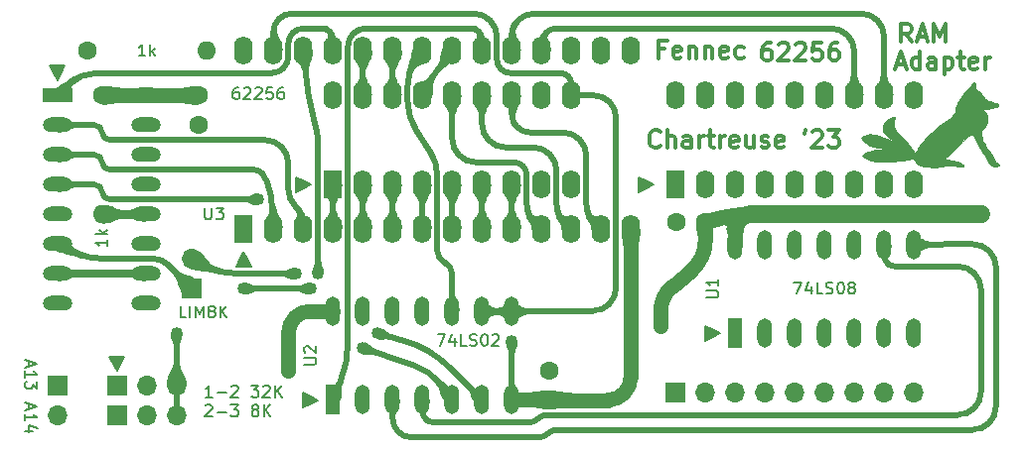
<source format=gtl>
%TF.GenerationSoftware,KiCad,Pcbnew,(6.0.11)*%
%TF.CreationDate,2023-02-07T02:55:13-07:00*%
%TF.ProjectId,FennecRAMadapt,46656e6e-6563-4524-914d-61646170742e,rev?*%
%TF.SameCoordinates,Original*%
%TF.FileFunction,Copper,L1,Top*%
%TF.FilePolarity,Positive*%
%FSLAX46Y46*%
G04 Gerber Fmt 4.6, Leading zero omitted, Abs format (unit mm)*
G04 Created by KiCad (PCBNEW (6.0.11)) date 2023-02-07 02:55:13*
%MOMM*%
%LPD*%
G01*
G04 APERTURE LIST*
%ADD10C,0.300000*%
%TA.AperFunction,NonConductor*%
%ADD11C,0.300000*%
%TD*%
%TA.AperFunction,NonConductor*%
%ADD12C,0.200000*%
%TD*%
%ADD13C,0.150000*%
%TA.AperFunction,NonConductor*%
%ADD14C,0.150000*%
%TD*%
%ADD15C,0.152400*%
%TA.AperFunction,NonConductor*%
%ADD16C,0.152400*%
%TD*%
%TA.AperFunction,EtchedComponent*%
%ADD17C,0.010000*%
%TD*%
%TA.AperFunction,EtchedComponent*%
%ADD18C,0.200000*%
%TD*%
%TA.AperFunction,ComponentPad*%
%ADD19R,1.700000X1.700000*%
%TD*%
%TA.AperFunction,ComponentPad*%
%ADD20O,1.700000X1.700000*%
%TD*%
%TA.AperFunction,ComponentPad*%
%ADD21C,1.600000*%
%TD*%
%TA.AperFunction,ComponentPad*%
%ADD22O,1.270000X2.500000*%
%TD*%
%TA.AperFunction,ComponentPad*%
%ADD23R,1.270000X2.500000*%
%TD*%
%TA.AperFunction,ComponentPad*%
%ADD24R,1.600000X2.400000*%
%TD*%
%TA.AperFunction,ComponentPad*%
%ADD25O,1.600000X2.400000*%
%TD*%
%TA.AperFunction,ComponentPad*%
%ADD26O,1.600000X1.600000*%
%TD*%
%TA.AperFunction,ComponentPad*%
%ADD27R,2.540000X1.270000*%
%TD*%
%TA.AperFunction,ComponentPad*%
%ADD28O,2.540000X1.270000*%
%TD*%
%TA.AperFunction,ViaPad*%
%ADD29C,1.016000*%
%TD*%
%TA.AperFunction,Conductor*%
%ADD30C,1.524000*%
%TD*%
%TA.AperFunction,Conductor*%
%ADD31C,0.508000*%
%TD*%
%TA.AperFunction,Conductor*%
%ADD32C,1.270000*%
%TD*%
%TA.AperFunction,Conductor*%
%ADD33C,0.762000*%
%TD*%
%TA.AperFunction,Conductor*%
%ADD34C,0.635000*%
%TD*%
G04 APERTURE END LIST*
D10*
D11*
X197438428Y-49410714D02*
X197367000Y-49482142D01*
X197152714Y-49553571D01*
X197009857Y-49553571D01*
X196795571Y-49482142D01*
X196652714Y-49339285D01*
X196581285Y-49196428D01*
X196509857Y-48910714D01*
X196509857Y-48696428D01*
X196581285Y-48410714D01*
X196652714Y-48267857D01*
X196795571Y-48125000D01*
X197009857Y-48053571D01*
X197152714Y-48053571D01*
X197367000Y-48125000D01*
X197438428Y-48196428D01*
X198081285Y-49553571D02*
X198081285Y-48053571D01*
X198724142Y-49553571D02*
X198724142Y-48767857D01*
X198652714Y-48625000D01*
X198509857Y-48553571D01*
X198295571Y-48553571D01*
X198152714Y-48625000D01*
X198081285Y-48696428D01*
X200081285Y-49553571D02*
X200081285Y-48767857D01*
X200009857Y-48625000D01*
X199867000Y-48553571D01*
X199581285Y-48553571D01*
X199438428Y-48625000D01*
X200081285Y-49482142D02*
X199938428Y-49553571D01*
X199581285Y-49553571D01*
X199438428Y-49482142D01*
X199367000Y-49339285D01*
X199367000Y-49196428D01*
X199438428Y-49053571D01*
X199581285Y-48982142D01*
X199938428Y-48982142D01*
X200081285Y-48910714D01*
X200795571Y-49553571D02*
X200795571Y-48553571D01*
X200795571Y-48839285D02*
X200867000Y-48696428D01*
X200938428Y-48625000D01*
X201081285Y-48553571D01*
X201224142Y-48553571D01*
X201509857Y-48553571D02*
X202081285Y-48553571D01*
X201724142Y-48053571D02*
X201724142Y-49339285D01*
X201795571Y-49482142D01*
X201938428Y-49553571D01*
X202081285Y-49553571D01*
X202581285Y-49553571D02*
X202581285Y-48553571D01*
X202581285Y-48839285D02*
X202652714Y-48696428D01*
X202724142Y-48625000D01*
X202867000Y-48553571D01*
X203009857Y-48553571D01*
X204081285Y-49482142D02*
X203938428Y-49553571D01*
X203652714Y-49553571D01*
X203509857Y-49482142D01*
X203438428Y-49339285D01*
X203438428Y-48767857D01*
X203509857Y-48625000D01*
X203652714Y-48553571D01*
X203938428Y-48553571D01*
X204081285Y-48625000D01*
X204152714Y-48767857D01*
X204152714Y-48910714D01*
X203438428Y-49053571D01*
X205438428Y-48553571D02*
X205438428Y-49553571D01*
X204795571Y-48553571D02*
X204795571Y-49339285D01*
X204867000Y-49482142D01*
X205009857Y-49553571D01*
X205224142Y-49553571D01*
X205367000Y-49482142D01*
X205438428Y-49410714D01*
X206081285Y-49482142D02*
X206224142Y-49553571D01*
X206509857Y-49553571D01*
X206652714Y-49482142D01*
X206724142Y-49339285D01*
X206724142Y-49267857D01*
X206652714Y-49125000D01*
X206509857Y-49053571D01*
X206295571Y-49053571D01*
X206152714Y-48982142D01*
X206081285Y-48839285D01*
X206081285Y-48767857D01*
X206152714Y-48625000D01*
X206295571Y-48553571D01*
X206509857Y-48553571D01*
X206652714Y-48625000D01*
X207938428Y-49482142D02*
X207795571Y-49553571D01*
X207509857Y-49553571D01*
X207367000Y-49482142D01*
X207295571Y-49339285D01*
X207295571Y-48767857D01*
X207367000Y-48625000D01*
X207509857Y-48553571D01*
X207795571Y-48553571D01*
X207938428Y-48625000D01*
X208009857Y-48767857D01*
X208009857Y-48910714D01*
X207295571Y-49053571D01*
X209867000Y-48053571D02*
X209724142Y-48339285D01*
X210438428Y-48196428D02*
X210509857Y-48125000D01*
X210652714Y-48053571D01*
X211009857Y-48053571D01*
X211152714Y-48125000D01*
X211224142Y-48196428D01*
X211295571Y-48339285D01*
X211295571Y-48482142D01*
X211224142Y-48696428D01*
X210367000Y-49553571D01*
X211295571Y-49553571D01*
X211795571Y-48053571D02*
X212724142Y-48053571D01*
X212224142Y-48625000D01*
X212438428Y-48625000D01*
X212581285Y-48696428D01*
X212652714Y-48767857D01*
X212724142Y-48910714D01*
X212724142Y-49267857D01*
X212652714Y-49410714D01*
X212581285Y-49482142D01*
X212438428Y-49553571D01*
X212009857Y-49553571D01*
X211867000Y-49482142D01*
X211795571Y-49410714D01*
D10*
D11*
X217601428Y-42385000D02*
X218315714Y-42385000D01*
X217458571Y-42813571D02*
X217958571Y-41313571D01*
X218458571Y-42813571D01*
X219601428Y-42813571D02*
X219601428Y-41313571D01*
X219601428Y-42742142D02*
X219458571Y-42813571D01*
X219172857Y-42813571D01*
X219030000Y-42742142D01*
X218958571Y-42670714D01*
X218887142Y-42527857D01*
X218887142Y-42099285D01*
X218958571Y-41956428D01*
X219030000Y-41885000D01*
X219172857Y-41813571D01*
X219458571Y-41813571D01*
X219601428Y-41885000D01*
X220958571Y-42813571D02*
X220958571Y-42027857D01*
X220887142Y-41885000D01*
X220744285Y-41813571D01*
X220458571Y-41813571D01*
X220315714Y-41885000D01*
X220958571Y-42742142D02*
X220815714Y-42813571D01*
X220458571Y-42813571D01*
X220315714Y-42742142D01*
X220244285Y-42599285D01*
X220244285Y-42456428D01*
X220315714Y-42313571D01*
X220458571Y-42242142D01*
X220815714Y-42242142D01*
X220958571Y-42170714D01*
X221672857Y-41813571D02*
X221672857Y-43313571D01*
X221672857Y-41885000D02*
X221815714Y-41813571D01*
X222101428Y-41813571D01*
X222244285Y-41885000D01*
X222315714Y-41956428D01*
X222387142Y-42099285D01*
X222387142Y-42527857D01*
X222315714Y-42670714D01*
X222244285Y-42742142D01*
X222101428Y-42813571D01*
X221815714Y-42813571D01*
X221672857Y-42742142D01*
X222815714Y-41813571D02*
X223387142Y-41813571D01*
X223030000Y-41313571D02*
X223030000Y-42599285D01*
X223101428Y-42742142D01*
X223244285Y-42813571D01*
X223387142Y-42813571D01*
X224458571Y-42742142D02*
X224315714Y-42813571D01*
X224030000Y-42813571D01*
X223887142Y-42742142D01*
X223815714Y-42599285D01*
X223815714Y-42027857D01*
X223887142Y-41885000D01*
X224030000Y-41813571D01*
X224315714Y-41813571D01*
X224458571Y-41885000D01*
X224530000Y-42027857D01*
X224530000Y-42170714D01*
X223815714Y-42313571D01*
X225172857Y-42813571D02*
X225172857Y-41813571D01*
X225172857Y-42099285D02*
X225244285Y-41956428D01*
X225315714Y-41885000D01*
X225458571Y-41813571D01*
X225601428Y-41813571D01*
D10*
D11*
X218864285Y-40493571D02*
X218364285Y-39779285D01*
X218007142Y-40493571D02*
X218007142Y-38993571D01*
X218578571Y-38993571D01*
X218721428Y-39065000D01*
X218792857Y-39136428D01*
X218864285Y-39279285D01*
X218864285Y-39493571D01*
X218792857Y-39636428D01*
X218721428Y-39707857D01*
X218578571Y-39779285D01*
X218007142Y-39779285D01*
X219435714Y-40065000D02*
X220150000Y-40065000D01*
X219292857Y-40493571D02*
X219792857Y-38993571D01*
X220292857Y-40493571D01*
X220792857Y-40493571D02*
X220792857Y-38993571D01*
X221292857Y-40065000D01*
X221792857Y-38993571D01*
X221792857Y-40493571D01*
D10*
D11*
X206858571Y-40583571D02*
X206572857Y-40583571D01*
X206430000Y-40655000D01*
X206358571Y-40726428D01*
X206215714Y-40940714D01*
X206144285Y-41226428D01*
X206144285Y-41797857D01*
X206215714Y-41940714D01*
X206287142Y-42012142D01*
X206430000Y-42083571D01*
X206715714Y-42083571D01*
X206858571Y-42012142D01*
X206930000Y-41940714D01*
X207001428Y-41797857D01*
X207001428Y-41440714D01*
X206930000Y-41297857D01*
X206858571Y-41226428D01*
X206715714Y-41155000D01*
X206430000Y-41155000D01*
X206287142Y-41226428D01*
X206215714Y-41297857D01*
X206144285Y-41440714D01*
X207572857Y-40726428D02*
X207644285Y-40655000D01*
X207787142Y-40583571D01*
X208144285Y-40583571D01*
X208287142Y-40655000D01*
X208358571Y-40726428D01*
X208430000Y-40869285D01*
X208430000Y-41012142D01*
X208358571Y-41226428D01*
X207501428Y-42083571D01*
X208430000Y-42083571D01*
X209001428Y-40726428D02*
X209072857Y-40655000D01*
X209215714Y-40583571D01*
X209572857Y-40583571D01*
X209715714Y-40655000D01*
X209787142Y-40726428D01*
X209858571Y-40869285D01*
X209858571Y-41012142D01*
X209787142Y-41226428D01*
X208930000Y-42083571D01*
X209858571Y-42083571D01*
X211215714Y-40583571D02*
X210501428Y-40583571D01*
X210430000Y-41297857D01*
X210501428Y-41226428D01*
X210644285Y-41155000D01*
X211001428Y-41155000D01*
X211144285Y-41226428D01*
X211215714Y-41297857D01*
X211287142Y-41440714D01*
X211287142Y-41797857D01*
X211215714Y-41940714D01*
X211144285Y-42012142D01*
X211001428Y-42083571D01*
X210644285Y-42083571D01*
X210501428Y-42012142D01*
X210430000Y-41940714D01*
X212572857Y-40583571D02*
X212287142Y-40583571D01*
X212144285Y-40655000D01*
X212072857Y-40726428D01*
X211930000Y-40940714D01*
X211858571Y-41226428D01*
X211858571Y-41797857D01*
X211930000Y-41940714D01*
X212001428Y-42012142D01*
X212144285Y-42083571D01*
X212430000Y-42083571D01*
X212572857Y-42012142D01*
X212644285Y-41940714D01*
X212715714Y-41797857D01*
X212715714Y-41440714D01*
X212644285Y-41297857D01*
X212572857Y-41226428D01*
X212430000Y-41155000D01*
X212144285Y-41155000D01*
X212001428Y-41226428D01*
X211930000Y-41297857D01*
X211858571Y-41440714D01*
D10*
D11*
X197838571Y-41107857D02*
X197338571Y-41107857D01*
X197338571Y-41893571D02*
X197338571Y-40393571D01*
X198052857Y-40393571D01*
X199195714Y-41822142D02*
X199052857Y-41893571D01*
X198767142Y-41893571D01*
X198624285Y-41822142D01*
X198552857Y-41679285D01*
X198552857Y-41107857D01*
X198624285Y-40965000D01*
X198767142Y-40893571D01*
X199052857Y-40893571D01*
X199195714Y-40965000D01*
X199267142Y-41107857D01*
X199267142Y-41250714D01*
X198552857Y-41393571D01*
X199910000Y-40893571D02*
X199910000Y-41893571D01*
X199910000Y-41036428D02*
X199981428Y-40965000D01*
X200124285Y-40893571D01*
X200338571Y-40893571D01*
X200481428Y-40965000D01*
X200552857Y-41107857D01*
X200552857Y-41893571D01*
X201267142Y-40893571D02*
X201267142Y-41893571D01*
X201267142Y-41036428D02*
X201338571Y-40965000D01*
X201481428Y-40893571D01*
X201695714Y-40893571D01*
X201838571Y-40965000D01*
X201910000Y-41107857D01*
X201910000Y-41893571D01*
X203195714Y-41822142D02*
X203052857Y-41893571D01*
X202767142Y-41893571D01*
X202624285Y-41822142D01*
X202552857Y-41679285D01*
X202552857Y-41107857D01*
X202624285Y-40965000D01*
X202767142Y-40893571D01*
X203052857Y-40893571D01*
X203195714Y-40965000D01*
X203267142Y-41107857D01*
X203267142Y-41250714D01*
X202552857Y-41393571D01*
X204552857Y-41822142D02*
X204410000Y-41893571D01*
X204124285Y-41893571D01*
X203981428Y-41822142D01*
X203910000Y-41750714D01*
X203838571Y-41607857D01*
X203838571Y-41179285D01*
X203910000Y-41036428D01*
X203981428Y-40965000D01*
X204124285Y-40893571D01*
X204410000Y-40893571D01*
X204552857Y-40965000D01*
D12*
G36*
X151150000Y-68560000D02*
G01*
X150515000Y-67417000D01*
X151785000Y-67417000D01*
X151150000Y-68560000D01*
G37*
X151150000Y-68560000D02*
X150515000Y-67417000D01*
X151785000Y-67417000D01*
X151150000Y-68560000D01*
D13*
D14*
X143617333Y-67750523D02*
X143617333Y-68226714D01*
X143331619Y-67655285D02*
X144331619Y-67988619D01*
X143331619Y-68321952D01*
X143331619Y-69179095D02*
X143331619Y-68607666D01*
X143331619Y-68893380D02*
X144331619Y-68893380D01*
X144188761Y-68798142D01*
X144093523Y-68702904D01*
X144045904Y-68607666D01*
X144331619Y-69512428D02*
X144331619Y-70131476D01*
X143950666Y-69798142D01*
X143950666Y-69941000D01*
X143903047Y-70036238D01*
X143855428Y-70083857D01*
X143760190Y-70131476D01*
X143522095Y-70131476D01*
X143426857Y-70083857D01*
X143379238Y-70036238D01*
X143331619Y-69941000D01*
X143331619Y-69655285D01*
X143379238Y-69560047D01*
X143426857Y-69512428D01*
D13*
D14*
X143617333Y-71433523D02*
X143617333Y-71909714D01*
X143331619Y-71338285D02*
X144331619Y-71671619D01*
X143331619Y-72004952D01*
X143331619Y-72862095D02*
X143331619Y-72290666D01*
X143331619Y-72576380D02*
X144331619Y-72576380D01*
X144188761Y-72481142D01*
X144093523Y-72385904D01*
X144045904Y-72290666D01*
X143998285Y-73719238D02*
X143331619Y-73719238D01*
X144379238Y-73481142D02*
X143664952Y-73243047D01*
X143664952Y-73862095D01*
D15*
D16*
X159262155Y-70868739D02*
X158681583Y-70868739D01*
X158971869Y-70868739D02*
X158971869Y-69852739D01*
X158875107Y-69997881D01*
X158778345Y-70094643D01*
X158681583Y-70143024D01*
X159697583Y-70481691D02*
X160471679Y-70481691D01*
X160907107Y-69949500D02*
X160955488Y-69901120D01*
X161052250Y-69852739D01*
X161294155Y-69852739D01*
X161390917Y-69901120D01*
X161439298Y-69949500D01*
X161487679Y-70046262D01*
X161487679Y-70143024D01*
X161439298Y-70288167D01*
X160858726Y-70868739D01*
X161487679Y-70868739D01*
X162600440Y-69852739D02*
X163229393Y-69852739D01*
X162890726Y-70239786D01*
X163035869Y-70239786D01*
X163132631Y-70288167D01*
X163181012Y-70336548D01*
X163229393Y-70433310D01*
X163229393Y-70675215D01*
X163181012Y-70771977D01*
X163132631Y-70820358D01*
X163035869Y-70868739D01*
X162745583Y-70868739D01*
X162648821Y-70820358D01*
X162600440Y-70771977D01*
X163616440Y-69949500D02*
X163664821Y-69901120D01*
X163761583Y-69852739D01*
X164003488Y-69852739D01*
X164100250Y-69901120D01*
X164148631Y-69949500D01*
X164197012Y-70046262D01*
X164197012Y-70143024D01*
X164148631Y-70288167D01*
X163568060Y-70868739D01*
X164197012Y-70868739D01*
X164632440Y-70868739D02*
X164632440Y-69852739D01*
X165213012Y-70868739D02*
X164777583Y-70288167D01*
X165213012Y-69852739D02*
X164632440Y-70433310D01*
X158681583Y-71585260D02*
X158729964Y-71536880D01*
X158826726Y-71488499D01*
X159068631Y-71488499D01*
X159165393Y-71536880D01*
X159213774Y-71585260D01*
X159262155Y-71682022D01*
X159262155Y-71778784D01*
X159213774Y-71923927D01*
X158633202Y-72504499D01*
X159262155Y-72504499D01*
X159697583Y-72117451D02*
X160471679Y-72117451D01*
X160858726Y-71488499D02*
X161487679Y-71488499D01*
X161149012Y-71875546D01*
X161294155Y-71875546D01*
X161390917Y-71923927D01*
X161439298Y-71972308D01*
X161487679Y-72069070D01*
X161487679Y-72310975D01*
X161439298Y-72407737D01*
X161390917Y-72456118D01*
X161294155Y-72504499D01*
X161003869Y-72504499D01*
X160907107Y-72456118D01*
X160858726Y-72407737D01*
X162842345Y-71923927D02*
X162745583Y-71875546D01*
X162697202Y-71827165D01*
X162648821Y-71730403D01*
X162648821Y-71682022D01*
X162697202Y-71585260D01*
X162745583Y-71536880D01*
X162842345Y-71488499D01*
X163035869Y-71488499D01*
X163132631Y-71536880D01*
X163181012Y-71585260D01*
X163229393Y-71682022D01*
X163229393Y-71730403D01*
X163181012Y-71827165D01*
X163132631Y-71875546D01*
X163035869Y-71923927D01*
X162842345Y-71923927D01*
X162745583Y-71972308D01*
X162697202Y-72020689D01*
X162648821Y-72117451D01*
X162648821Y-72310975D01*
X162697202Y-72407737D01*
X162745583Y-72456118D01*
X162842345Y-72504499D01*
X163035869Y-72504499D01*
X163132631Y-72456118D01*
X163181012Y-72407737D01*
X163229393Y-72310975D01*
X163229393Y-72117451D01*
X163181012Y-72020689D01*
X163132631Y-71972308D01*
X163035869Y-71923927D01*
X163664821Y-72504499D02*
X163664821Y-71488499D01*
X164245393Y-72504499D02*
X163809964Y-71923927D01*
X164245393Y-71488499D02*
X163664821Y-72069070D01*
D13*
D14*
X157039809Y-64059380D02*
X156563619Y-64059380D01*
X156563619Y-63059380D01*
X157373142Y-64059380D02*
X157373142Y-63059380D01*
X157849333Y-64059380D02*
X157849333Y-63059380D01*
X158182666Y-63773666D01*
X158516000Y-63059380D01*
X158516000Y-64059380D01*
X159135047Y-63487952D02*
X159039809Y-63440333D01*
X158992190Y-63392714D01*
X158944571Y-63297476D01*
X158944571Y-63249857D01*
X158992190Y-63154619D01*
X159039809Y-63107000D01*
X159135047Y-63059380D01*
X159325523Y-63059380D01*
X159420761Y-63107000D01*
X159468380Y-63154619D01*
X159516000Y-63249857D01*
X159516000Y-63297476D01*
X159468380Y-63392714D01*
X159420761Y-63440333D01*
X159325523Y-63487952D01*
X159135047Y-63487952D01*
X159039809Y-63535571D01*
X158992190Y-63583190D01*
X158944571Y-63678428D01*
X158944571Y-63868904D01*
X158992190Y-63964142D01*
X159039809Y-64011761D01*
X159135047Y-64059380D01*
X159325523Y-64059380D01*
X159420761Y-64011761D01*
X159468380Y-63964142D01*
X159516000Y-63868904D01*
X159516000Y-63678428D01*
X159468380Y-63583190D01*
X159420761Y-63535571D01*
X159325523Y-63487952D01*
X159944571Y-64059380D02*
X159944571Y-63059380D01*
X160516000Y-64059380D02*
X160087428Y-63487952D01*
X160516000Y-63059380D02*
X159944571Y-63630809D01*
D13*
D14*
X167112380Y-68051904D02*
X167921904Y-68051904D01*
X168017142Y-68004285D01*
X168064761Y-67956666D01*
X168112380Y-67861428D01*
X168112380Y-67670952D01*
X168064761Y-67575714D01*
X168017142Y-67528095D01*
X167921904Y-67480476D01*
X167112380Y-67480476D01*
X167207619Y-67051904D02*
X167160000Y-67004285D01*
X167112380Y-66909047D01*
X167112380Y-66670952D01*
X167160000Y-66575714D01*
X167207619Y-66528095D01*
X167302857Y-66480476D01*
X167398095Y-66480476D01*
X167540952Y-66528095D01*
X168112380Y-67099523D01*
X168112380Y-66480476D01*
D13*
D14*
X178479142Y-65472380D02*
X179145809Y-65472380D01*
X178717238Y-66472380D01*
X179955333Y-65805714D02*
X179955333Y-66472380D01*
X179717238Y-65424761D02*
X179479142Y-66139047D01*
X180098190Y-66139047D01*
X180955333Y-66472380D02*
X180479142Y-66472380D01*
X180479142Y-65472380D01*
X181241047Y-66424761D02*
X181383904Y-66472380D01*
X181622000Y-66472380D01*
X181717238Y-66424761D01*
X181764857Y-66377142D01*
X181812476Y-66281904D01*
X181812476Y-66186666D01*
X181764857Y-66091428D01*
X181717238Y-66043809D01*
X181622000Y-65996190D01*
X181431523Y-65948571D01*
X181336285Y-65900952D01*
X181288666Y-65853333D01*
X181241047Y-65758095D01*
X181241047Y-65662857D01*
X181288666Y-65567619D01*
X181336285Y-65520000D01*
X181431523Y-65472380D01*
X181669619Y-65472380D01*
X181812476Y-65520000D01*
X182431523Y-65472380D02*
X182526761Y-65472380D01*
X182622000Y-65520000D01*
X182669619Y-65567619D01*
X182717238Y-65662857D01*
X182764857Y-65853333D01*
X182764857Y-66091428D01*
X182717238Y-66281904D01*
X182669619Y-66377142D01*
X182622000Y-66424761D01*
X182526761Y-66472380D01*
X182431523Y-66472380D01*
X182336285Y-66424761D01*
X182288666Y-66377142D01*
X182241047Y-66281904D01*
X182193428Y-66091428D01*
X182193428Y-65853333D01*
X182241047Y-65662857D01*
X182288666Y-65567619D01*
X182336285Y-65520000D01*
X182431523Y-65472380D01*
X183145809Y-65567619D02*
X183193428Y-65520000D01*
X183288666Y-65472380D01*
X183526761Y-65472380D01*
X183622000Y-65520000D01*
X183669619Y-65567619D01*
X183717238Y-65662857D01*
X183717238Y-65758095D01*
X183669619Y-65900952D01*
X183098190Y-66472380D01*
X183717238Y-66472380D01*
D13*
D14*
X201402380Y-62336904D02*
X202211904Y-62336904D01*
X202307142Y-62289285D01*
X202354761Y-62241666D01*
X202402380Y-62146428D01*
X202402380Y-61955952D01*
X202354761Y-61860714D01*
X202307142Y-61813095D01*
X202211904Y-61765476D01*
X201402380Y-61765476D01*
X202402380Y-60765476D02*
X202402380Y-61336904D01*
X202402380Y-61051190D02*
X201402380Y-61051190D01*
X201545238Y-61146428D01*
X201640476Y-61241666D01*
X201688095Y-61336904D01*
D13*
D14*
X208832142Y-61027380D02*
X209498809Y-61027380D01*
X209070238Y-62027380D01*
X210308333Y-61360714D02*
X210308333Y-62027380D01*
X210070238Y-60979761D02*
X209832142Y-61694047D01*
X210451190Y-61694047D01*
X211308333Y-62027380D02*
X210832142Y-62027380D01*
X210832142Y-61027380D01*
X211594047Y-61979761D02*
X211736904Y-62027380D01*
X211975000Y-62027380D01*
X212070238Y-61979761D01*
X212117857Y-61932142D01*
X212165476Y-61836904D01*
X212165476Y-61741666D01*
X212117857Y-61646428D01*
X212070238Y-61598809D01*
X211975000Y-61551190D01*
X211784523Y-61503571D01*
X211689285Y-61455952D01*
X211641666Y-61408333D01*
X211594047Y-61313095D01*
X211594047Y-61217857D01*
X211641666Y-61122619D01*
X211689285Y-61075000D01*
X211784523Y-61027380D01*
X212022619Y-61027380D01*
X212165476Y-61075000D01*
X212784523Y-61027380D02*
X212879761Y-61027380D01*
X212975000Y-61075000D01*
X213022619Y-61122619D01*
X213070238Y-61217857D01*
X213117857Y-61408333D01*
X213117857Y-61646428D01*
X213070238Y-61836904D01*
X213022619Y-61932142D01*
X212975000Y-61979761D01*
X212879761Y-62027380D01*
X212784523Y-62027380D01*
X212689285Y-61979761D01*
X212641666Y-61932142D01*
X212594047Y-61836904D01*
X212546428Y-61646428D01*
X212546428Y-61408333D01*
X212594047Y-61217857D01*
X212641666Y-61122619D01*
X212689285Y-61075000D01*
X212784523Y-61027380D01*
X213689285Y-61455952D02*
X213594047Y-61408333D01*
X213546428Y-61360714D01*
X213498809Y-61265476D01*
X213498809Y-61217857D01*
X213546428Y-61122619D01*
X213594047Y-61075000D01*
X213689285Y-61027380D01*
X213879761Y-61027380D01*
X213975000Y-61075000D01*
X214022619Y-61122619D01*
X214070238Y-61217857D01*
X214070238Y-61265476D01*
X214022619Y-61360714D01*
X213975000Y-61408333D01*
X213879761Y-61455952D01*
X213689285Y-61455952D01*
X213594047Y-61503571D01*
X213546428Y-61551190D01*
X213498809Y-61646428D01*
X213498809Y-61836904D01*
X213546428Y-61932142D01*
X213594047Y-61979761D01*
X213689285Y-62027380D01*
X213879761Y-62027380D01*
X213975000Y-61979761D01*
X214022619Y-61932142D01*
X214070238Y-61836904D01*
X214070238Y-61646428D01*
X214022619Y-61551190D01*
X213975000Y-61503571D01*
X213879761Y-61455952D01*
D13*
D14*
X158643095Y-54677380D02*
X158643095Y-55486904D01*
X158690714Y-55582142D01*
X158738333Y-55629761D01*
X158833571Y-55677380D01*
X159024047Y-55677380D01*
X159119285Y-55629761D01*
X159166904Y-55582142D01*
X159214523Y-55486904D01*
X159214523Y-54677380D01*
X159595476Y-54677380D02*
X160214523Y-54677380D01*
X159881190Y-55058333D01*
X160024047Y-55058333D01*
X160119285Y-55105952D01*
X160166904Y-55153571D01*
X160214523Y-55248809D01*
X160214523Y-55486904D01*
X160166904Y-55582142D01*
X160119285Y-55629761D01*
X160024047Y-55677380D01*
X159738333Y-55677380D01*
X159643095Y-55629761D01*
X159595476Y-55582142D01*
D13*
D14*
X161500714Y-44390380D02*
X161310238Y-44390380D01*
X161215000Y-44438000D01*
X161167380Y-44485619D01*
X161072142Y-44628476D01*
X161024523Y-44818952D01*
X161024523Y-45199904D01*
X161072142Y-45295142D01*
X161119761Y-45342761D01*
X161215000Y-45390380D01*
X161405476Y-45390380D01*
X161500714Y-45342761D01*
X161548333Y-45295142D01*
X161595952Y-45199904D01*
X161595952Y-44961809D01*
X161548333Y-44866571D01*
X161500714Y-44818952D01*
X161405476Y-44771333D01*
X161215000Y-44771333D01*
X161119761Y-44818952D01*
X161072142Y-44866571D01*
X161024523Y-44961809D01*
X161976904Y-44485619D02*
X162024523Y-44438000D01*
X162119761Y-44390380D01*
X162357857Y-44390380D01*
X162453095Y-44438000D01*
X162500714Y-44485619D01*
X162548333Y-44580857D01*
X162548333Y-44676095D01*
X162500714Y-44818952D01*
X161929285Y-45390380D01*
X162548333Y-45390380D01*
X162929285Y-44485619D02*
X162976904Y-44438000D01*
X163072142Y-44390380D01*
X163310238Y-44390380D01*
X163405476Y-44438000D01*
X163453095Y-44485619D01*
X163500714Y-44580857D01*
X163500714Y-44676095D01*
X163453095Y-44818952D01*
X162881666Y-45390380D01*
X163500714Y-45390380D01*
X164405476Y-44390380D02*
X163929285Y-44390380D01*
X163881666Y-44866571D01*
X163929285Y-44818952D01*
X164024523Y-44771333D01*
X164262619Y-44771333D01*
X164357857Y-44818952D01*
X164405476Y-44866571D01*
X164453095Y-44961809D01*
X164453095Y-45199904D01*
X164405476Y-45295142D01*
X164357857Y-45342761D01*
X164262619Y-45390380D01*
X164024523Y-45390380D01*
X163929285Y-45342761D01*
X163881666Y-45295142D01*
X165310238Y-44390380D02*
X165119761Y-44390380D01*
X165024523Y-44438000D01*
X164976904Y-44485619D01*
X164881666Y-44628476D01*
X164834047Y-44818952D01*
X164834047Y-45199904D01*
X164881666Y-45295142D01*
X164929285Y-45342761D01*
X165024523Y-45390380D01*
X165215000Y-45390380D01*
X165310238Y-45342761D01*
X165357857Y-45295142D01*
X165405476Y-45199904D01*
X165405476Y-44961809D01*
X165357857Y-44866571D01*
X165310238Y-44818952D01*
X165215000Y-44771333D01*
X165024523Y-44771333D01*
X164929285Y-44818952D01*
X164881666Y-44866571D01*
X164834047Y-44961809D01*
D13*
D14*
X150332380Y-57376047D02*
X150332380Y-57947476D01*
X150332380Y-57661761D02*
X149332380Y-57661761D01*
X149475238Y-57757000D01*
X149570476Y-57852238D01*
X149618095Y-57947476D01*
X150332380Y-56947476D02*
X149332380Y-56947476D01*
X149951428Y-56852238D02*
X150332380Y-56566523D01*
X149665714Y-56566523D02*
X150046666Y-56947476D01*
D13*
D14*
X153570952Y-41707380D02*
X152999523Y-41707380D01*
X153285238Y-41707380D02*
X153285238Y-40707380D01*
X153190000Y-40850238D01*
X153094761Y-40945476D01*
X152999523Y-40993095D01*
X153999523Y-41707380D02*
X153999523Y-40707380D01*
X154094761Y-41326428D02*
X154380476Y-41707380D01*
X154380476Y-41040714D02*
X153999523Y-41421666D01*
G36*
X215922192Y-49526761D02*
G01*
X218137020Y-49526761D01*
X218153137Y-49542878D01*
X218169253Y-49526761D01*
X218153137Y-49510644D01*
X218137020Y-49526761D01*
X215922192Y-49526761D01*
X215856774Y-49516623D01*
X215742828Y-49494528D01*
X218072553Y-49494528D01*
X218088670Y-49510644D01*
X218104786Y-49494528D01*
X218088670Y-49478411D01*
X218072553Y-49494528D01*
X215742828Y-49494528D01*
X215714355Y-49489007D01*
X215596369Y-49459055D01*
X215494879Y-49424957D01*
X215401950Y-49384905D01*
X215309644Y-49337091D01*
X215210024Y-49279706D01*
X215185940Y-49265380D01*
X215019971Y-49156866D01*
X214869003Y-49040540D01*
X214742218Y-48925155D01*
X214648803Y-48819462D01*
X214597940Y-48732213D01*
X214591335Y-48698771D01*
X214620445Y-48652962D01*
X214708841Y-48592663D01*
X214838226Y-48526117D01*
X215095382Y-48427893D01*
X215342508Y-48386489D01*
X215596598Y-48400505D01*
X215802654Y-48446743D01*
X216145251Y-48552315D01*
X216465713Y-48669183D01*
X216779700Y-48804350D01*
X217102869Y-48964819D01*
X217450880Y-49157590D01*
X217636840Y-49266930D01*
X217772618Y-49346707D01*
X217889221Y-49412713D01*
X217975170Y-49458632D01*
X218018990Y-49478143D01*
X218020956Y-49478411D01*
X218037277Y-49476394D01*
X218035058Y-49466137D01*
X218006546Y-49441333D01*
X217943989Y-49395677D01*
X217839636Y-49322861D01*
X217774021Y-49277513D01*
X217447210Y-49047825D01*
X217173196Y-48845713D01*
X216948363Y-48667551D01*
X216769094Y-48509716D01*
X216631771Y-48368584D01*
X216532779Y-48240531D01*
X216468498Y-48121934D01*
X216435313Y-48009167D01*
X216428644Y-47929571D01*
X216455074Y-47693932D01*
X216531681Y-47485304D01*
X216654438Y-47314193D01*
X216670524Y-47298172D01*
X216804547Y-47191386D01*
X216972256Y-47089528D01*
X217149284Y-47005382D01*
X217311264Y-46951732D01*
X217343544Y-46945100D01*
X217398104Y-46934862D01*
X217433859Y-46933120D01*
X217451820Y-46949543D01*
X217453000Y-46993801D01*
X217438411Y-47075564D01*
X217409065Y-47204502D01*
X217382582Y-47318075D01*
X217354287Y-47526437D01*
X217375027Y-47719013D01*
X217447716Y-47918478D01*
X217463951Y-47951731D01*
X217559440Y-48108463D01*
X217692656Y-48282301D01*
X217847727Y-48454528D01*
X218008782Y-48606428D01*
X218043773Y-48635528D01*
X218161409Y-48741603D01*
X218300165Y-48883789D01*
X218449238Y-49049200D01*
X218597824Y-49224955D01*
X218735119Y-49398168D01*
X218850320Y-49555956D01*
X218932623Y-49685434D01*
X218947504Y-49713276D01*
X219028571Y-49846322D01*
X219109495Y-49928669D01*
X219184790Y-49956401D01*
X219247333Y-49927338D01*
X219281614Y-49878918D01*
X219335291Y-49789006D01*
X219398901Y-49673757D01*
X219425380Y-49623462D01*
X219576192Y-49363522D01*
X219761155Y-49101364D01*
X219983967Y-48833240D01*
X220248324Y-48555401D01*
X220557922Y-48264099D01*
X220916457Y-47955584D01*
X221327627Y-47626109D01*
X221602121Y-47416057D01*
X221867212Y-47214921D01*
X222084367Y-47046532D01*
X222258200Y-46906293D01*
X222393328Y-46789608D01*
X222494362Y-46691882D01*
X222565919Y-46608518D01*
X222612613Y-46534920D01*
X222639058Y-46466492D01*
X222649869Y-46398637D01*
X222650842Y-46371504D01*
X222668124Y-46183287D01*
X222711938Y-45975353D01*
X222774538Y-45779373D01*
X222821570Y-45673518D01*
X222882504Y-45570458D01*
X222968303Y-45443119D01*
X223062088Y-45316347D01*
X223077606Y-45296647D01*
X223163958Y-45181331D01*
X223238294Y-45069747D01*
X223287441Y-44982002D01*
X223294412Y-44965721D01*
X223336114Y-44893829D01*
X223412244Y-44794449D01*
X223509840Y-44683799D01*
X223565775Y-44626193D01*
X223697459Y-44492502D01*
X223842958Y-44340326D01*
X223975502Y-44197754D01*
X224003517Y-44166859D01*
X224096818Y-44067130D01*
X224176732Y-43988783D01*
X224232131Y-43942372D01*
X224248817Y-43934242D01*
X224271580Y-43963393D01*
X224293787Y-44038897D01*
X224307233Y-44119591D01*
X224323811Y-44255970D01*
X224340567Y-44394760D01*
X224347763Y-44454771D01*
X224363542Y-44548294D01*
X224389857Y-44596615D01*
X224439078Y-44618972D01*
X224455696Y-44622616D01*
X224516508Y-44653986D01*
X224606298Y-44723330D01*
X224713030Y-44818889D01*
X224824665Y-44928901D01*
X224929166Y-45041606D01*
X225014495Y-45145242D01*
X225061066Y-45214068D01*
X225123183Y-45318227D01*
X225172632Y-45383442D01*
X225226782Y-45427809D01*
X225303001Y-45469426D01*
X225308974Y-45472389D01*
X225434391Y-45526751D01*
X225596468Y-45586410D01*
X225773433Y-45644395D01*
X225943514Y-45693731D01*
X226084939Y-45727446D01*
X226129089Y-45735063D01*
X226220742Y-45752663D01*
X226266313Y-45779610D01*
X226284099Y-45828565D01*
X226286119Y-45843703D01*
X226269179Y-45948070D01*
X226195133Y-46030417D01*
X226068691Y-46087020D01*
X225949911Y-46109513D01*
X225776841Y-46132591D01*
X225592034Y-46163207D01*
X225412607Y-46197942D01*
X225255677Y-46233376D01*
X225138360Y-46266091D01*
X225104634Y-46278356D01*
X224996995Y-46322800D01*
X225143613Y-46479547D01*
X225222918Y-46568693D01*
X225273312Y-46643381D01*
X225305373Y-46726504D01*
X225329677Y-46840954D01*
X225340356Y-46905365D01*
X225345366Y-47038280D01*
X225328652Y-47205828D01*
X225294249Y-47383542D01*
X225246190Y-47546957D01*
X225226161Y-47597953D01*
X225169639Y-47699567D01*
X225084120Y-47819648D01*
X224987791Y-47932733D01*
X224984715Y-47935971D01*
X224894833Y-48033884D01*
X224842115Y-48105379D01*
X224816902Y-48168358D01*
X224809539Y-48240718D01*
X224809355Y-48261003D01*
X224819854Y-48371883D01*
X224846857Y-48506679D01*
X224871293Y-48593789D01*
X224908851Y-48719821D01*
X224940051Y-48841708D01*
X224953453Y-48906879D01*
X224982942Y-48992670D01*
X225046049Y-49116236D01*
X225136057Y-49265059D01*
X225187007Y-49342031D01*
X225352529Y-49586146D01*
X225485313Y-49783996D01*
X225589480Y-49942207D01*
X225669150Y-50067402D01*
X225728446Y-50166208D01*
X225771489Y-50245248D01*
X225802400Y-50311148D01*
X225823301Y-50364832D01*
X225910923Y-50567417D01*
X226012617Y-50714002D01*
X226134459Y-50812557D01*
X226183537Y-50837423D01*
X226296770Y-50904574D01*
X226352378Y-50974170D01*
X226351147Y-51037273D01*
X226293865Y-51084944D01*
X226181316Y-51108245D01*
X226159628Y-51109087D01*
X226038527Y-51116332D01*
X225921039Y-51130509D01*
X225902245Y-51133783D01*
X225802305Y-51139181D01*
X225722158Y-51104333D01*
X225704095Y-51090871D01*
X225629858Y-51015145D01*
X225536991Y-50894043D01*
X225434398Y-50740481D01*
X225330981Y-50567375D01*
X225283240Y-50480342D01*
X225211620Y-50353982D01*
X225131739Y-50225020D01*
X225087066Y-50158713D01*
X225005694Y-50043965D01*
X224916354Y-49918020D01*
X224881297Y-49868611D01*
X224742717Y-49654354D01*
X224600221Y-49400154D01*
X224466020Y-49128484D01*
X224406608Y-48994908D01*
X224300382Y-48763417D01*
X224204246Y-48589182D01*
X224119317Y-48473890D01*
X224046711Y-48419229D01*
X224022603Y-48414705D01*
X223895394Y-48442492D01*
X223742349Y-48523411D01*
X223568133Y-48653799D01*
X223377412Y-48829994D01*
X223174851Y-49048332D01*
X223093930Y-49143779D01*
X222973149Y-49282192D01*
X222825058Y-49440297D01*
X222659360Y-49608836D01*
X222485756Y-49778553D01*
X222313950Y-49940189D01*
X222153644Y-50084489D01*
X222014539Y-50202196D01*
X221906338Y-50284051D01*
X221882726Y-50299394D01*
X221778531Y-50366573D01*
X221723367Y-50412108D01*
X221709180Y-50444307D01*
X221721559Y-50465690D01*
X221780472Y-50498741D01*
X221896171Y-50536068D01*
X222070721Y-50578193D01*
X222306189Y-50625642D01*
X222470275Y-50655593D01*
X222648580Y-50694907D01*
X222830224Y-50748237D01*
X223000762Y-50810016D01*
X223145750Y-50874677D01*
X223250743Y-50936654D01*
X223289421Y-50971293D01*
X223319109Y-51042885D01*
X223321030Y-51096370D01*
X223311578Y-51132855D01*
X223286988Y-51155658D01*
X223233920Y-51168769D01*
X223139034Y-51176177D01*
X223041060Y-51180089D01*
X222904131Y-51182825D01*
X222816812Y-51177874D01*
X222764473Y-51162965D01*
X222732487Y-51135830D01*
X222729391Y-51131738D01*
X222672647Y-51099273D01*
X222565158Y-51075849D01*
X222420027Y-51061616D01*
X222250359Y-51056726D01*
X222069260Y-51061329D01*
X221889835Y-51075575D01*
X221725188Y-51099616D01*
X221637511Y-51119181D01*
X221323671Y-51177661D01*
X220954919Y-51202451D01*
X220531233Y-51193552D01*
X220418670Y-51186206D01*
X220149875Y-51156707D01*
X219890413Y-51109988D01*
X219657131Y-51049873D01*
X219466875Y-50980190D01*
X219426183Y-50960798D01*
X219339677Y-50899999D01*
X219248215Y-50810730D01*
X219209221Y-50763058D01*
X219136244Y-50666758D01*
X219067621Y-50579764D01*
X219040582Y-50547110D01*
X218975910Y-50471519D01*
X218483940Y-50553146D01*
X218180571Y-50602474D01*
X217925165Y-50640972D01*
X217702360Y-50669897D01*
X217496796Y-50690506D01*
X217293112Y-50704059D01*
X217075946Y-50711811D01*
X216829938Y-50715020D01*
X216539726Y-50714945D01*
X216509228Y-50714812D01*
X216226544Y-50712568D01*
X215999478Y-50708404D01*
X215819196Y-50701849D01*
X215676865Y-50692429D01*
X215563651Y-50679674D01*
X215470722Y-50663112D01*
X215449022Y-50658178D01*
X215150091Y-50561260D01*
X214901793Y-50424564D01*
X214761308Y-50308379D01*
X214625063Y-50175593D01*
X215005474Y-49990055D01*
X215162871Y-49915934D01*
X215313618Y-49849626D01*
X215441037Y-49798176D01*
X215528449Y-49768633D01*
X215531189Y-49767928D01*
X215615701Y-49755792D01*
X215760104Y-49747021D01*
X215965431Y-49741592D01*
X216232713Y-49739482D01*
X216562983Y-49740669D01*
X216694596Y-49741868D01*
X216942980Y-49744214D01*
X217168989Y-49745920D01*
X217365019Y-49746962D01*
X217523466Y-49747318D01*
X217636729Y-49746964D01*
X217697203Y-49745876D01*
X217705243Y-49744984D01*
X217672559Y-49739577D01*
X217584134Y-49728069D01*
X217448302Y-49711460D01*
X217273395Y-49690752D01*
X217067749Y-49666943D01*
X216839696Y-49641034D01*
X216829523Y-49639889D01*
X216510002Y-49603536D01*
X216346106Y-49583958D01*
X218272889Y-49583958D01*
X218278442Y-49593963D01*
X218312406Y-49621684D01*
X218369909Y-49663954D01*
X218392652Y-49667662D01*
X218394888Y-49656829D01*
X218369572Y-49633210D01*
X218322362Y-49606701D01*
X218272889Y-49583958D01*
X216346106Y-49583958D01*
X216246661Y-49572079D01*
X216147454Y-49558995D01*
X218201487Y-49558995D01*
X218217604Y-49575112D01*
X218233720Y-49558995D01*
X218217604Y-49542878D01*
X218201487Y-49558995D01*
X216147454Y-49558995D01*
X216031564Y-49543711D01*
X215922192Y-49526761D01*
G37*
D17*
X215922192Y-49526761D02*
X218137020Y-49526761D01*
X218153137Y-49542878D01*
X218169253Y-49526761D01*
X218153137Y-49510644D01*
X218137020Y-49526761D01*
X215922192Y-49526761D01*
X215856774Y-49516623D01*
X215742828Y-49494528D01*
X218072553Y-49494528D01*
X218088670Y-49510644D01*
X218104786Y-49494528D01*
X218088670Y-49478411D01*
X218072553Y-49494528D01*
X215742828Y-49494528D01*
X215714355Y-49489007D01*
X215596369Y-49459055D01*
X215494879Y-49424957D01*
X215401950Y-49384905D01*
X215309644Y-49337091D01*
X215210024Y-49279706D01*
X215185940Y-49265380D01*
X215019971Y-49156866D01*
X214869003Y-49040540D01*
X214742218Y-48925155D01*
X214648803Y-48819462D01*
X214597940Y-48732213D01*
X214591335Y-48698771D01*
X214620445Y-48652962D01*
X214708841Y-48592663D01*
X214838226Y-48526117D01*
X215095382Y-48427893D01*
X215342508Y-48386489D01*
X215596598Y-48400505D01*
X215802654Y-48446743D01*
X216145251Y-48552315D01*
X216465713Y-48669183D01*
X216779700Y-48804350D01*
X217102869Y-48964819D01*
X217450880Y-49157590D01*
X217636840Y-49266930D01*
X217772618Y-49346707D01*
X217889221Y-49412713D01*
X217975170Y-49458632D01*
X218018990Y-49478143D01*
X218020956Y-49478411D01*
X218037277Y-49476394D01*
X218035058Y-49466137D01*
X218006546Y-49441333D01*
X217943989Y-49395677D01*
X217839636Y-49322861D01*
X217774021Y-49277513D01*
X217447210Y-49047825D01*
X217173196Y-48845713D01*
X216948363Y-48667551D01*
X216769094Y-48509716D01*
X216631771Y-48368584D01*
X216532779Y-48240531D01*
X216468498Y-48121934D01*
X216435313Y-48009167D01*
X216428644Y-47929571D01*
X216455074Y-47693932D01*
X216531681Y-47485304D01*
X216654438Y-47314193D01*
X216670524Y-47298172D01*
X216804547Y-47191386D01*
X216972256Y-47089528D01*
X217149284Y-47005382D01*
X217311264Y-46951732D01*
X217343544Y-46945100D01*
X217398104Y-46934862D01*
X217433859Y-46933120D01*
X217451820Y-46949543D01*
X217453000Y-46993801D01*
X217438411Y-47075564D01*
X217409065Y-47204502D01*
X217382582Y-47318075D01*
X217354287Y-47526437D01*
X217375027Y-47719013D01*
X217447716Y-47918478D01*
X217463951Y-47951731D01*
X217559440Y-48108463D01*
X217692656Y-48282301D01*
X217847727Y-48454528D01*
X218008782Y-48606428D01*
X218043773Y-48635528D01*
X218161409Y-48741603D01*
X218300165Y-48883789D01*
X218449238Y-49049200D01*
X218597824Y-49224955D01*
X218735119Y-49398168D01*
X218850320Y-49555956D01*
X218932623Y-49685434D01*
X218947504Y-49713276D01*
X219028571Y-49846322D01*
X219109495Y-49928669D01*
X219184790Y-49956401D01*
X219247333Y-49927338D01*
X219281614Y-49878918D01*
X219335291Y-49789006D01*
X219398901Y-49673757D01*
X219425380Y-49623462D01*
X219576192Y-49363522D01*
X219761155Y-49101364D01*
X219983967Y-48833240D01*
X220248324Y-48555401D01*
X220557922Y-48264099D01*
X220916457Y-47955584D01*
X221327627Y-47626109D01*
X221602121Y-47416057D01*
X221867212Y-47214921D01*
X222084367Y-47046532D01*
X222258200Y-46906293D01*
X222393328Y-46789608D01*
X222494362Y-46691882D01*
X222565919Y-46608518D01*
X222612613Y-46534920D01*
X222639058Y-46466492D01*
X222649869Y-46398637D01*
X222650842Y-46371504D01*
X222668124Y-46183287D01*
X222711938Y-45975353D01*
X222774538Y-45779373D01*
X222821570Y-45673518D01*
X222882504Y-45570458D01*
X222968303Y-45443119D01*
X223062088Y-45316347D01*
X223077606Y-45296647D01*
X223163958Y-45181331D01*
X223238294Y-45069747D01*
X223287441Y-44982002D01*
X223294412Y-44965721D01*
X223336114Y-44893829D01*
X223412244Y-44794449D01*
X223509840Y-44683799D01*
X223565775Y-44626193D01*
X223697459Y-44492502D01*
X223842958Y-44340326D01*
X223975502Y-44197754D01*
X224003517Y-44166859D01*
X224096818Y-44067130D01*
X224176732Y-43988783D01*
X224232131Y-43942372D01*
X224248817Y-43934242D01*
X224271580Y-43963393D01*
X224293787Y-44038897D01*
X224307233Y-44119591D01*
X224323811Y-44255970D01*
X224340567Y-44394760D01*
X224347763Y-44454771D01*
X224363542Y-44548294D01*
X224389857Y-44596615D01*
X224439078Y-44618972D01*
X224455696Y-44622616D01*
X224516508Y-44653986D01*
X224606298Y-44723330D01*
X224713030Y-44818889D01*
X224824665Y-44928901D01*
X224929166Y-45041606D01*
X225014495Y-45145242D01*
X225061066Y-45214068D01*
X225123183Y-45318227D01*
X225172632Y-45383442D01*
X225226782Y-45427809D01*
X225303001Y-45469426D01*
X225308974Y-45472389D01*
X225434391Y-45526751D01*
X225596468Y-45586410D01*
X225773433Y-45644395D01*
X225943514Y-45693731D01*
X226084939Y-45727446D01*
X226129089Y-45735063D01*
X226220742Y-45752663D01*
X226266313Y-45779610D01*
X226284099Y-45828565D01*
X226286119Y-45843703D01*
X226269179Y-45948070D01*
X226195133Y-46030417D01*
X226068691Y-46087020D01*
X225949911Y-46109513D01*
X225776841Y-46132591D01*
X225592034Y-46163207D01*
X225412607Y-46197942D01*
X225255677Y-46233376D01*
X225138360Y-46266091D01*
X225104634Y-46278356D01*
X224996995Y-46322800D01*
X225143613Y-46479547D01*
X225222918Y-46568693D01*
X225273312Y-46643381D01*
X225305373Y-46726504D01*
X225329677Y-46840954D01*
X225340356Y-46905365D01*
X225345366Y-47038280D01*
X225328652Y-47205828D01*
X225294249Y-47383542D01*
X225246190Y-47546957D01*
X225226161Y-47597953D01*
X225169639Y-47699567D01*
X225084120Y-47819648D01*
X224987791Y-47932733D01*
X224984715Y-47935971D01*
X224894833Y-48033884D01*
X224842115Y-48105379D01*
X224816902Y-48168358D01*
X224809539Y-48240718D01*
X224809355Y-48261003D01*
X224819854Y-48371883D01*
X224846857Y-48506679D01*
X224871293Y-48593789D01*
X224908851Y-48719821D01*
X224940051Y-48841708D01*
X224953453Y-48906879D01*
X224982942Y-48992670D01*
X225046049Y-49116236D01*
X225136057Y-49265059D01*
X225187007Y-49342031D01*
X225352529Y-49586146D01*
X225485313Y-49783996D01*
X225589480Y-49942207D01*
X225669150Y-50067402D01*
X225728446Y-50166208D01*
X225771489Y-50245248D01*
X225802400Y-50311148D01*
X225823301Y-50364832D01*
X225910923Y-50567417D01*
X226012617Y-50714002D01*
X226134459Y-50812557D01*
X226183537Y-50837423D01*
X226296770Y-50904574D01*
X226352378Y-50974170D01*
X226351147Y-51037273D01*
X226293865Y-51084944D01*
X226181316Y-51108245D01*
X226159628Y-51109087D01*
X226038527Y-51116332D01*
X225921039Y-51130509D01*
X225902245Y-51133783D01*
X225802305Y-51139181D01*
X225722158Y-51104333D01*
X225704095Y-51090871D01*
X225629858Y-51015145D01*
X225536991Y-50894043D01*
X225434398Y-50740481D01*
X225330981Y-50567375D01*
X225283240Y-50480342D01*
X225211620Y-50353982D01*
X225131739Y-50225020D01*
X225087066Y-50158713D01*
X225005694Y-50043965D01*
X224916354Y-49918020D01*
X224881297Y-49868611D01*
X224742717Y-49654354D01*
X224600221Y-49400154D01*
X224466020Y-49128484D01*
X224406608Y-48994908D01*
X224300382Y-48763417D01*
X224204246Y-48589182D01*
X224119317Y-48473890D01*
X224046711Y-48419229D01*
X224022603Y-48414705D01*
X223895394Y-48442492D01*
X223742349Y-48523411D01*
X223568133Y-48653799D01*
X223377412Y-48829994D01*
X223174851Y-49048332D01*
X223093930Y-49143779D01*
X222973149Y-49282192D01*
X222825058Y-49440297D01*
X222659360Y-49608836D01*
X222485756Y-49778553D01*
X222313950Y-49940189D01*
X222153644Y-50084489D01*
X222014539Y-50202196D01*
X221906338Y-50284051D01*
X221882726Y-50299394D01*
X221778531Y-50366573D01*
X221723367Y-50412108D01*
X221709180Y-50444307D01*
X221721559Y-50465690D01*
X221780472Y-50498741D01*
X221896171Y-50536068D01*
X222070721Y-50578193D01*
X222306189Y-50625642D01*
X222470275Y-50655593D01*
X222648580Y-50694907D01*
X222830224Y-50748237D01*
X223000762Y-50810016D01*
X223145750Y-50874677D01*
X223250743Y-50936654D01*
X223289421Y-50971293D01*
X223319109Y-51042885D01*
X223321030Y-51096370D01*
X223311578Y-51132855D01*
X223286988Y-51155658D01*
X223233920Y-51168769D01*
X223139034Y-51176177D01*
X223041060Y-51180089D01*
X222904131Y-51182825D01*
X222816812Y-51177874D01*
X222764473Y-51162965D01*
X222732487Y-51135830D01*
X222729391Y-51131738D01*
X222672647Y-51099273D01*
X222565158Y-51075849D01*
X222420027Y-51061616D01*
X222250359Y-51056726D01*
X222069260Y-51061329D01*
X221889835Y-51075575D01*
X221725188Y-51099616D01*
X221637511Y-51119181D01*
X221323671Y-51177661D01*
X220954919Y-51202451D01*
X220531233Y-51193552D01*
X220418670Y-51186206D01*
X220149875Y-51156707D01*
X219890413Y-51109988D01*
X219657131Y-51049873D01*
X219466875Y-50980190D01*
X219426183Y-50960798D01*
X219339677Y-50899999D01*
X219248215Y-50810730D01*
X219209221Y-50763058D01*
X219136244Y-50666758D01*
X219067621Y-50579764D01*
X219040582Y-50547110D01*
X218975910Y-50471519D01*
X218483940Y-50553146D01*
X218180571Y-50602474D01*
X217925165Y-50640972D01*
X217702360Y-50669897D01*
X217496796Y-50690506D01*
X217293112Y-50704059D01*
X217075946Y-50711811D01*
X216829938Y-50715020D01*
X216539726Y-50714945D01*
X216509228Y-50714812D01*
X216226544Y-50712568D01*
X215999478Y-50708404D01*
X215819196Y-50701849D01*
X215676865Y-50692429D01*
X215563651Y-50679674D01*
X215470722Y-50663112D01*
X215449022Y-50658178D01*
X215150091Y-50561260D01*
X214901793Y-50424564D01*
X214761308Y-50308379D01*
X214625063Y-50175593D01*
X215005474Y-49990055D01*
X215162871Y-49915934D01*
X215313618Y-49849626D01*
X215441037Y-49798176D01*
X215528449Y-49768633D01*
X215531189Y-49767928D01*
X215615701Y-49755792D01*
X215760104Y-49747021D01*
X215965431Y-49741592D01*
X216232713Y-49739482D01*
X216562983Y-49740669D01*
X216694596Y-49741868D01*
X216942980Y-49744214D01*
X217168989Y-49745920D01*
X217365019Y-49746962D01*
X217523466Y-49747318D01*
X217636729Y-49746964D01*
X217697203Y-49745876D01*
X217705243Y-49744984D01*
X217672559Y-49739577D01*
X217584134Y-49728069D01*
X217448302Y-49711460D01*
X217273395Y-49690752D01*
X217067749Y-49666943D01*
X216839696Y-49641034D01*
X216829523Y-49639889D01*
X216510002Y-49603536D01*
X216346106Y-49583958D01*
X218272889Y-49583958D01*
X218278442Y-49593963D01*
X218312406Y-49621684D01*
X218369909Y-49663954D01*
X218392652Y-49667662D01*
X218394888Y-49656829D01*
X218369572Y-49633210D01*
X218322362Y-49606701D01*
X218272889Y-49583958D01*
X216346106Y-49583958D01*
X216246661Y-49572079D01*
X216147454Y-49558995D01*
X218201487Y-49558995D01*
X218217604Y-49575112D01*
X218233720Y-49558995D01*
X218217604Y-49542878D01*
X218201487Y-49558995D01*
X216147454Y-49558995D01*
X216031564Y-49543711D01*
X215922192Y-49526761D01*
G36*
X168295000Y-71100000D02*
G01*
X167025000Y-71735000D01*
X167025000Y-70465000D01*
X168295000Y-71100000D01*
G37*
D18*
X168295000Y-71100000D02*
X167025000Y-71735000D01*
X167025000Y-70465000D01*
X168295000Y-71100000D01*
G36*
X202585000Y-65385000D02*
G01*
X201315000Y-66020000D01*
X201315000Y-64750000D01*
X202585000Y-65385000D01*
G37*
X202585000Y-65385000D02*
X201315000Y-66020000D01*
X201315000Y-64750000D01*
X202585000Y-65385000D01*
G36*
X162580000Y-59680000D02*
G01*
X161310000Y-59680000D01*
X161945000Y-58410000D01*
X162580000Y-59680000D01*
G37*
X162580000Y-59680000D02*
X161310000Y-59680000D01*
X161945000Y-58410000D01*
X162580000Y-59680000D01*
G36*
X167650000Y-52695000D02*
G01*
X166380000Y-53330000D01*
X166380000Y-52060000D01*
X167650000Y-52695000D01*
G37*
X167650000Y-52695000D02*
X166380000Y-53330000D01*
X166380000Y-52060000D01*
X167650000Y-52695000D01*
G36*
X196850000Y-52705000D02*
G01*
X195580000Y-53340000D01*
X195580000Y-52070000D01*
X196850000Y-52705000D01*
G37*
X196850000Y-52705000D02*
X195580000Y-53340000D01*
X195580000Y-52070000D01*
X196850000Y-52705000D01*
G36*
X146060000Y-43805000D02*
G01*
X145425000Y-42535000D01*
X146695000Y-42535000D01*
X146060000Y-43805000D01*
G37*
X146060000Y-43805000D02*
X145425000Y-42535000D01*
X146695000Y-42535000D01*
X146060000Y-43805000D01*
D19*
X151165000Y-69830000D03*
D20*
X153705000Y-69830000D03*
X156245000Y-69830000D03*
D21*
X201295000Y-55860000D03*
X198795000Y-55860000D03*
D19*
X157500000Y-61575000D03*
D20*
X157500000Y-59035000D03*
D22*
X169565000Y-63530000D03*
X172105000Y-63530000D03*
X174645000Y-63530000D03*
X177185000Y-63530000D03*
X179725000Y-63530000D03*
X182265000Y-63530000D03*
X184805000Y-63530000D03*
X184805000Y-71050000D03*
X182265000Y-71050000D03*
X179725000Y-71050000D03*
X177185000Y-71050000D03*
X174645000Y-71050000D03*
X172105000Y-71050000D03*
D23*
X169565000Y-71050000D03*
X203855000Y-65335000D03*
D22*
X206395000Y-65335000D03*
X208935000Y-65335000D03*
X211475000Y-65335000D03*
X214015000Y-65335000D03*
X216555000Y-65335000D03*
X219095000Y-65335000D03*
X219095000Y-57815000D03*
X216555000Y-57815000D03*
X214015000Y-57815000D03*
X211475000Y-57815000D03*
X208935000Y-57815000D03*
X206395000Y-57815000D03*
X203855000Y-57815000D03*
D24*
X161945000Y-56505000D03*
D25*
X164485000Y-56505000D03*
X167025000Y-56505000D03*
X169565000Y-56505000D03*
X172105000Y-56505000D03*
X174645000Y-56505000D03*
X177185000Y-56505000D03*
X179725000Y-56505000D03*
X182265000Y-56505000D03*
X184805000Y-56505000D03*
X187345000Y-56505000D03*
X189885000Y-56505000D03*
X192425000Y-56505000D03*
X194965000Y-56505000D03*
X194965000Y-41265000D03*
X192425000Y-41265000D03*
X189885000Y-41265000D03*
X187345000Y-41265000D03*
X184805000Y-41265000D03*
X182265000Y-41265000D03*
X179725000Y-41265000D03*
X177185000Y-41265000D03*
X174645000Y-41265000D03*
X172105000Y-41265000D03*
X169565000Y-41265000D03*
X167025000Y-41265000D03*
X164485000Y-41265000D03*
X161945000Y-41265000D03*
D21*
X149880000Y-45065000D03*
D26*
X149880000Y-55225000D03*
D19*
X198775000Y-70465000D03*
D20*
X201315000Y-70465000D03*
X203855000Y-70465000D03*
X206395000Y-70465000D03*
X208935000Y-70465000D03*
X211475000Y-70465000D03*
X214015000Y-70465000D03*
X216555000Y-70465000D03*
X219095000Y-70465000D03*
X156245000Y-72375000D03*
X153705000Y-72375000D03*
D19*
X151165000Y-72375000D03*
D21*
X158135000Y-45085000D03*
X158135000Y-47585000D03*
D19*
X146070000Y-69830000D03*
D20*
X146070000Y-72370000D03*
D24*
X169555000Y-52695000D03*
D25*
X172095000Y-52695000D03*
X174635000Y-52695000D03*
X177175000Y-52695000D03*
X179715000Y-52695000D03*
X182255000Y-52695000D03*
X184795000Y-52695000D03*
X187335000Y-52695000D03*
X189875000Y-52695000D03*
X189875000Y-45075000D03*
X187335000Y-45075000D03*
X184795000Y-45075000D03*
X182255000Y-45075000D03*
X179715000Y-45075000D03*
X177175000Y-45075000D03*
X174635000Y-45075000D03*
X172095000Y-45075000D03*
X169555000Y-45075000D03*
D24*
X198755000Y-52705000D03*
D25*
X201295000Y-52705000D03*
X203835000Y-52705000D03*
X206375000Y-52705000D03*
X208915000Y-52705000D03*
X211455000Y-52705000D03*
X213995000Y-52705000D03*
X216535000Y-52705000D03*
X219075000Y-52705000D03*
X219075000Y-45085000D03*
X216535000Y-45085000D03*
X213995000Y-45085000D03*
X211455000Y-45085000D03*
X208915000Y-45085000D03*
X206375000Y-45085000D03*
X203835000Y-45085000D03*
X201295000Y-45085000D03*
X198755000Y-45085000D03*
D27*
X146110000Y-45075000D03*
D28*
X146110000Y-47615000D03*
X146110000Y-50155000D03*
X146110000Y-52695000D03*
X146110000Y-55235000D03*
X146110000Y-57775000D03*
X146110000Y-60315000D03*
X146110000Y-62855000D03*
X153630000Y-62855000D03*
X153630000Y-60315000D03*
X153630000Y-57775000D03*
X153630000Y-55235000D03*
X153630000Y-52695000D03*
X153630000Y-50155000D03*
X153630000Y-47615000D03*
X153630000Y-45075000D03*
D21*
X187980000Y-68580000D03*
X187980000Y-71080000D03*
X148610000Y-41255000D03*
D26*
X158770000Y-41255000D03*
D29*
X224810000Y-55225000D03*
X197505000Y-64750000D03*
X165755000Y-68560000D03*
X156230000Y-65385000D03*
X184805000Y-66020000D03*
X163215000Y-53955000D03*
X173375000Y-65385000D03*
X172105000Y-66655000D03*
X166390000Y-60305000D03*
X167660000Y-61575000D03*
X161945000Y-61575000D03*
X168295000Y-60305000D03*
D30*
X224810000Y-55225000D02*
X205150000Y-55225000D01*
D31*
X165755000Y-41750186D02*
X165755000Y-40651703D01*
X179090026Y-59352449D02*
G75*
G02*
X178455000Y-58325048I513674J1027449D01*
G01*
X176720644Y-48178480D02*
G75*
G02*
X175915000Y-45517596I3991356J2660880D01*
G01*
X178454983Y-51898346D02*
G75*
G03*
X177834651Y-49849475I-3693583J46D01*
G01*
X175915001Y-44300605D02*
G75*
G02*
X176550001Y-42212500I3750699J5D01*
G01*
X179725057Y-60379951D02*
G75*
G03*
X179090000Y-59352501I-1148757J-49D01*
G01*
X170200005Y-69487502D02*
G75*
G03*
X170835000Y-66238396I-7994905J3249102D01*
G01*
X170835000Y-40883381D02*
G75*
G02*
X172368381Y-39350000I1533400J-19D01*
G01*
X181307500Y-39350000D02*
G75*
G02*
X182265000Y-40307500I0J-957500D01*
G01*
X222810001Y-59670000D02*
G75*
G02*
X224810000Y-61669998I-1J-2000000D01*
G01*
X186260987Y-73004994D02*
G75*
G03*
X187027500Y-72687500I13J1083994D01*
G01*
X187027496Y-72687496D02*
G75*
G02*
X187794012Y-72370000I766504J-766504D01*
G01*
X178162500Y-73005000D02*
G75*
G02*
X177185000Y-72027500I0J977500D01*
G01*
X222810001Y-72370000D02*
G75*
G03*
X224810000Y-70370001I-1J2000000D01*
G01*
X217482500Y-59670000D02*
G75*
G02*
X216555000Y-58742500I0J927500D01*
G01*
X224083022Y-57779251D02*
G75*
G02*
X226080000Y-59762028I14178J-1982749D01*
G01*
X176257500Y-74275000D02*
G75*
G02*
X174645000Y-72662500I0J1612500D01*
G01*
X224080001Y-73640000D02*
G75*
G03*
X226080000Y-71640001I-1J2000000D01*
G01*
X187874180Y-73957513D02*
G75*
G02*
X188640679Y-73640000I766520J-766487D01*
G01*
X187107654Y-74274971D02*
G75*
G03*
X187874167Y-73957500I46J1083971D01*
G01*
X167977499Y-47287500D02*
G75*
G02*
X167535224Y-45338760I9631201J3210400D01*
G01*
X168294991Y-49244023D02*
G75*
G03*
X167977500Y-47287500I-6187091J23D01*
G01*
X161459903Y-60304999D02*
G75*
G02*
X158770000Y-59670000I-3J6014799D01*
G01*
X212016447Y-39349958D02*
G75*
G02*
X214008030Y-41348540I-47J-1991642D01*
G01*
X187345000Y-40620000D02*
G75*
G02*
X188615000Y-39350000I1270000J0D01*
G01*
X214556184Y-38079999D02*
G75*
G02*
X216549293Y-40078806I16J-1993101D01*
G01*
X184805000Y-39985000D02*
G75*
G02*
X186710000Y-38080000I1905000J0D01*
G01*
X177497498Y-44434999D02*
G75*
G02*
X178251083Y-43222485I7146402J-3601101D01*
G01*
X184950582Y-50780000D02*
G75*
G02*
X186075000Y-51904418I18J-1124400D01*
G01*
X186709992Y-55870008D02*
G75*
G02*
X186075000Y-54336974I1533008J1533008D01*
G01*
X181725724Y-50780010D02*
G75*
G02*
X179721493Y-48779278I-24J2004210D01*
G01*
X186615001Y-49510000D02*
G75*
G02*
X188615000Y-51509998I-1J-2000000D01*
G01*
X184265931Y-49510016D02*
G75*
G02*
X182260489Y-47509073I-31J2005416D01*
G01*
X189249992Y-55870008D02*
G75*
G02*
X188615000Y-54336974I1533008J1533008D01*
G01*
X186387507Y-48240007D02*
G75*
G02*
X184800001Y-46657500I-7J1587507D01*
G01*
X191789992Y-55870008D02*
G75*
G02*
X191155000Y-54336974I1533008J1533008D01*
G01*
X189155001Y-48240000D02*
G75*
G02*
X191155000Y-50239998I-1J-2000000D01*
G01*
X184704075Y-43160000D02*
G75*
G02*
X183535000Y-41990925I25J1169100D01*
G01*
X191692706Y-63491268D02*
G75*
G03*
X193695000Y-61477675I-11306J2013568D01*
G01*
X181535001Y-38080000D02*
G75*
G02*
X183535000Y-40079998I-1J-2000000D01*
G01*
X190832509Y-45072510D02*
G75*
G02*
X189880000Y-44117500I-2509J950010D01*
G01*
X164485000Y-39672500D02*
G75*
G02*
X166077500Y-38080000I1592500J0D01*
G01*
X191785000Y-45070007D02*
G75*
G02*
X193695000Y-46975006I5000J-1904993D01*
G01*
X188927486Y-43159987D02*
G75*
G02*
X189880000Y-44117500I14J-952513D01*
G01*
X184800008Y-56499992D02*
G75*
G02*
X184795000Y-56487928I12092J12092D01*
G01*
X182260008Y-56499992D02*
G75*
G02*
X182255000Y-56487928I12092J12092D01*
G01*
X179725011Y-52712071D02*
G75*
G03*
X179719999Y-52700001I-17111J-29D01*
G01*
X177185011Y-52712071D02*
G75*
G03*
X177179999Y-52700001I-17111J-29D01*
G01*
X174640008Y-56499992D02*
G75*
G02*
X174635000Y-56487928I12092J12092D01*
G01*
X172100008Y-56499992D02*
G75*
G02*
X172095000Y-56487928I12092J12092D01*
G01*
X169560008Y-56499992D02*
G75*
G02*
X169555000Y-56487928I12092J12092D01*
G01*
X154349196Y-59035000D02*
G75*
G02*
X155391904Y-59466904I4J-1474600D01*
G01*
X150009785Y-59035007D02*
G75*
G02*
X147360000Y-58404999I15J5887507D01*
G01*
X178772517Y-69804987D02*
G75*
G03*
X176332870Y-68064290I-4053617J-3101313D01*
G01*
X149245002Y-52686702D02*
G75*
G02*
X149880000Y-53320000I1698J-633298D01*
G01*
X179460149Y-68276700D02*
G75*
G03*
X175602232Y-66021353I-6332049J-6404100D01*
G01*
X150515000Y-53955000D02*
G75*
G02*
X149880000Y-53320000I0J635000D01*
G01*
X150515000Y-51415000D02*
G75*
G02*
X149880000Y-50780000I0J635000D01*
G01*
X162765987Y-51415006D02*
G75*
G02*
X163532500Y-51732500I13J-1083994D01*
G01*
X163958906Y-52485605D02*
G75*
G03*
X163532500Y-51732500I-1572706J-393195D01*
G01*
X149245002Y-50146702D02*
G75*
G02*
X149880000Y-50780000I1698J-633298D01*
G01*
X164484996Y-55547500D02*
G75*
G03*
X164252772Y-53661088I-7777996J0D01*
G01*
X163755001Y-48875000D02*
G75*
G02*
X165755000Y-50874998I-1J-2000000D01*
G01*
X167024999Y-55865000D02*
G75*
G03*
X166572451Y-54772451I-1545099J0D01*
G01*
X149245002Y-47606702D02*
G75*
G02*
X149880000Y-48240000I1698J-633298D01*
G01*
X150515000Y-48875000D02*
G75*
G02*
X149880000Y-48240000I0J635000D01*
G01*
X166389992Y-54590008D02*
G75*
G02*
X165755000Y-53056974I1533008J1533008D01*
G01*
X164345186Y-43160000D02*
G75*
G03*
X165755000Y-41750186I14J1409800D01*
G01*
X168607500Y-39350000D02*
G75*
G02*
X169565000Y-40307500I0J-957500D01*
G01*
X147067497Y-44117497D02*
G75*
G02*
X149379109Y-43160000I2311603J-2311603D01*
G01*
X165755000Y-40651703D02*
G75*
G02*
X167056703Y-39350000I1301700J3D01*
G01*
D32*
X188014142Y-71099982D02*
G75*
G02*
X187990000Y-71090000I-42J34082D01*
G01*
X192965001Y-71100000D02*
G75*
G03*
X194965000Y-69100001I-1J2000000D01*
G01*
X187989991Y-71090009D02*
G75*
G03*
X187965858Y-71079867I-24491J-24491D01*
G01*
X205150000Y-55224997D02*
G75*
G03*
X202598089Y-55536772I0J-10599703D01*
G01*
X202598096Y-55536801D02*
G75*
G02*
X203855000Y-56520000I243904J-983199D01*
G01*
D30*
X203855000Y-56520000D02*
G75*
G02*
X205150000Y-55225000I1295000J0D01*
G01*
D32*
X165754938Y-65385164D02*
G75*
G02*
X167660000Y-63505000I1880362J-36D01*
G01*
X200095442Y-60051334D02*
G75*
G03*
X201304999Y-57447500I-2152242J2582634D01*
G01*
X197504999Y-63480000D02*
G75*
G02*
X198480641Y-61396966I2711501J0D01*
G01*
X153630000Y-45075000D02*
X158135000Y-45085000D01*
X201305000Y-57447500D02*
X201295000Y-55860000D01*
X165755000Y-68560000D02*
X165755000Y-65385164D01*
X153630000Y-45075000D02*
X149880000Y-45065000D01*
X203855000Y-56520000D02*
X203855000Y-57815000D01*
X202598089Y-55536772D02*
X201295000Y-55860000D01*
X200095424Y-60051312D02*
X198480641Y-61396965D01*
X197505000Y-64750000D02*
X197505000Y-63480000D01*
X167660000Y-63505000D02*
X169565000Y-63530000D01*
X184805000Y-71050000D02*
X187965858Y-71079866D01*
D31*
X156230000Y-65385000D02*
X156245000Y-69830000D01*
D32*
X194965000Y-69100001D02*
X194965000Y-56505000D01*
D31*
X184805000Y-66020000D02*
X184805000Y-71050000D01*
X156245000Y-69830000D02*
X156245000Y-72375000D01*
D32*
X188014142Y-71100000D02*
X192965001Y-71100000D01*
D31*
X168607500Y-39350000D02*
X167056703Y-39350000D01*
X164345186Y-43160000D02*
X149379109Y-43160000D01*
X147067500Y-44117500D02*
X146110000Y-45075000D01*
X169565000Y-40307500D02*
X169565000Y-41265000D01*
X167025000Y-55865000D02*
X167025000Y-56505000D01*
X165755000Y-50874998D02*
X165755000Y-53056974D01*
X149245002Y-47606684D02*
X146110000Y-47615000D01*
X166572451Y-54772451D02*
X166390000Y-54590000D01*
X163755001Y-48875000D02*
X150515000Y-48875000D01*
X163958901Y-52485606D02*
X164252772Y-53661088D01*
X149245002Y-50146684D02*
X146110000Y-50155000D01*
X164485000Y-55547500D02*
X164485000Y-56505000D01*
X150515000Y-51415000D02*
X162765987Y-51415000D01*
X175602232Y-66021352D02*
X173375000Y-65385000D01*
X149245002Y-52686684D02*
X146110000Y-52695000D01*
X163215000Y-53955000D02*
X150515000Y-53955000D01*
X179460149Y-68276700D02*
X182265000Y-71050000D01*
X176332870Y-68064290D02*
X172105000Y-66655000D01*
X178772500Y-69805000D02*
X179725000Y-71050000D01*
X147360000Y-58405000D02*
X146110000Y-57775000D01*
X154349196Y-59035000D02*
X150009785Y-59035000D01*
X155391904Y-59466904D02*
X157500000Y-61575000D01*
D33*
X149880000Y-55225000D02*
X153630000Y-55235000D01*
D34*
X153630000Y-60315000D02*
X146110000Y-60315000D01*
D31*
X169555000Y-56487928D02*
X169555000Y-52695000D01*
X169560000Y-56500000D02*
X169565000Y-56505000D01*
X172095000Y-56487928D02*
X172095000Y-52695000D01*
X172100000Y-56500000D02*
X172105000Y-56505000D01*
X174635000Y-56487928D02*
X174635000Y-52695000D01*
X174640000Y-56500000D02*
X174645000Y-56505000D01*
X177180000Y-52700000D02*
X177175000Y-52695000D01*
X177185000Y-52712071D02*
X177185000Y-57130000D01*
X179725000Y-52712071D02*
X179725000Y-57130000D01*
X179720000Y-52700000D02*
X179715000Y-52695000D01*
X182255000Y-56487928D02*
X182255000Y-52695000D01*
X182260000Y-56500000D02*
X182265000Y-56505000D01*
X184795000Y-56487928D02*
X184795000Y-52695000D01*
X184800000Y-56500000D02*
X184805000Y-56505000D01*
X183535000Y-41990925D02*
X183535000Y-40079998D01*
X164485000Y-39672500D02*
X164485000Y-41265000D01*
X190832509Y-45072493D02*
X191785000Y-45070000D01*
X193695000Y-61477675D02*
X193695000Y-46975006D01*
X191692706Y-63491261D02*
X184805000Y-63530000D01*
X184805000Y-63530000D02*
X182265000Y-63530000D01*
X181535001Y-38080000D02*
X166077500Y-38080000D01*
X184704075Y-43160000D02*
X188927486Y-43160000D01*
X191155000Y-54336974D02*
X191155000Y-50239998D01*
X186387507Y-48240000D02*
X189155001Y-48240000D01*
X184800000Y-46657500D02*
X184795000Y-45075000D01*
X191790000Y-55870000D02*
X192425000Y-56505000D01*
X182260488Y-47509073D02*
X182255000Y-45075000D01*
X189250000Y-55870000D02*
X189885000Y-56505000D01*
X188615000Y-51509998D02*
X188615000Y-54336974D01*
X186615001Y-49510000D02*
X184265931Y-49510000D01*
X186075000Y-51904418D02*
X186075000Y-54336974D01*
X179721493Y-48779278D02*
X179715000Y-45075000D01*
X186710000Y-55870000D02*
X187345000Y-56505000D01*
X184950582Y-50780000D02*
X181725724Y-50780000D01*
X177497500Y-44435000D02*
X177175000Y-45075000D01*
X178251083Y-43222485D02*
X179725000Y-41265000D01*
X174645000Y-41265000D02*
X174635000Y-45075000D01*
X172105000Y-41265000D02*
X172095000Y-45075000D01*
X216549293Y-40078806D02*
X216535000Y-45085000D01*
X214556184Y-38080000D02*
X186710000Y-38080000D01*
X184805000Y-39985000D02*
X184805000Y-41890000D01*
X187345000Y-40620000D02*
X187345000Y-41890000D01*
X212016447Y-39350000D02*
X188615000Y-39350000D01*
X214008030Y-41348540D02*
X213995000Y-45085000D01*
X158770000Y-59670000D02*
X157500000Y-59035000D01*
X166390000Y-60305000D02*
X161459903Y-60305000D01*
X161945000Y-61575000D02*
X167660000Y-61575000D01*
X167535224Y-45338760D02*
X167025000Y-41265000D01*
X168295000Y-60305000D02*
X168295000Y-49244023D01*
X226080000Y-59762028D02*
X226080000Y-71640001D01*
X224083022Y-57779294D02*
X219095000Y-57815000D01*
X176257500Y-74275000D02*
X187107654Y-74275000D01*
X224080001Y-73640000D02*
X188640679Y-73640000D01*
X174645000Y-72662500D02*
X174645000Y-71050000D01*
X177185000Y-72027500D02*
X177185000Y-71050000D01*
X224810000Y-61669998D02*
X224810000Y-70370001D01*
X186260987Y-73005000D02*
X178162500Y-73005000D01*
X222810001Y-59670000D02*
X217482500Y-59670000D01*
X216555000Y-58742500D02*
X216555000Y-57815000D01*
X187794012Y-72370000D02*
X222810001Y-72370000D01*
X172368381Y-39350000D02*
X181307500Y-39350000D01*
X170200000Y-69487500D02*
X169565000Y-71050000D01*
X182265000Y-40307500D02*
X182265000Y-41265000D01*
X170835000Y-66238396D02*
X170835000Y-40883381D01*
X175915000Y-45517596D02*
X175915000Y-44300605D01*
X179725000Y-60379951D02*
X179725000Y-63530000D01*
X176720650Y-48178476D02*
X177834651Y-49849475D01*
X176550000Y-42212500D02*
X177185000Y-41265000D01*
X178455000Y-58325048D02*
X178455000Y-51898346D01*
%TA.AperFunction,Conductor*%
G36*
X164641066Y-54317083D02*
G01*
X164645666Y-54324394D01*
X164658081Y-54391286D01*
X164697187Y-54601999D01*
X164757179Y-54836181D01*
X164821968Y-55029417D01*
X164889957Y-55195354D01*
X164931132Y-55285463D01*
X164959545Y-55347643D01*
X165029044Y-55499740D01*
X165029228Y-55500167D01*
X165096975Y-55665512D01*
X165097242Y-55666229D01*
X165161773Y-55858697D01*
X165162014Y-55859512D01*
X165221803Y-56092900D01*
X165221973Y-56093669D01*
X165274083Y-56374446D01*
X165272223Y-56383206D01*
X165269034Y-56386339D01*
X164490640Y-56901269D01*
X164481850Y-56902976D01*
X164478953Y-56901976D01*
X163691902Y-56508451D01*
X163686034Y-56501686D01*
X163685454Y-56497298D01*
X163702226Y-56212689D01*
X163702418Y-56211161D01*
X163748292Y-55973305D01*
X163748685Y-55971808D01*
X163814842Y-55774112D01*
X163815287Y-55772984D01*
X163893461Y-55601845D01*
X163893716Y-55601321D01*
X163946276Y-55499932D01*
X163975621Y-55443326D01*
X164052672Y-55285463D01*
X164116269Y-55114656D01*
X164157940Y-54917576D01*
X164169216Y-54680896D01*
X164142673Y-54402263D01*
X164145300Y-54393702D01*
X164152522Y-54389592D01*
X164413752Y-54348966D01*
X164632365Y-54314968D01*
X164641066Y-54317083D01*
G37*
%TD.AperFunction*%
%TA.AperFunction,Conductor*%
G36*
X178305017Y-68925449D02*
G01*
X178548162Y-69143470D01*
X178755625Y-69329390D01*
X178929795Y-69485376D01*
X179081768Y-69621407D01*
X179222643Y-69747459D01*
X179363517Y-69873511D01*
X179363518Y-69873512D01*
X179515488Y-70009540D01*
X179515491Y-70009542D01*
X179689661Y-70165528D01*
X179689660Y-70165529D01*
X179689663Y-70165530D01*
X179793392Y-70258487D01*
X179897121Y-70351445D01*
X179897124Y-70351447D01*
X180143345Y-70572227D01*
X180147217Y-70580302D01*
X180146681Y-70584491D01*
X180111399Y-70695180D01*
X179963866Y-71158027D01*
X179920034Y-71295537D01*
X179914257Y-71302379D01*
X179911092Y-71303474D01*
X179512495Y-71379894D01*
X179228117Y-71434415D01*
X179219347Y-71432607D01*
X179216325Y-71429628D01*
X179027110Y-71158960D01*
X179026521Y-71158027D01*
X178888395Y-70914424D01*
X178887905Y-70913457D01*
X178789780Y-70695568D01*
X178789465Y-70694798D01*
X178716188Y-70495295D01*
X178716084Y-70494999D01*
X178652669Y-70306926D01*
X178652667Y-70306920D01*
X178652649Y-70306867D01*
X178599841Y-70165530D01*
X178584152Y-70123539D01*
X178584148Y-70123530D01*
X178584060Y-70123294D01*
X178495292Y-69937421D01*
X178371266Y-69742228D01*
X178196902Y-69530699D01*
X177965121Y-69303650D01*
X177961609Y-69295413D01*
X177964598Y-69287481D01*
X178288496Y-68926348D01*
X178296571Y-68922477D01*
X178305017Y-68925449D01*
G37*
%TD.AperFunction*%
%TA.AperFunction,Conductor*%
G36*
X172272713Y-66175750D02*
G01*
X172428303Y-66234762D01*
X172429310Y-66235199D01*
X172557130Y-66297992D01*
X172558163Y-66298566D01*
X172660331Y-66362334D01*
X172661185Y-66362922D01*
X172710674Y-66400383D01*
X172746469Y-66427478D01*
X172746962Y-66427872D01*
X172824100Y-66493090D01*
X172901474Y-66558507D01*
X172987428Y-66623570D01*
X172987644Y-66623705D01*
X172987653Y-66623711D01*
X173061894Y-66670048D01*
X173090540Y-66687928D01*
X173173112Y-66728492D01*
X173219145Y-66751106D01*
X173219151Y-66751109D01*
X173219390Y-66751226D01*
X173372057Y-66809130D01*
X173378576Y-66815267D01*
X173379007Y-66823769D01*
X173225467Y-67284388D01*
X173219599Y-67291153D01*
X173211123Y-67291929D01*
X173054511Y-67246727D01*
X173054513Y-67246727D01*
X173054248Y-67246651D01*
X173053987Y-67246602D01*
X173053980Y-67246600D01*
X172913491Y-67220037D01*
X172913489Y-67220037D01*
X172913189Y-67219980D01*
X172866867Y-67216009D01*
X172792346Y-67209621D01*
X172792338Y-67209621D01*
X172792085Y-67209599D01*
X172791830Y-67209600D01*
X172791827Y-67209600D01*
X172684435Y-67210077D01*
X172684423Y-67210077D01*
X172684284Y-67210078D01*
X172684131Y-67210087D01*
X172684129Y-67210087D01*
X172482305Y-67221877D01*
X172481675Y-67221897D01*
X172423430Y-67222156D01*
X172374701Y-67222373D01*
X172373665Y-67222330D01*
X172253669Y-67212044D01*
X172252504Y-67211885D01*
X172190245Y-67200112D01*
X172112564Y-67185424D01*
X172111494Y-67185169D01*
X172034011Y-67162807D01*
X171951624Y-67139028D01*
X171944626Y-67133443D01*
X171943287Y-67129443D01*
X171899619Y-66823769D01*
X171864862Y-66580470D01*
X171867084Y-66571796D01*
X171868171Y-66570543D01*
X172260294Y-66178418D01*
X172268567Y-66174991D01*
X172272713Y-66175750D01*
G37*
%TD.AperFunction*%
%TA.AperFunction,Conductor*%
G36*
X181326576Y-69764176D02*
G01*
X181482294Y-69903900D01*
X181482569Y-69904096D01*
X181629561Y-70008869D01*
X181629566Y-70008872D01*
X181629845Y-70009071D01*
X181765048Y-70082744D01*
X181892018Y-70135419D01*
X181892189Y-70135478D01*
X181892195Y-70135480D01*
X182019244Y-70179095D01*
X182137386Y-70219652D01*
X182138058Y-70219907D01*
X182264129Y-70272208D01*
X182265234Y-70272737D01*
X182310578Y-70297445D01*
X182399283Y-70345781D01*
X182400476Y-70346528D01*
X182546914Y-70450905D01*
X182547937Y-70451724D01*
X182705788Y-70593361D01*
X182709657Y-70601436D01*
X182709094Y-70605703D01*
X182602450Y-70931772D01*
X182492590Y-71267673D01*
X182486761Y-71274471D01*
X182485233Y-71275114D01*
X182298089Y-71338674D01*
X181825757Y-71499092D01*
X181816822Y-71498508D01*
X181813376Y-71495926D01*
X181669964Y-71339688D01*
X181669133Y-71338674D01*
X181612869Y-71261598D01*
X181563100Y-71193419D01*
X181562344Y-71192241D01*
X181487792Y-71059034D01*
X181487246Y-71057925D01*
X181433522Y-70932453D01*
X181433256Y-70931772D01*
X181346320Y-70687563D01*
X181346258Y-70687388D01*
X181292151Y-70561021D01*
X181216953Y-70426661D01*
X181110120Y-70280309D01*
X181103172Y-70272739D01*
X180968645Y-70126182D01*
X180965575Y-70117770D01*
X180968944Y-70110044D01*
X181310443Y-69764659D01*
X181318697Y-69761185D01*
X181326576Y-69764176D01*
G37*
%TD.AperFunction*%
%TA.AperFunction,Conductor*%
G36*
X163215847Y-53450395D02*
G01*
X163218383Y-53453766D01*
X163466384Y-53949768D01*
X163467019Y-53958700D01*
X163466384Y-53960232D01*
X163218383Y-54456234D01*
X163211618Y-54462102D01*
X163207443Y-54462692D01*
X163041183Y-54455910D01*
X163040100Y-54455816D01*
X162980873Y-54447778D01*
X162898964Y-54436663D01*
X162897799Y-54436444D01*
X162780720Y-54408259D01*
X162779709Y-54407967D01*
X162678391Y-54373694D01*
X162677799Y-54373476D01*
X162584000Y-54336000D01*
X162490046Y-54298462D01*
X162490036Y-54298458D01*
X162489910Y-54298408D01*
X162387792Y-54263863D01*
X162269620Y-54235416D01*
X162269322Y-54235376D01*
X162269319Y-54235375D01*
X162222321Y-54228998D01*
X162127365Y-54216112D01*
X161964222Y-54209458D01*
X161956097Y-54205697D01*
X161953000Y-54197768D01*
X161953000Y-53712232D01*
X161956427Y-53703959D01*
X161964222Y-53700542D01*
X162127365Y-53693888D01*
X162222321Y-53681002D01*
X162269319Y-53674625D01*
X162269322Y-53674624D01*
X162269620Y-53674584D01*
X162387792Y-53646136D01*
X162489910Y-53611592D01*
X162490036Y-53611542D01*
X162490046Y-53611538D01*
X162584000Y-53574000D01*
X162677799Y-53536524D01*
X162678391Y-53536306D01*
X162779709Y-53502032D01*
X162780720Y-53501740D01*
X162897799Y-53473556D01*
X162898964Y-53473337D01*
X162980873Y-53462222D01*
X163040100Y-53454184D01*
X163041183Y-53454090D01*
X163207442Y-53447308D01*
X163215847Y-53450395D01*
G37*
%TD.AperFunction*%
%TA.AperFunction,Conductor*%
G36*
X146209457Y-52064636D02*
G01*
X146327788Y-52070057D01*
X146329092Y-52070190D01*
X146506699Y-52098458D01*
X146508072Y-52098763D01*
X146654849Y-52140678D01*
X146656004Y-52141075D01*
X146782574Y-52192193D01*
X146783224Y-52192479D01*
X146900067Y-52248403D01*
X147017230Y-52304481D01*
X147144690Y-52355959D01*
X147292744Y-52398238D01*
X147471688Y-52426719D01*
X147545129Y-52430084D01*
X147680684Y-52436294D01*
X147688792Y-52440096D01*
X147691849Y-52447951D01*
X147693137Y-52933654D01*
X147689732Y-52941936D01*
X147682034Y-52945370D01*
X147628922Y-52948085D01*
X147473092Y-52956052D01*
X147472780Y-52956103D01*
X147472774Y-52956104D01*
X147340568Y-52977867D01*
X147294302Y-52985483D01*
X147293966Y-52985581D01*
X147293961Y-52985582D01*
X147146764Y-53028462D01*
X147146755Y-53028465D01*
X147146474Y-53028547D01*
X147146194Y-53028662D01*
X147019464Y-53080629D01*
X147019458Y-53080632D01*
X147019289Y-53080701D01*
X146902425Y-53137399D01*
X146785881Y-53193941D01*
X146785213Y-53194239D01*
X146658948Y-53246015D01*
X146657781Y-53246423D01*
X146511228Y-53289117D01*
X146509857Y-53289429D01*
X146332396Y-53318640D01*
X146331110Y-53318778D01*
X146230150Y-53323940D01*
X146119302Y-53329607D01*
X146110865Y-53326607D01*
X146108254Y-53323182D01*
X145959916Y-53028462D01*
X145795132Y-52701067D01*
X145794474Y-52692138D01*
X145795104Y-52690603D01*
X146104923Y-52066835D01*
X146111673Y-52060950D01*
X146115936Y-52060352D01*
X146209457Y-52064636D01*
G37*
%TD.AperFunction*%
%TA.AperFunction,Conductor*%
G36*
X173521741Y-64898919D02*
G01*
X173579318Y-64917940D01*
X173679735Y-64951113D01*
X173680763Y-64951507D01*
X173811192Y-65008688D01*
X173812252Y-65009218D01*
X173917084Y-65068483D01*
X173917976Y-65069041D01*
X174005997Y-65129841D01*
X174006497Y-65130208D01*
X174166531Y-65254002D01*
X174166644Y-65254080D01*
X174166648Y-65254083D01*
X174255021Y-65315127D01*
X174255027Y-65315131D01*
X174255230Y-65315271D01*
X174255452Y-65315397D01*
X174255456Y-65315399D01*
X174355193Y-65371783D01*
X174361040Y-65375089D01*
X174492518Y-65432730D01*
X174533299Y-65446202D01*
X174647555Y-65483948D01*
X174654336Y-65489797D01*
X174655135Y-65498271D01*
X174528892Y-65940125D01*
X174521749Y-65965124D01*
X174516181Y-65972138D01*
X174507746Y-65973281D01*
X174349323Y-65934925D01*
X174349315Y-65934924D01*
X174349053Y-65934860D01*
X174348787Y-65934822D01*
X174348784Y-65934821D01*
X174311023Y-65929368D01*
X174206968Y-65914341D01*
X174206690Y-65914329D01*
X174206687Y-65914329D01*
X174154124Y-65912117D01*
X174085527Y-65909230D01*
X174085277Y-65909242D01*
X174085272Y-65909242D01*
X173996301Y-65913507D01*
X173977849Y-65914391D01*
X173877052Y-65924688D01*
X173776584Y-65934952D01*
X173775955Y-65935000D01*
X173701268Y-65938580D01*
X173669098Y-65940122D01*
X173668054Y-65940125D01*
X173547723Y-65935061D01*
X173546550Y-65934951D01*
X173405591Y-65914595D01*
X173404510Y-65914386D01*
X173242795Y-65875234D01*
X173235560Y-65869957D01*
X173234048Y-65866019D01*
X173162409Y-65483948D01*
X173131851Y-65320971D01*
X173133695Y-65312208D01*
X173134726Y-65310909D01*
X173509447Y-64902122D01*
X173517564Y-64898339D01*
X173521741Y-64898919D01*
G37*
%TD.AperFunction*%
%TA.AperFunction,Conductor*%
G36*
X146209457Y-49524636D02*
G01*
X146327788Y-49530057D01*
X146329092Y-49530190D01*
X146506699Y-49558458D01*
X146508072Y-49558763D01*
X146654849Y-49600678D01*
X146656004Y-49601075D01*
X146782574Y-49652193D01*
X146783224Y-49652479D01*
X146900067Y-49708403D01*
X147017230Y-49764481D01*
X147144690Y-49815959D01*
X147292744Y-49858238D01*
X147471688Y-49886719D01*
X147545129Y-49890084D01*
X147680684Y-49896294D01*
X147688792Y-49900096D01*
X147691849Y-49907951D01*
X147693137Y-50393654D01*
X147689732Y-50401936D01*
X147682034Y-50405370D01*
X147628922Y-50408085D01*
X147473092Y-50416052D01*
X147472780Y-50416103D01*
X147472774Y-50416104D01*
X147340568Y-50437867D01*
X147294302Y-50445483D01*
X147293966Y-50445581D01*
X147293961Y-50445582D01*
X147146764Y-50488462D01*
X147146755Y-50488465D01*
X147146474Y-50488547D01*
X147146194Y-50488662D01*
X147019464Y-50540629D01*
X147019458Y-50540632D01*
X147019289Y-50540701D01*
X146902425Y-50597399D01*
X146785881Y-50653941D01*
X146785213Y-50654239D01*
X146658948Y-50706015D01*
X146657781Y-50706423D01*
X146511228Y-50749117D01*
X146509857Y-50749429D01*
X146332396Y-50778640D01*
X146331110Y-50778778D01*
X146230150Y-50783940D01*
X146119302Y-50789607D01*
X146110865Y-50786607D01*
X146108254Y-50783182D01*
X145959916Y-50488462D01*
X145795132Y-50161067D01*
X145794474Y-50152138D01*
X145795104Y-50150603D01*
X146104923Y-49526835D01*
X146111673Y-49520950D01*
X146115936Y-49520352D01*
X146209457Y-49524636D01*
G37*
%TD.AperFunction*%
%TA.AperFunction,Conductor*%
G36*
X146209457Y-46984636D02*
G01*
X146327788Y-46990057D01*
X146329092Y-46990190D01*
X146506699Y-47018458D01*
X146508072Y-47018763D01*
X146654849Y-47060678D01*
X146656004Y-47061075D01*
X146782574Y-47112193D01*
X146783224Y-47112479D01*
X146900067Y-47168403D01*
X147017230Y-47224481D01*
X147144690Y-47275959D01*
X147292744Y-47318238D01*
X147471688Y-47346719D01*
X147545129Y-47350084D01*
X147680684Y-47356294D01*
X147688792Y-47360096D01*
X147691849Y-47367951D01*
X147693137Y-47853654D01*
X147689732Y-47861936D01*
X147682034Y-47865370D01*
X147628922Y-47868085D01*
X147473092Y-47876052D01*
X147472780Y-47876103D01*
X147472774Y-47876104D01*
X147340568Y-47897867D01*
X147294302Y-47905483D01*
X147293966Y-47905581D01*
X147293961Y-47905582D01*
X147146764Y-47948462D01*
X147146755Y-47948465D01*
X147146474Y-47948547D01*
X147146194Y-47948662D01*
X147019464Y-48000629D01*
X147019458Y-48000632D01*
X147019289Y-48000701D01*
X146902425Y-48057399D01*
X146785881Y-48113941D01*
X146785213Y-48114239D01*
X146658948Y-48166015D01*
X146657781Y-48166423D01*
X146511228Y-48209117D01*
X146509857Y-48209429D01*
X146332396Y-48238640D01*
X146331110Y-48238778D01*
X146230150Y-48243940D01*
X146119302Y-48249607D01*
X146110865Y-48246607D01*
X146108254Y-48243182D01*
X145959916Y-47948462D01*
X145795132Y-47621067D01*
X145794474Y-47612138D01*
X145795104Y-47610603D01*
X146104923Y-46986835D01*
X146111673Y-46980950D01*
X146115936Y-46980352D01*
X146209457Y-46984636D01*
G37*
%TD.AperFunction*%
%TA.AperFunction,Conductor*%
G36*
X168997819Y-39162486D02*
G01*
X169169562Y-39246805D01*
X169172783Y-39249142D01*
X169287120Y-39366534D01*
X169289357Y-39369783D01*
X169353719Y-39508843D01*
X169354571Y-39511448D01*
X169385715Y-39666159D01*
X169385900Y-39667443D01*
X169400267Y-39830779D01*
X169410737Y-39949797D01*
X169414692Y-39994763D01*
X169446236Y-40151462D01*
X169512018Y-40293590D01*
X169629159Y-40413862D01*
X169630300Y-40414422D01*
X169806572Y-40500965D01*
X169812488Y-40507687D01*
X169812854Y-40513929D01*
X169793661Y-40603067D01*
X169568176Y-41650251D01*
X169563084Y-41657617D01*
X169554275Y-41659226D01*
X169551506Y-41658253D01*
X168772178Y-41268589D01*
X168766311Y-41261825D01*
X168765764Y-41257011D01*
X168787516Y-41029593D01*
X168787848Y-41027731D01*
X168845492Y-40808531D01*
X168845888Y-40807305D01*
X168924370Y-40603381D01*
X168924621Y-40602778D01*
X169009454Y-40414422D01*
X169085788Y-40242493D01*
X169085889Y-40242266D01*
X169139139Y-40086896D01*
X169154547Y-39948606D01*
X169117456Y-39827692D01*
X169013209Y-39724447D01*
X168836653Y-39643524D01*
X168830560Y-39636962D01*
X168830413Y-39629235D01*
X168869569Y-39510096D01*
X168981558Y-39169340D01*
X168987396Y-39162550D01*
X168996326Y-39161878D01*
X168997819Y-39162486D01*
G37*
%TD.AperFunction*%
%TA.AperFunction,Conductor*%
G36*
X147714136Y-43337706D02*
G01*
X147944135Y-43764756D01*
X147945041Y-43773665D01*
X147939922Y-43780295D01*
X147692746Y-43930923D01*
X147502885Y-44084074D01*
X147364566Y-44236739D01*
X147364318Y-44237116D01*
X147364317Y-44237117D01*
X147278188Y-44367927D01*
X147262546Y-44391683D01*
X147181580Y-44551670D01*
X147181525Y-44551793D01*
X147106467Y-44719368D01*
X147106360Y-44719599D01*
X147022024Y-44897429D01*
X147021618Y-44898209D01*
X146912864Y-45089010D01*
X146912203Y-45090039D01*
X146763753Y-45296810D01*
X146762939Y-45297821D01*
X146564139Y-45518325D01*
X146556054Y-45522175D01*
X146551749Y-45521591D01*
X146541951Y-45518325D01*
X145892698Y-45301907D01*
X145885934Y-45296040D01*
X145884755Y-45291946D01*
X145865018Y-45090039D01*
X145809642Y-44523564D01*
X145812247Y-44514998D01*
X145815601Y-44512201D01*
X146075090Y-44367927D01*
X146075095Y-44367924D01*
X146075160Y-44367888D01*
X146075208Y-44367859D01*
X146075233Y-44367845D01*
X146290439Y-44239366D01*
X146290555Y-44239297D01*
X146293945Y-44237117D01*
X146467708Y-44125353D01*
X146467800Y-44125294D01*
X146619610Y-44021014D01*
X146758704Y-43921598D01*
X146897702Y-43822249D01*
X146897878Y-43822126D01*
X147049481Y-43717989D01*
X147049776Y-43717793D01*
X147226683Y-43604006D01*
X147227015Y-43603800D01*
X147442089Y-43475401D01*
X147442401Y-43475221D01*
X147698150Y-43333028D01*
X147707046Y-43332003D01*
X147714136Y-43337706D01*
G37*
%TD.AperFunction*%
%TA.AperFunction,Conductor*%
G36*
X172354110Y-54591881D02*
G01*
X172354127Y-54592194D01*
X172354127Y-54592198D01*
X172354170Y-54592981D01*
X172364219Y-54777744D01*
X172364285Y-54778104D01*
X172364285Y-54778106D01*
X172364419Y-54778840D01*
X172405584Y-55004166D01*
X172405705Y-55004536D01*
X172405706Y-55004539D01*
X172406245Y-55006184D01*
X172466655Y-55190539D01*
X172466800Y-55190850D01*
X172466801Y-55190853D01*
X172467898Y-55193209D01*
X172540991Y-55350214D01*
X172541092Y-55350396D01*
X172541095Y-55350402D01*
X172622153Y-55496538D01*
X172703513Y-55642524D01*
X172703867Y-55643213D01*
X172706747Y-55649304D01*
X172778900Y-55801910D01*
X172779407Y-55803164D01*
X172841937Y-55988145D01*
X172842338Y-55989657D01*
X172886111Y-56214575D01*
X172886300Y-56216030D01*
X172904426Y-56487428D01*
X172901558Y-56495911D01*
X172898114Y-56498607D01*
X172115219Y-56902255D01*
X172106295Y-56903001D01*
X172104656Y-56902336D01*
X171733391Y-56717861D01*
X171311888Y-56508422D01*
X171306004Y-56501672D01*
X171305411Y-56497319D01*
X171319969Y-56225172D01*
X171320135Y-56223733D01*
X171360608Y-55997876D01*
X171360983Y-55996371D01*
X171420569Y-55810366D01*
X171421055Y-55809104D01*
X171493506Y-55649304D01*
X171493858Y-55648592D01*
X171573000Y-55501464D01*
X171652241Y-55354151D01*
X171652328Y-55353990D01*
X171725223Y-55193209D01*
X171725324Y-55192894D01*
X171725327Y-55192886D01*
X171785136Y-55006184D01*
X171785256Y-55005810D01*
X171825992Y-54778486D01*
X171826012Y-54778121D01*
X171835916Y-54592981D01*
X171835916Y-54592968D01*
X171841000Y-54497928D01*
X172349000Y-54497928D01*
X172354110Y-54591881D01*
G37*
%TD.AperFunction*%
%TA.AperFunction,Conductor*%
G36*
X169560232Y-52297616D02*
G01*
X170348129Y-52691565D01*
X170353997Y-52698330D01*
X170354579Y-52702671D01*
X170339753Y-52972834D01*
X170339578Y-52974310D01*
X170298360Y-53198327D01*
X170297966Y-53199869D01*
X170237280Y-53384191D01*
X170236770Y-53385477D01*
X170162983Y-53543680D01*
X170162616Y-53544402D01*
X170082000Y-53690000D01*
X170001296Y-53835757D01*
X170001192Y-53835944D01*
X169926935Y-53995153D01*
X169865784Y-54180889D01*
X169824288Y-54406417D01*
X169809000Y-54685000D01*
X169301000Y-54685000D01*
X169285712Y-54406417D01*
X169244216Y-54180889D01*
X169183064Y-53995153D01*
X169108808Y-53835944D01*
X169108711Y-53835768D01*
X169108705Y-53835757D01*
X169028000Y-53690000D01*
X168947387Y-53544407D01*
X168947020Y-53543686D01*
X168873228Y-53385475D01*
X168872718Y-53384188D01*
X168812034Y-53199869D01*
X168811640Y-53198327D01*
X168770422Y-52974310D01*
X168770247Y-52972834D01*
X168755421Y-52702671D01*
X168758389Y-52694223D01*
X168761871Y-52691565D01*
X169549768Y-52297616D01*
X169558700Y-52296981D01*
X169560232Y-52297616D01*
G37*
%TD.AperFunction*%
%TA.AperFunction,Conductor*%
G36*
X169814110Y-54591881D02*
G01*
X169814127Y-54592194D01*
X169814127Y-54592198D01*
X169814170Y-54592981D01*
X169824219Y-54777744D01*
X169824285Y-54778104D01*
X169824285Y-54778106D01*
X169824419Y-54778840D01*
X169865584Y-55004166D01*
X169865705Y-55004536D01*
X169865706Y-55004539D01*
X169866245Y-55006184D01*
X169926655Y-55190539D01*
X169926800Y-55190850D01*
X169926801Y-55190853D01*
X169927898Y-55193209D01*
X170000991Y-55350214D01*
X170001092Y-55350396D01*
X170001095Y-55350402D01*
X170082153Y-55496538D01*
X170163513Y-55642524D01*
X170163867Y-55643213D01*
X170166747Y-55649304D01*
X170238900Y-55801910D01*
X170239407Y-55803164D01*
X170301937Y-55988145D01*
X170302338Y-55989657D01*
X170346111Y-56214575D01*
X170346300Y-56216030D01*
X170364426Y-56487428D01*
X170361558Y-56495911D01*
X170358114Y-56498607D01*
X169575219Y-56902255D01*
X169566295Y-56903001D01*
X169564656Y-56902336D01*
X169193391Y-56717861D01*
X168771888Y-56508422D01*
X168766004Y-56501672D01*
X168765411Y-56497319D01*
X168779969Y-56225172D01*
X168780135Y-56223733D01*
X168820608Y-55997876D01*
X168820983Y-55996371D01*
X168880569Y-55810366D01*
X168881055Y-55809104D01*
X168953506Y-55649304D01*
X168953858Y-55648592D01*
X169033000Y-55501464D01*
X169112241Y-55354151D01*
X169112328Y-55353990D01*
X169185223Y-55193209D01*
X169185324Y-55192894D01*
X169185327Y-55192886D01*
X169245136Y-55006184D01*
X169245256Y-55005810D01*
X169285992Y-54778486D01*
X169286012Y-54778121D01*
X169295916Y-54592981D01*
X169295916Y-54592968D01*
X169301000Y-54497928D01*
X169809000Y-54497928D01*
X169814110Y-54591881D01*
G37*
%TD.AperFunction*%
%TA.AperFunction,Conductor*%
G36*
X153630848Y-59683395D02*
G01*
X153633382Y-59686763D01*
X153794367Y-60008734D01*
X153944884Y-60309768D01*
X153945519Y-60318700D01*
X153944884Y-60320232D01*
X153633383Y-60943235D01*
X153626618Y-60949103D01*
X153622445Y-60949693D01*
X153515840Y-60945358D01*
X153411922Y-60941132D01*
X153410829Y-60941036D01*
X153233589Y-60917060D01*
X153232427Y-60916843D01*
X153085324Y-60881543D01*
X153084316Y-60881253D01*
X152957050Y-60838341D01*
X152956459Y-60838124D01*
X152838750Y-60791250D01*
X152720889Y-60744315D01*
X152720878Y-60744311D01*
X152720750Y-60744260D01*
X152720621Y-60744216D01*
X152720606Y-60744211D01*
X152651524Y-60720918D01*
X152592688Y-60701079D01*
X152592438Y-60701019D01*
X152592431Y-60701017D01*
X152444789Y-60665589D01*
X152444787Y-60665589D01*
X152444501Y-60665520D01*
X152266125Y-60641390D01*
X152169657Y-60637467D01*
X152058725Y-60632956D01*
X152050598Y-60629196D01*
X152047500Y-60621266D01*
X152047500Y-60008734D01*
X152050927Y-60000461D01*
X152058725Y-59997044D01*
X152169657Y-59992533D01*
X152266125Y-59988610D01*
X152444501Y-59964480D01*
X152444789Y-59964411D01*
X152592431Y-59928982D01*
X152592438Y-59928980D01*
X152592688Y-59928920D01*
X152651607Y-59909054D01*
X152720606Y-59885789D01*
X152720621Y-59885784D01*
X152720750Y-59885740D01*
X152720878Y-59885689D01*
X152720889Y-59885685D01*
X152838750Y-59838750D01*
X152956459Y-59791876D01*
X152957050Y-59791659D01*
X153084316Y-59748746D01*
X153085324Y-59748456D01*
X153232427Y-59713157D01*
X153233589Y-59712940D01*
X153410829Y-59688964D01*
X153411922Y-59688868D01*
X153515840Y-59684642D01*
X153622444Y-59680307D01*
X153630848Y-59683395D01*
G37*
%TD.AperFunction*%
%TA.AperFunction,Conductor*%
G36*
X146224394Y-59684652D02*
G01*
X146328077Y-59688868D01*
X146329170Y-59688964D01*
X146506410Y-59712940D01*
X146507572Y-59713157D01*
X146654675Y-59748457D01*
X146655683Y-59748747D01*
X146782949Y-59791659D01*
X146783540Y-59791876D01*
X146901250Y-59838750D01*
X147019110Y-59885685D01*
X147019121Y-59885689D01*
X147019249Y-59885740D01*
X147019378Y-59885784D01*
X147019393Y-59885789D01*
X147088311Y-59909026D01*
X147147311Y-59928919D01*
X147147561Y-59928979D01*
X147147568Y-59928981D01*
X147295210Y-59964411D01*
X147295498Y-59964480D01*
X147473874Y-59988610D01*
X147570578Y-59992542D01*
X147681275Y-59997044D01*
X147689402Y-60000804D01*
X147692500Y-60008734D01*
X147692500Y-60621266D01*
X147689073Y-60629539D01*
X147681275Y-60632956D01*
X147570578Y-60637458D01*
X147473874Y-60641390D01*
X147295498Y-60665520D01*
X147295212Y-60665589D01*
X147295210Y-60665589D01*
X147147568Y-60701018D01*
X147147561Y-60701020D01*
X147147311Y-60701080D01*
X147088392Y-60720946D01*
X147019393Y-60744211D01*
X147019378Y-60744216D01*
X147019249Y-60744260D01*
X147019121Y-60744311D01*
X147019110Y-60744315D01*
X146901250Y-60791250D01*
X146783540Y-60838124D01*
X146782949Y-60838341D01*
X146655683Y-60881252D01*
X146654675Y-60881542D01*
X146507572Y-60916843D01*
X146506410Y-60917060D01*
X146329170Y-60941036D01*
X146328077Y-60941132D01*
X146224394Y-60945348D01*
X146117556Y-60949693D01*
X146109152Y-60946605D01*
X146106617Y-60943235D01*
X145795116Y-60320232D01*
X145794481Y-60311300D01*
X145795116Y-60309768D01*
X146106618Y-59686764D01*
X146113382Y-59680897D01*
X146117555Y-59680307D01*
X146224394Y-59684652D01*
G37*
%TD.AperFunction*%
%TA.AperFunction,Conductor*%
G36*
X153632570Y-54603405D02*
G01*
X153635027Y-54606718D01*
X153944896Y-55230607D01*
X153945507Y-55239540D01*
X153944868Y-55241071D01*
X153631678Y-55863299D01*
X153624897Y-55869148D01*
X153620814Y-55869732D01*
X153543927Y-55867011D01*
X153411351Y-55862320D01*
X153410472Y-55862255D01*
X153233482Y-55842580D01*
X153232541Y-55842437D01*
X153085107Y-55813764D01*
X153084277Y-55813571D01*
X152956361Y-55778864D01*
X152955866Y-55778718D01*
X152837399Y-55740888D01*
X152718793Y-55703012D01*
X152718774Y-55703007D01*
X152718688Y-55702979D01*
X152590109Y-55668092D01*
X152441795Y-55639249D01*
X152381048Y-55632496D01*
X152264098Y-55619494D01*
X152264086Y-55619493D01*
X152263878Y-55619470D01*
X152263677Y-55619463D01*
X152263665Y-55619462D01*
X152057807Y-55612179D01*
X152049660Y-55608461D01*
X152046521Y-55600455D01*
X152048493Y-54861107D01*
X152051942Y-54852843D01*
X152059842Y-54849443D01*
X152265729Y-54843257D01*
X152265740Y-54843256D01*
X152265948Y-54843250D01*
X152266157Y-54843228D01*
X152266170Y-54843227D01*
X152443736Y-54824446D01*
X152443747Y-54824444D01*
X152443968Y-54824421D01*
X152444184Y-54824380D01*
X152444192Y-54824379D01*
X152592239Y-54796406D01*
X152592248Y-54796404D01*
X152592433Y-54796369D01*
X152592619Y-54796320D01*
X152592626Y-54796318D01*
X152721079Y-54762199D01*
X152721196Y-54762168D01*
X152721313Y-54762131D01*
X152721321Y-54762129D01*
X152840107Y-54724893D01*
X152958774Y-54687695D01*
X152959249Y-54687557D01*
X153087372Y-54653526D01*
X153088193Y-54653339D01*
X153235792Y-54625451D01*
X153236718Y-54625315D01*
X153361066Y-54612162D01*
X153413823Y-54606582D01*
X153414703Y-54606522D01*
X153518452Y-54603405D01*
X153624198Y-54600228D01*
X153632570Y-54603405D01*
G37*
%TD.AperFunction*%
%TA.AperFunction,Conductor*%
G36*
X150156872Y-54437443D02*
G01*
X150158017Y-54437551D01*
X150381206Y-54469823D01*
X150382420Y-54470065D01*
X150567431Y-54517199D01*
X150568480Y-54517519D01*
X150728331Y-54574639D01*
X150728942Y-54574877D01*
X150876570Y-54637155D01*
X151024502Y-54699561D01*
X151185174Y-54756974D01*
X151185425Y-54757038D01*
X151185435Y-54757041D01*
X151272702Y-54779273D01*
X151371323Y-54804399D01*
X151595688Y-54836841D01*
X151595964Y-54836853D01*
X151595969Y-54836854D01*
X151859807Y-54848801D01*
X151867917Y-54852599D01*
X151870978Y-54860520D01*
X151869006Y-55600091D01*
X151865557Y-55608355D01*
X151857773Y-55611751D01*
X151711468Y-55617594D01*
X151593593Y-55622301D01*
X151369059Y-55653546D01*
X151368761Y-55653620D01*
X151368757Y-55653621D01*
X151280767Y-55675539D01*
X151182660Y-55699977D01*
X151182399Y-55700069D01*
X151182398Y-55700069D01*
X151021818Y-55756485D01*
X151021810Y-55756488D01*
X151021685Y-55756532D01*
X150873421Y-55818149D01*
X150725461Y-55879640D01*
X150724865Y-55879869D01*
X150564692Y-55936142D01*
X150563651Y-55936454D01*
X150378376Y-55982606D01*
X150377177Y-55982838D01*
X150153821Y-56013919D01*
X150152686Y-56014021D01*
X150056638Y-56017857D01*
X149885442Y-56024694D01*
X149877039Y-56021600D01*
X149874496Y-56018207D01*
X149482604Y-55229173D01*
X149481993Y-55220240D01*
X149482632Y-55218709D01*
X149878725Y-54431774D01*
X149885506Y-54425925D01*
X149889705Y-54425346D01*
X150156872Y-54437443D01*
G37*
%TD.AperFunction*%
%TA.AperFunction,Conductor*%
G36*
X156192322Y-59907234D02*
G01*
X156405278Y-60097498D01*
X156405557Y-60097747D01*
X156607183Y-60235314D01*
X156793915Y-60327645D01*
X156794262Y-60327767D01*
X156970507Y-60389744D01*
X156970512Y-60389746D01*
X156970718Y-60389818D01*
X157142557Y-60436912D01*
X157314019Y-60483904D01*
X157314777Y-60484141D01*
X157487214Y-60544778D01*
X157490526Y-60545943D01*
X157491831Y-60546492D01*
X157677199Y-60638148D01*
X157678607Y-60638971D01*
X157878927Y-60775647D01*
X157880128Y-60776587D01*
X158095302Y-60968834D01*
X158099189Y-60976902D01*
X158098607Y-60981259D01*
X157802370Y-61869970D01*
X157796502Y-61876735D01*
X157794970Y-61877370D01*
X156906259Y-62173607D01*
X156897327Y-62172972D01*
X156893834Y-62170302D01*
X156701587Y-61955128D01*
X156700647Y-61953927D01*
X156563971Y-61753607D01*
X156563148Y-61752199D01*
X156471492Y-61566831D01*
X156470943Y-61565526D01*
X156409148Y-61389796D01*
X156408901Y-61389008D01*
X156361912Y-61217557D01*
X156314869Y-61045902D01*
X156314865Y-61045888D01*
X156314818Y-61045718D01*
X156252645Y-60868915D01*
X156160314Y-60682183D01*
X156022747Y-60480557D01*
X155885985Y-60327484D01*
X155832234Y-60267322D01*
X155829277Y-60258870D01*
X155832686Y-60251254D01*
X156176254Y-59907686D01*
X156184527Y-59904259D01*
X156192322Y-59907234D01*
G37*
%TD.AperFunction*%
%TA.AperFunction,Conductor*%
G36*
X146402412Y-57211652D02*
G01*
X146671693Y-57362283D01*
X146672639Y-57362873D01*
X146887739Y-57511761D01*
X146888606Y-57512424D01*
X147005666Y-57611123D01*
X147059117Y-57656190D01*
X147059763Y-57656777D01*
X147201483Y-57795609D01*
X147201704Y-57795833D01*
X147330226Y-57929763D01*
X147460986Y-58058586D01*
X147609495Y-58182145D01*
X147609775Y-58182327D01*
X147609783Y-58182333D01*
X147791086Y-58300219D01*
X147791377Y-58300408D01*
X147791690Y-58300561D01*
X148021978Y-58413201D01*
X148021985Y-58413204D01*
X148022257Y-58413337D01*
X148022551Y-58413444D01*
X148307239Y-58517070D01*
X148313841Y-58523120D01*
X148314397Y-58531578D01*
X148168672Y-58994360D01*
X148162918Y-59001222D01*
X148154075Y-59002030D01*
X147862238Y-58912356D01*
X147862228Y-58912353D01*
X147862153Y-58912330D01*
X147862089Y-58912311D01*
X147696250Y-58864234D01*
X147611416Y-58839641D01*
X147399899Y-58782271D01*
X147214600Y-58735131D01*
X147214571Y-58735124D01*
X147214527Y-58735113D01*
X147042228Y-58693060D01*
X146869930Y-58651008D01*
X146684634Y-58603869D01*
X146684456Y-58603822D01*
X146473123Y-58546502D01*
X146472928Y-58546447D01*
X146222420Y-58473825D01*
X146222241Y-58473772D01*
X145926519Y-58382905D01*
X145919618Y-58377199D01*
X145918345Y-58373160D01*
X145846743Y-57795593D01*
X145827312Y-57638857D01*
X145829695Y-57630227D01*
X145831930Y-57628040D01*
X146389710Y-57212481D01*
X146398392Y-57210286D01*
X146402412Y-57211652D01*
G37*
%TD.AperFunction*%
%TA.AperFunction,Conductor*%
G36*
X187988488Y-70283456D02*
G01*
X187990791Y-70286658D01*
X187992495Y-70290149D01*
X187992496Y-70290150D01*
X188379982Y-71083779D01*
X187976280Y-71872466D01*
X187975421Y-71874145D01*
X187974078Y-71875468D01*
X187973757Y-71875143D01*
X187968975Y-71879209D01*
X187965077Y-71879770D01*
X187699417Y-71872768D01*
X187698978Y-71872747D01*
X187474868Y-71858115D01*
X187474397Y-71858075D01*
X187286741Y-71837863D01*
X187286299Y-71837806D01*
X187122888Y-71813868D01*
X187122678Y-71813835D01*
X186971195Y-71787999D01*
X186819606Y-71762146D01*
X186819544Y-71762137D01*
X186819532Y-71762135D01*
X186655956Y-71738172D01*
X186655851Y-71738157D01*
X186655776Y-71738149D01*
X186655761Y-71738147D01*
X186467862Y-71717909D01*
X186467852Y-71717908D01*
X186467767Y-71717899D01*
X186467673Y-71717893D01*
X186467663Y-71717892D01*
X186398150Y-71713354D01*
X186243187Y-71703237D01*
X186243061Y-71703234D01*
X186243047Y-71703233D01*
X185981448Y-71696338D01*
X185973268Y-71692694D01*
X185970057Y-71684531D01*
X185981839Y-70437596D01*
X185985343Y-70429356D01*
X185993450Y-70426007D01*
X186115904Y-70425094D01*
X186255175Y-70424056D01*
X186255186Y-70424056D01*
X186255274Y-70424055D01*
X186480091Y-70413639D01*
X186480228Y-70413627D01*
X186480241Y-70413626D01*
X186668405Y-70396949D01*
X186668429Y-70396946D01*
X186668524Y-70396938D01*
X186668619Y-70396926D01*
X186668646Y-70396923D01*
X186832633Y-70376058D01*
X186832654Y-70376055D01*
X186832702Y-70376049D01*
X186984753Y-70353064D01*
X187136711Y-70330094D01*
X187136962Y-70330060D01*
X187167629Y-70326158D01*
X187300757Y-70309219D01*
X187301201Y-70309171D01*
X187400182Y-70300398D01*
X187489193Y-70292510D01*
X187489641Y-70292479D01*
X187714009Y-70282083D01*
X187714418Y-70282072D01*
X187936233Y-70280419D01*
X187980190Y-70280091D01*
X187988488Y-70283456D01*
G37*
%TD.AperFunction*%
%TA.AperFunction,Conductor*%
G36*
X202432970Y-54927034D02*
G01*
X202438334Y-54934265D01*
X202478598Y-55096588D01*
X202738430Y-56144094D01*
X202737096Y-56152949D01*
X202729840Y-56158280D01*
X202606084Y-56188378D01*
X202481596Y-56217930D01*
X202367411Y-56245199D01*
X202263145Y-56271229D01*
X202168416Y-56297063D01*
X202082838Y-56323743D01*
X202082718Y-56323787D01*
X202082711Y-56323790D01*
X202058973Y-56332620D01*
X202006029Y-56352314D01*
X201937605Y-56383818D01*
X201877183Y-56419297D01*
X201824379Y-56459797D01*
X200906766Y-55956300D01*
X201478503Y-55088706D01*
X201485916Y-55083684D01*
X201490228Y-55083609D01*
X201547952Y-55093398D01*
X201547955Y-55093398D01*
X201548313Y-55093459D01*
X201579329Y-55094845D01*
X201618011Y-55096575D01*
X201618020Y-55096575D01*
X201618312Y-55096588D01*
X201693526Y-55092463D01*
X201761163Y-55083609D01*
X201774608Y-55081849D01*
X201774611Y-55081848D01*
X201774783Y-55081826D01*
X201862909Y-55065420D01*
X201862984Y-55065403D01*
X201863000Y-55065400D01*
X201912653Y-55054294D01*
X201958731Y-55043988D01*
X201958785Y-55043975D01*
X201958814Y-55043968D01*
X202016651Y-55029714D01*
X202063074Y-55018273D01*
X202176766Y-54989018D01*
X202300634Y-54956965D01*
X202313374Y-54953743D01*
X202424110Y-54925740D01*
X202432970Y-54927034D01*
G37*
%TD.AperFunction*%
%TA.AperFunction,Conductor*%
G36*
X150153293Y-44270342D02*
G01*
X150153701Y-44270358D01*
X150370601Y-44283128D01*
X150376350Y-44283467D01*
X150376844Y-44283507D01*
X150563270Y-44302438D01*
X150563680Y-44302488D01*
X150654276Y-44315221D01*
X150726096Y-44325315D01*
X150726370Y-44325357D01*
X150855015Y-44346548D01*
X151027592Y-44374977D01*
X151027658Y-44374986D01*
X151027688Y-44374991D01*
X151190233Y-44397836D01*
X151190248Y-44397838D01*
X151190342Y-44397851D01*
X151212901Y-44400142D01*
X151377097Y-44416817D01*
X151377118Y-44416819D01*
X151377230Y-44416830D01*
X151600321Y-44429965D01*
X151600423Y-44429967D01*
X151860185Y-44435083D01*
X151868389Y-44438672D01*
X151871655Y-44446812D01*
X151868330Y-45693800D01*
X151864881Y-45702064D01*
X151856798Y-45705468D01*
X151597028Y-45709197D01*
X151597014Y-45709198D01*
X151596910Y-45709199D01*
X151596782Y-45709206D01*
X151596778Y-45709206D01*
X151543568Y-45712054D01*
X151373752Y-45721144D01*
X151373640Y-45721155D01*
X151373637Y-45721155D01*
X151352627Y-45723175D01*
X151186766Y-45739125D01*
X151186650Y-45739141D01*
X151186647Y-45739141D01*
X151106100Y-45750024D01*
X151023896Y-45761131D01*
X151023821Y-45761143D01*
X150722440Y-45809140D01*
X150722173Y-45809180D01*
X150667980Y-45816502D01*
X150559606Y-45831145D01*
X150559159Y-45831196D01*
X150372660Y-45849130D01*
X150372165Y-45849167D01*
X150149497Y-45861087D01*
X150149040Y-45861103D01*
X149885237Y-45864891D01*
X149876915Y-45861583D01*
X149874590Y-45858396D01*
X149482604Y-45069173D01*
X149481993Y-45060240D01*
X149482632Y-45058709D01*
X149878820Y-44271586D01*
X149885601Y-44265737D01*
X149889501Y-44265148D01*
X150153293Y-44270342D01*
G37*
%TD.AperFunction*%
%TA.AperFunction,Conductor*%
G36*
X202046322Y-56134798D02*
G01*
X201973047Y-56367500D01*
X201972304Y-56369860D01*
X201972303Y-56369861D01*
X201935381Y-56487116D01*
X201935287Y-56487415D01*
X201900383Y-56659883D01*
X201882463Y-56748430D01*
X201874979Y-56785408D01*
X201852715Y-57042433D01*
X201855815Y-57272147D01*
X201887352Y-57703914D01*
X201887382Y-57704597D01*
X201889437Y-57856885D01*
X201890469Y-57933394D01*
X201890426Y-57934562D01*
X201868271Y-58190332D01*
X201868083Y-58191641D01*
X201824829Y-58405372D01*
X201808027Y-58488393D01*
X201807719Y-58489586D01*
X201700549Y-58829932D01*
X201694795Y-58836794D01*
X201685371Y-58837406D01*
X200514736Y-58409245D01*
X200508143Y-58403185D01*
X200507626Y-58394647D01*
X200610044Y-58078924D01*
X200610046Y-58078917D01*
X200610128Y-58078664D01*
X200671505Y-57805042D01*
X200696095Y-57570653D01*
X200691719Y-57361649D01*
X200666194Y-57164177D01*
X200627340Y-56964388D01*
X200583016Y-56748624D01*
X200582944Y-56748242D01*
X200540981Y-56502795D01*
X200540884Y-56502104D01*
X200509040Y-56213011D01*
X200508979Y-56212200D01*
X200495318Y-55872540D01*
X200498410Y-55864136D01*
X200501711Y-55861638D01*
X201202947Y-55505482D01*
X201292481Y-55460008D01*
X202046322Y-56134798D01*
G37*
%TD.AperFunction*%
%TA.AperFunction,Conductor*%
G36*
X158137730Y-44288415D02*
G01*
X158140056Y-44291601D01*
X158532394Y-45080648D01*
X158533009Y-45089581D01*
X158532371Y-45091113D01*
X158136535Y-45878414D01*
X158129757Y-45884266D01*
X158125857Y-45884856D01*
X157862080Y-45879779D01*
X157861623Y-45879761D01*
X157639019Y-45866755D01*
X157638524Y-45866716D01*
X157508778Y-45853599D01*
X157452079Y-45847867D01*
X157451640Y-45847814D01*
X157422726Y-45843763D01*
X157289228Y-45825061D01*
X157288954Y-45825019D01*
X157138410Y-45800289D01*
X156987716Y-45775535D01*
X156987669Y-45775528D01*
X156987641Y-45775524D01*
X156879961Y-45760439D01*
X156824955Y-45752733D01*
X156824882Y-45752726D01*
X156824869Y-45752724D01*
X156638180Y-45733850D01*
X156638174Y-45733850D01*
X156638060Y-45733838D01*
X156637945Y-45733831D01*
X156637929Y-45733830D01*
X156467181Y-45723854D01*
X156414962Y-45720803D01*
X156329662Y-45719162D01*
X156155097Y-45715802D01*
X156146891Y-45712216D01*
X156143622Y-45704078D01*
X156146389Y-44457088D01*
X156149834Y-44448823D01*
X156157916Y-44445415D01*
X156417691Y-44441569D01*
X156417709Y-44441568D01*
X156417801Y-44441567D01*
X156417903Y-44441561D01*
X156417917Y-44441561D01*
X156640849Y-44429528D01*
X156640863Y-44429527D01*
X156640954Y-44429522D01*
X156740373Y-44419917D01*
X156827810Y-44411469D01*
X156827820Y-44411468D01*
X156827932Y-44411457D01*
X156990792Y-44389379D01*
X157141595Y-44365293D01*
X157292273Y-44341228D01*
X157292546Y-44341188D01*
X157455031Y-44319160D01*
X157455478Y-44319108D01*
X157545055Y-44310453D01*
X157642011Y-44301086D01*
X157642468Y-44301051D01*
X157766678Y-44294347D01*
X157865153Y-44289032D01*
X157865611Y-44289016D01*
X158086010Y-44285753D01*
X158129407Y-44285111D01*
X158137730Y-44288415D01*
G37*
%TD.AperFunction*%
%TA.AperFunction,Conductor*%
G36*
X166649662Y-54491189D02*
G01*
X166761778Y-54613308D01*
X166800408Y-54655385D01*
X166801144Y-54656272D01*
X166916831Y-54810312D01*
X166917523Y-54811342D01*
X167001110Y-54951405D01*
X167001628Y-54952374D01*
X167063950Y-55083346D01*
X167064215Y-55083946D01*
X167168000Y-55337870D01*
X167168077Y-55338031D01*
X167224915Y-55457481D01*
X167230698Y-55469635D01*
X167314883Y-55610697D01*
X167431297Y-55765708D01*
X167570428Y-55917250D01*
X167584940Y-55933057D01*
X167588010Y-55941469D01*
X167586513Y-55946715D01*
X167499384Y-56101269D01*
X167051789Y-56895230D01*
X167044741Y-56900754D01*
X167036939Y-56900216D01*
X166670745Y-56741234D01*
X166233426Y-56551372D01*
X166227202Y-56544934D01*
X166226390Y-56540314D01*
X166232803Y-56310481D01*
X166233002Y-56308631D01*
X166272104Y-56102005D01*
X166272475Y-56100558D01*
X166331902Y-55918082D01*
X166332208Y-55917250D01*
X166399821Y-55753042D01*
X166399848Y-55752977D01*
X166463205Y-55601718D01*
X166463298Y-55601496D01*
X166510019Y-55457481D01*
X166527640Y-55315197D01*
X166503790Y-55168912D01*
X166426099Y-55012892D01*
X166374502Y-54951405D01*
X166289088Y-54849617D01*
X166286395Y-54841077D01*
X166289778Y-54833823D01*
X166632771Y-54490830D01*
X166641044Y-54487403D01*
X166649662Y-54491189D01*
G37*
%TD.AperFunction*%
%TA.AperFunction,Conductor*%
G36*
X177971753Y-43192085D02*
G01*
X178364787Y-43477431D01*
X178369468Y-43485065D01*
X178367792Y-43493167D01*
X178228629Y-43712492D01*
X178139851Y-43914121D01*
X178094277Y-44096131D01*
X178078842Y-44265881D01*
X178078845Y-44266188D01*
X178078845Y-44266189D01*
X178080067Y-44389194D01*
X178080479Y-44430729D01*
X178080482Y-44430806D01*
X178086110Y-44597713D01*
X178086115Y-44598333D01*
X178082714Y-44774503D01*
X178082616Y-44775802D01*
X178057260Y-44968626D01*
X178056934Y-44970231D01*
X177996626Y-45187482D01*
X177996082Y-45189016D01*
X177892281Y-45427761D01*
X177890491Y-45431877D01*
X177884049Y-45438098D01*
X177879661Y-45438912D01*
X176999780Y-45431260D01*
X176991537Y-45427761D01*
X176989688Y-45425302D01*
X176531444Y-44611785D01*
X176530369Y-44602895D01*
X176532405Y-44598856D01*
X176617656Y-44489332D01*
X176695608Y-44389185D01*
X176696174Y-44388514D01*
X176847298Y-44222511D01*
X176847981Y-44221821D01*
X176986689Y-44092849D01*
X176987327Y-44092300D01*
X177117908Y-43987873D01*
X177118297Y-43987575D01*
X177245108Y-43895218D01*
X177372102Y-43802729D01*
X177503222Y-43697872D01*
X177503379Y-43697726D01*
X177503386Y-43697720D01*
X177642413Y-43568450D01*
X177642594Y-43568282D01*
X177718353Y-43485065D01*
X177794203Y-43401747D01*
X177794205Y-43401744D01*
X177794343Y-43401593D01*
X177955646Y-43194366D01*
X177963432Y-43189943D01*
X177971753Y-43192085D01*
G37*
%TD.AperFunction*%
%TA.AperFunction,Conductor*%
G36*
X187900513Y-39287185D02*
G01*
X187901060Y-39288101D01*
X188024887Y-39519108D01*
X188130020Y-39715241D01*
X188130908Y-39724152D01*
X188126275Y-39730452D01*
X187966088Y-39839089D01*
X187965535Y-39839785D01*
X187965533Y-39839787D01*
X187872079Y-39957411D01*
X187872078Y-39957413D01*
X187871340Y-39958342D01*
X187837090Y-40084256D01*
X187849671Y-40218795D01*
X187849857Y-40219385D01*
X187849858Y-40219390D01*
X187880995Y-40318170D01*
X187895417Y-40363923D01*
X187895513Y-40364155D01*
X187960657Y-40521594D01*
X187960661Y-40521603D01*
X188031589Y-40693438D01*
X188031867Y-40694184D01*
X188094749Y-40881780D01*
X188095125Y-40883186D01*
X188136527Y-41088612D01*
X188136753Y-41090586D01*
X188143068Y-41309106D01*
X188139882Y-41317475D01*
X188135914Y-41320226D01*
X187533213Y-41573948D01*
X187330743Y-41659182D01*
X187321788Y-41659234D01*
X187315420Y-41652939D01*
X187315055Y-41651951D01*
X186969737Y-40568345D01*
X186970490Y-40559422D01*
X186974437Y-40555030D01*
X187143233Y-40443535D01*
X187143232Y-40443535D01*
X187143760Y-40443187D01*
X187220680Y-40363923D01*
X187264063Y-40319217D01*
X187264527Y-40318739D01*
X187343337Y-40188497D01*
X187394174Y-40054392D01*
X187431025Y-39918356D01*
X187467730Y-39782863D01*
X187468081Y-39781780D01*
X187518335Y-39649213D01*
X187519265Y-39647303D01*
X187596839Y-39519104D01*
X187598447Y-39517021D01*
X187717404Y-39394438D01*
X187719352Y-39392823D01*
X187884303Y-39283870D01*
X187893093Y-39282170D01*
X187900513Y-39287185D01*
G37*
%TD.AperFunction*%
%TA.AperFunction,Conductor*%
G36*
X172100232Y-52297616D02*
G01*
X172888129Y-52691565D01*
X172893997Y-52698330D01*
X172894579Y-52702671D01*
X172879753Y-52972834D01*
X172879578Y-52974310D01*
X172838360Y-53198327D01*
X172837966Y-53199869D01*
X172777280Y-53384191D01*
X172776770Y-53385477D01*
X172702983Y-53543680D01*
X172702616Y-53544402D01*
X172622000Y-53690000D01*
X172541296Y-53835757D01*
X172541192Y-53835944D01*
X172466935Y-53995153D01*
X172405784Y-54180889D01*
X172364288Y-54406417D01*
X172349000Y-54685000D01*
X171841000Y-54685000D01*
X171825712Y-54406417D01*
X171784216Y-54180889D01*
X171723064Y-53995153D01*
X171648808Y-53835944D01*
X171648711Y-53835768D01*
X171648705Y-53835757D01*
X171568000Y-53690000D01*
X171487387Y-53544407D01*
X171487020Y-53543686D01*
X171413228Y-53385475D01*
X171412718Y-53384188D01*
X171352034Y-53199869D01*
X171351640Y-53198327D01*
X171310422Y-52974310D01*
X171310247Y-52972834D01*
X171295421Y-52702671D01*
X171298389Y-52694223D01*
X171301871Y-52691565D01*
X172089768Y-52297616D01*
X172098700Y-52296981D01*
X172100232Y-52297616D01*
G37*
%TD.AperFunction*%
%TA.AperFunction,Conductor*%
G36*
X156234386Y-65133601D02*
G01*
X156731219Y-65379927D01*
X156737109Y-65386672D01*
X156737714Y-65390846D01*
X156731494Y-65557125D01*
X156731401Y-65558222D01*
X156712726Y-65699407D01*
X156712512Y-65700567D01*
X156690805Y-65792096D01*
X156684722Y-65817742D01*
X156684434Y-65818754D01*
X156650500Y-65920196D01*
X156650288Y-65920778D01*
X156613126Y-66014710D01*
X156575852Y-66108927D01*
X156575811Y-66109050D01*
X156541732Y-66210922D01*
X156541729Y-66210934D01*
X156541653Y-66211160D01*
X156513604Y-66329427D01*
X156494780Y-66471747D01*
X156494770Y-66472015D01*
X156488677Y-66634910D01*
X156484943Y-66643050D01*
X156477024Y-66646173D01*
X156238307Y-66646978D01*
X155991492Y-66647811D01*
X155983208Y-66644412D01*
X155979764Y-66636627D01*
X155972571Y-66473788D01*
X155972559Y-66473508D01*
X155952775Y-66331319D01*
X155923929Y-66213244D01*
X155923135Y-66210922D01*
X155889095Y-66111402D01*
X155889088Y-66111383D01*
X155889040Y-66111243D01*
X155813334Y-65923597D01*
X155813119Y-65923019D01*
X155812356Y-65920788D01*
X155778503Y-65821814D01*
X155778209Y-65820812D01*
X155777707Y-65818754D01*
X155749625Y-65703808D01*
X155749404Y-65702648D01*
X155729780Y-65561608D01*
X155729679Y-65560512D01*
X155722337Y-65394271D01*
X155725396Y-65385855D01*
X155728758Y-65383308D01*
X156223921Y-65133636D01*
X156232851Y-65132971D01*
X156234386Y-65133601D01*
G37*
%TD.AperFunction*%
%TA.AperFunction,Conductor*%
G36*
X156489086Y-67717592D02*
G01*
X156492520Y-67725195D01*
X156509549Y-68010634D01*
X156555654Y-68250325D01*
X156623072Y-68447425D01*
X156623228Y-68447747D01*
X156623229Y-68447750D01*
X156624322Y-68450008D01*
X156704698Y-68616133D01*
X156704802Y-68616314D01*
X156793428Y-68770644D01*
X156881950Y-68924791D01*
X156882331Y-68925511D01*
X156963475Y-69093225D01*
X156964012Y-69094532D01*
X156965448Y-69098728D01*
X157030937Y-69290189D01*
X157031355Y-69291761D01*
X157032224Y-69296279D01*
X157077161Y-69529902D01*
X157077351Y-69531415D01*
X157094537Y-69819452D01*
X157091609Y-69827915D01*
X157088128Y-69830595D01*
X156648291Y-70052371D01*
X156251656Y-70252363D01*
X156242726Y-70253028D01*
X156241191Y-70252398D01*
X156146337Y-70205371D01*
X155401897Y-69836284D01*
X155396008Y-69829540D01*
X155395411Y-69825185D01*
X155395715Y-69819452D01*
X155410652Y-69537036D01*
X155410832Y-69535522D01*
X155455029Y-69297087D01*
X155455437Y-69295507D01*
X155456689Y-69291766D01*
X155521042Y-69099394D01*
X155521571Y-69098084D01*
X155601573Y-68929846D01*
X155601954Y-68929113D01*
X155777023Y-68619434D01*
X155777026Y-68619429D01*
X155777120Y-68619262D01*
X155857605Y-68450008D01*
X155858361Y-68447750D01*
X155923565Y-68252834D01*
X155923565Y-68252832D01*
X155923691Y-68252457D01*
X155968177Y-68012460D01*
X155968197Y-68012086D01*
X155983281Y-67726915D01*
X155987140Y-67718834D01*
X155994926Y-67715833D01*
X156240451Y-67715004D01*
X156480803Y-67714193D01*
X156489086Y-67717592D01*
G37*
%TD.AperFunction*%
%TA.AperFunction,Conductor*%
G36*
X194970232Y-56107616D02*
G01*
X195758410Y-56501705D01*
X195764277Y-56508469D01*
X195764875Y-56512368D01*
X195760384Y-56776128D01*
X195760368Y-56776586D01*
X195747853Y-56999272D01*
X195747814Y-56999766D01*
X195729381Y-57186223D01*
X195729328Y-57186669D01*
X195706939Y-57349111D01*
X195706898Y-57349385D01*
X195682500Y-57500000D01*
X195658080Y-57650748D01*
X195635639Y-57813559D01*
X195617160Y-58000496D01*
X195604620Y-58223622D01*
X195604618Y-58223750D01*
X195600196Y-58483499D01*
X195596629Y-58491713D01*
X195588498Y-58495000D01*
X194341502Y-58495000D01*
X194333229Y-58491573D01*
X194329804Y-58483499D01*
X194325382Y-58223750D01*
X194325380Y-58223622D01*
X194312840Y-58000496D01*
X194294360Y-57813559D01*
X194271920Y-57650748D01*
X194247500Y-57500000D01*
X194223102Y-57349385D01*
X194223062Y-57349118D01*
X194207659Y-57237368D01*
X194200669Y-57186658D01*
X194200618Y-57186227D01*
X194182186Y-56999766D01*
X194182147Y-56999272D01*
X194169632Y-56776586D01*
X194169616Y-56776128D01*
X194165125Y-56512368D01*
X194168410Y-56504038D01*
X194171589Y-56501706D01*
X194959768Y-56107616D01*
X194968700Y-56106981D01*
X194970232Y-56107616D01*
G37*
%TD.AperFunction*%
%TA.AperFunction,Conductor*%
G36*
X184810232Y-65768616D02*
G01*
X185306234Y-66016617D01*
X185312102Y-66023382D01*
X185312692Y-66027559D01*
X185305911Y-66193809D01*
X185305815Y-66194905D01*
X185286663Y-66336035D01*
X185286444Y-66337200D01*
X185258259Y-66454279D01*
X185257967Y-66455290D01*
X185223694Y-66556608D01*
X185223476Y-66557200D01*
X185186000Y-66651000D01*
X185148408Y-66745089D01*
X185113863Y-66847207D01*
X185085416Y-66965379D01*
X185066112Y-67107634D01*
X185066101Y-67107904D01*
X185059458Y-67270777D01*
X185055697Y-67278903D01*
X185047768Y-67282000D01*
X184562232Y-67282000D01*
X184553959Y-67278573D01*
X184550542Y-67270777D01*
X184543899Y-67107904D01*
X184543888Y-67107634D01*
X184524584Y-66965379D01*
X184496136Y-66847207D01*
X184461592Y-66745089D01*
X184424000Y-66651000D01*
X184386524Y-66557200D01*
X184386306Y-66556608D01*
X184352032Y-66455290D01*
X184351740Y-66454279D01*
X184323556Y-66337200D01*
X184323337Y-66336035D01*
X184304185Y-66194905D01*
X184304089Y-66193809D01*
X184297308Y-66027559D01*
X184300395Y-66019153D01*
X184303766Y-66016617D01*
X184799768Y-65768616D01*
X184808700Y-65767981D01*
X184810232Y-65768616D01*
G37*
%TD.AperFunction*%
%TA.AperFunction,Conductor*%
G36*
X185056127Y-69470927D02*
G01*
X185059540Y-69478633D01*
X185069668Y-69687603D01*
X185098624Y-69866471D01*
X185141296Y-70014412D01*
X185193112Y-70141735D01*
X185193196Y-70141909D01*
X185249500Y-70258750D01*
X185305729Y-70375434D01*
X185306026Y-70376103D01*
X185357468Y-70502510D01*
X185357873Y-70503677D01*
X185400181Y-70650351D01*
X185400489Y-70651724D01*
X185429228Y-70829254D01*
X185429364Y-70830558D01*
X185439631Y-71042381D01*
X185436609Y-71050810D01*
X185433179Y-71053411D01*
X184810232Y-71364884D01*
X184801300Y-71365519D01*
X184799768Y-71364884D01*
X184176822Y-71053411D01*
X184170955Y-71046647D01*
X184170369Y-71042381D01*
X184180636Y-70830558D01*
X184180772Y-70829254D01*
X184209511Y-70651724D01*
X184209819Y-70650351D01*
X184252126Y-70503677D01*
X184252531Y-70502510D01*
X184303974Y-70376103D01*
X184304271Y-70375434D01*
X184360500Y-70258750D01*
X184416804Y-70141909D01*
X184416888Y-70141735D01*
X184468703Y-70014412D01*
X184511376Y-69866471D01*
X184540332Y-69687603D01*
X184550460Y-69478633D01*
X184554283Y-69470536D01*
X184562146Y-69467500D01*
X185047854Y-69467500D01*
X185056127Y-69470927D01*
G37*
%TD.AperFunction*%
%TA.AperFunction,Conductor*%
G36*
X188145796Y-70286280D02*
G01*
X188270377Y-70291431D01*
X188270813Y-70291457D01*
X188359350Y-70298434D01*
X188492881Y-70308958D01*
X188493307Y-70308999D01*
X188679273Y-70331058D01*
X188679625Y-70331106D01*
X188773473Y-70345511D01*
X188841630Y-70355972D01*
X188841845Y-70356008D01*
X188991899Y-70381914D01*
X188991900Y-70381914D01*
X189142051Y-70407092D01*
X189142064Y-70407094D01*
X189142112Y-70407102D01*
X189142191Y-70407113D01*
X189304242Y-70429755D01*
X189304259Y-70429757D01*
X189304388Y-70429775D01*
X189490781Y-70448164D01*
X189490911Y-70448171D01*
X189490921Y-70448172D01*
X189581465Y-70453188D01*
X189713348Y-70460495D01*
X189850011Y-70462769D01*
X189972637Y-70464809D01*
X189980852Y-70468373D01*
X189984142Y-70476507D01*
X189984142Y-71723472D01*
X189980715Y-71731745D01*
X189972616Y-71735171D01*
X189862788Y-71736804D01*
X189711012Y-71739060D01*
X189710916Y-71739065D01*
X189710906Y-71739065D01*
X189486480Y-71750074D01*
X189486474Y-71750074D01*
X189486360Y-71750080D01*
X189298065Y-71766320D01*
X189297972Y-71766331D01*
X189297964Y-71766332D01*
X189253824Y-71771638D01*
X189134008Y-71786040D01*
X189133919Y-71786053D01*
X189133900Y-71786055D01*
X188982071Y-71807500D01*
X188830201Y-71828950D01*
X188830041Y-71828971D01*
X188732163Y-71840736D01*
X188666290Y-71848653D01*
X188665899Y-71848694D01*
X188533944Y-71860076D01*
X188477985Y-71864902D01*
X188477565Y-71864931D01*
X188253327Y-71875930D01*
X188252945Y-71875943D01*
X188106991Y-71878112D01*
X187987392Y-71879890D01*
X187979069Y-71876586D01*
X187978079Y-71875227D01*
X187977312Y-71874555D01*
X187580124Y-71070055D01*
X187993517Y-70292240D01*
X187996434Y-70286751D01*
X188003343Y-70281054D01*
X188007248Y-70280552D01*
X188145796Y-70286280D01*
G37*
%TD.AperFunction*%
%TA.AperFunction,Conductor*%
G36*
X162118816Y-61074090D02*
G01*
X162119899Y-61074184D01*
X162179126Y-61082222D01*
X162261035Y-61093337D01*
X162262200Y-61093556D01*
X162379279Y-61121741D01*
X162380290Y-61122033D01*
X162481608Y-61156306D01*
X162482200Y-61156524D01*
X162576000Y-61194000D01*
X162669953Y-61231538D01*
X162669963Y-61231542D01*
X162670089Y-61231592D01*
X162772207Y-61266135D01*
X162890379Y-61294584D01*
X162890677Y-61294624D01*
X162890680Y-61294625D01*
X162937678Y-61301002D01*
X163032634Y-61313888D01*
X163195778Y-61320542D01*
X163203903Y-61324303D01*
X163207000Y-61332232D01*
X163207000Y-61817768D01*
X163203573Y-61826041D01*
X163195778Y-61829458D01*
X163032634Y-61836112D01*
X162937678Y-61848998D01*
X162890680Y-61855375D01*
X162890677Y-61855376D01*
X162890379Y-61855416D01*
X162772207Y-61883864D01*
X162670089Y-61918408D01*
X162669963Y-61918458D01*
X162669953Y-61918462D01*
X162576000Y-61956000D01*
X162482200Y-61993476D01*
X162481608Y-61993694D01*
X162380290Y-62027966D01*
X162379279Y-62028258D01*
X162262200Y-62056444D01*
X162261035Y-62056663D01*
X162179126Y-62067778D01*
X162119899Y-62075816D01*
X162118816Y-62075910D01*
X161952558Y-62082692D01*
X161944153Y-62079605D01*
X161941617Y-62076234D01*
X161693616Y-61580232D01*
X161692981Y-61571300D01*
X161693616Y-61569768D01*
X161941617Y-61073766D01*
X161948382Y-61067898D01*
X161952557Y-61067308D01*
X162118816Y-61074090D01*
G37*
%TD.AperFunction*%
%TA.AperFunction,Conductor*%
G36*
X167660847Y-61070395D02*
G01*
X167663383Y-61073766D01*
X167911384Y-61569768D01*
X167912019Y-61578700D01*
X167911384Y-61580232D01*
X167663383Y-62076234D01*
X167656618Y-62082102D01*
X167652443Y-62082692D01*
X167486183Y-62075910D01*
X167485100Y-62075816D01*
X167425873Y-62067778D01*
X167343964Y-62056663D01*
X167342799Y-62056444D01*
X167225720Y-62028259D01*
X167224709Y-62027967D01*
X167123391Y-61993694D01*
X167122799Y-61993476D01*
X167029000Y-61956000D01*
X166935046Y-61918462D01*
X166935036Y-61918458D01*
X166934910Y-61918408D01*
X166832792Y-61883863D01*
X166714620Y-61855416D01*
X166714322Y-61855376D01*
X166714319Y-61855375D01*
X166667321Y-61848998D01*
X166572365Y-61836112D01*
X166409222Y-61829458D01*
X166401097Y-61825697D01*
X166398000Y-61817768D01*
X166398000Y-61332232D01*
X166401427Y-61323959D01*
X166409222Y-61320542D01*
X166572365Y-61313888D01*
X166667321Y-61301002D01*
X166714319Y-61294625D01*
X166714322Y-61294624D01*
X166714620Y-61294584D01*
X166832792Y-61266136D01*
X166934910Y-61231592D01*
X166935036Y-61231542D01*
X166935046Y-61231538D01*
X167029000Y-61194000D01*
X167122799Y-61156524D01*
X167123391Y-61156306D01*
X167224709Y-61122032D01*
X167225720Y-61121740D01*
X167342799Y-61093556D01*
X167343964Y-61093337D01*
X167425873Y-61082222D01*
X167485100Y-61074184D01*
X167486183Y-61074090D01*
X167652442Y-61067308D01*
X167660847Y-61070395D01*
G37*
%TD.AperFunction*%
%TA.AperFunction,Conductor*%
G36*
X166390847Y-59800395D02*
G01*
X166393383Y-59803766D01*
X166641384Y-60299768D01*
X166642019Y-60308700D01*
X166641384Y-60310232D01*
X166393383Y-60806234D01*
X166386618Y-60812102D01*
X166382443Y-60812692D01*
X166216183Y-60805910D01*
X166215100Y-60805816D01*
X166155873Y-60797778D01*
X166073964Y-60786663D01*
X166072799Y-60786444D01*
X165955720Y-60758259D01*
X165954709Y-60757967D01*
X165853391Y-60723694D01*
X165852799Y-60723476D01*
X165759000Y-60686000D01*
X165665046Y-60648462D01*
X165665036Y-60648458D01*
X165664910Y-60648408D01*
X165562792Y-60613863D01*
X165444620Y-60585416D01*
X165444322Y-60585376D01*
X165444319Y-60585375D01*
X165397321Y-60578998D01*
X165302365Y-60566112D01*
X165139222Y-60559458D01*
X165131097Y-60555697D01*
X165128000Y-60547768D01*
X165128000Y-60062232D01*
X165131427Y-60053959D01*
X165139222Y-60050542D01*
X165302365Y-60043888D01*
X165397321Y-60031002D01*
X165444319Y-60024625D01*
X165444322Y-60024624D01*
X165444620Y-60024584D01*
X165562792Y-59996136D01*
X165664910Y-59961592D01*
X165665036Y-59961542D01*
X165665046Y-59961538D01*
X165759000Y-59924000D01*
X165852799Y-59886524D01*
X165853391Y-59886306D01*
X165954709Y-59852032D01*
X165955720Y-59851740D01*
X166072799Y-59823556D01*
X166073964Y-59823337D01*
X166155873Y-59812222D01*
X166215100Y-59804184D01*
X166216183Y-59804090D01*
X166382442Y-59797308D01*
X166390847Y-59800395D01*
G37*
%TD.AperFunction*%
%TA.AperFunction,Conductor*%
G36*
X157886810Y-58278566D02*
G01*
X158195103Y-58455286D01*
X158196324Y-58456092D01*
X158437435Y-58637731D01*
X158438526Y-58638663D01*
X158625632Y-58819511D01*
X158626386Y-58820312D01*
X158653465Y-58851948D01*
X158778727Y-58998291D01*
X158779017Y-58998644D01*
X158915607Y-59171461D01*
X159055312Y-59336517D01*
X159217063Y-59491239D01*
X159217428Y-59491494D01*
X159217431Y-59491497D01*
X159318380Y-59562157D01*
X159419933Y-59633239D01*
X159420354Y-59633442D01*
X159420359Y-59633445D01*
X159633809Y-59736402D01*
X159682997Y-59760128D01*
X160014813Y-59866160D01*
X160021650Y-59871942D01*
X160022582Y-59880217D01*
X159920838Y-60275924D01*
X159901707Y-60350328D01*
X159896328Y-60357487D01*
X159887605Y-60358781D01*
X159547717Y-60275939D01*
X159547711Y-60275938D01*
X159547655Y-60275924D01*
X159256563Y-60213840D01*
X159010534Y-60169387D01*
X158855126Y-60145861D01*
X158794581Y-60136695D01*
X158794567Y-60136693D01*
X158794547Y-60136690D01*
X158593580Y-60109869D01*
X158392705Y-60083061D01*
X158392508Y-60083033D01*
X158176812Y-60050379D01*
X158176483Y-60050325D01*
X157930774Y-60005931D01*
X157930414Y-60005860D01*
X157639651Y-59943846D01*
X157639339Y-59943774D01*
X157295836Y-59860052D01*
X157288610Y-59854764D01*
X157287065Y-59850604D01*
X157250928Y-59633239D01*
X157121035Y-58851948D01*
X157123059Y-58843225D01*
X157125557Y-58840669D01*
X157873971Y-58279357D01*
X157882646Y-58277135D01*
X157886810Y-58278566D01*
G37*
%TD.AperFunction*%
%TA.AperFunction,Conductor*%
G36*
X174650232Y-70735116D02*
G01*
X175273178Y-71046589D01*
X175279045Y-71053353D01*
X175279631Y-71057619D01*
X175269364Y-71269441D01*
X175269228Y-71270745D01*
X175240489Y-71448275D01*
X175240181Y-71449648D01*
X175197874Y-71596322D01*
X175197469Y-71597489D01*
X175146026Y-71723896D01*
X175145729Y-71724564D01*
X175089500Y-71841250D01*
X175033112Y-71958264D01*
X174981295Y-72085587D01*
X174938624Y-72233528D01*
X174909668Y-72412396D01*
X174909652Y-72412729D01*
X174899540Y-72621366D01*
X174895717Y-72629464D01*
X174887854Y-72632500D01*
X174402146Y-72632500D01*
X174393873Y-72629073D01*
X174390460Y-72621366D01*
X174380348Y-72412729D01*
X174380332Y-72412396D01*
X174351376Y-72233528D01*
X174308704Y-72085587D01*
X174256888Y-71958264D01*
X174200500Y-71841250D01*
X174144271Y-71724564D01*
X174143974Y-71723896D01*
X174092529Y-71597487D01*
X174092124Y-71596319D01*
X174049820Y-71449650D01*
X174049512Y-71448278D01*
X174020772Y-71270745D01*
X174020636Y-71269441D01*
X174010369Y-71057619D01*
X174013391Y-71049190D01*
X174016821Y-71046589D01*
X174639768Y-70735116D01*
X174648700Y-70734481D01*
X174650232Y-70735116D01*
G37*
%TD.AperFunction*%
%TA.AperFunction,Conductor*%
G36*
X177408590Y-40936065D02*
G01*
X177411528Y-40939480D01*
X177845724Y-41703628D01*
X177846831Y-41712514D01*
X177844831Y-41716534D01*
X177661168Y-41955720D01*
X177660096Y-41956932D01*
X177474971Y-42139165D01*
X177473828Y-42140151D01*
X177293075Y-42276836D01*
X177292180Y-42277449D01*
X177117243Y-42385484D01*
X177116933Y-42385668D01*
X176949602Y-42481719D01*
X176791972Y-42582388D01*
X176791685Y-42582628D01*
X176646418Y-42704036D01*
X176646414Y-42704040D01*
X176646006Y-42704381D01*
X176513510Y-42864492D01*
X176513244Y-42864981D01*
X176513242Y-42864983D01*
X176475591Y-42934047D01*
X176396287Y-43079516D01*
X176396132Y-43079961D01*
X176299757Y-43355905D01*
X176293794Y-43362585D01*
X176285585Y-43363322D01*
X175817894Y-43233637D01*
X175810837Y-43228124D01*
X175809746Y-43219233D01*
X175888911Y-42934047D01*
X175888913Y-42934039D01*
X175956842Y-42689939D01*
X175956844Y-42689931D01*
X176013998Y-42485100D01*
X176014000Y-42485093D01*
X176063972Y-42306437D01*
X176063973Y-42306433D01*
X176072172Y-42277167D01*
X176156734Y-41975305D01*
X176206706Y-41796649D01*
X176263862Y-41591812D01*
X176331792Y-41347703D01*
X176411992Y-41058793D01*
X176417507Y-41051738D01*
X176421880Y-41050305D01*
X177399969Y-40933642D01*
X177408590Y-40936065D01*
G37*
%TD.AperFunction*%
%TA.AperFunction,Conductor*%
G36*
X179976127Y-61950927D02*
G01*
X179979540Y-61958633D01*
X179989668Y-62167603D01*
X180018624Y-62346471D01*
X180061296Y-62494412D01*
X180113112Y-62621735D01*
X180113196Y-62621909D01*
X180169500Y-62738750D01*
X180225729Y-62855434D01*
X180226026Y-62856103D01*
X180277468Y-62982510D01*
X180277873Y-62983677D01*
X180320181Y-63130351D01*
X180320489Y-63131724D01*
X180349228Y-63309254D01*
X180349364Y-63310558D01*
X180359631Y-63522381D01*
X180356609Y-63530810D01*
X180353179Y-63533411D01*
X179730232Y-63844884D01*
X179721300Y-63845519D01*
X179719768Y-63844884D01*
X179096822Y-63533411D01*
X179090955Y-63526647D01*
X179090369Y-63522381D01*
X179100636Y-63310558D01*
X179100772Y-63309254D01*
X179129511Y-63131724D01*
X179129819Y-63130351D01*
X179172126Y-62983677D01*
X179172531Y-62982510D01*
X179223974Y-62856103D01*
X179224271Y-62855434D01*
X179280500Y-62738750D01*
X179336804Y-62621909D01*
X179336888Y-62621735D01*
X179388703Y-62494412D01*
X179431376Y-62346471D01*
X179460332Y-62167603D01*
X179470460Y-61958633D01*
X179474283Y-61950536D01*
X179482146Y-61947500D01*
X179967854Y-61947500D01*
X179976127Y-61950927D01*
G37*
%TD.AperFunction*%
%TA.AperFunction,Conductor*%
G36*
X181697819Y-39162486D02*
G01*
X181869562Y-39246805D01*
X181872783Y-39249142D01*
X181987120Y-39366534D01*
X181989357Y-39369783D01*
X182053719Y-39508843D01*
X182054571Y-39511448D01*
X182085715Y-39666159D01*
X182085900Y-39667443D01*
X182100267Y-39830779D01*
X182110737Y-39949797D01*
X182114692Y-39994763D01*
X182146236Y-40151462D01*
X182212018Y-40293590D01*
X182329159Y-40413862D01*
X182330300Y-40414422D01*
X182506572Y-40500965D01*
X182512488Y-40507687D01*
X182512854Y-40513929D01*
X182493661Y-40603067D01*
X182268176Y-41650251D01*
X182263084Y-41657617D01*
X182254275Y-41659226D01*
X182251506Y-41658253D01*
X181472178Y-41268589D01*
X181466311Y-41261825D01*
X181465764Y-41257011D01*
X181487516Y-41029593D01*
X181487848Y-41027731D01*
X181545492Y-40808531D01*
X181545888Y-40807305D01*
X181624370Y-40603381D01*
X181624621Y-40602778D01*
X181709454Y-40414422D01*
X181785788Y-40242493D01*
X181785889Y-40242266D01*
X181839139Y-40086896D01*
X181854547Y-39948606D01*
X181817456Y-39827692D01*
X181713209Y-39724447D01*
X181536653Y-39643524D01*
X181530560Y-39636962D01*
X181530413Y-39629235D01*
X181569569Y-39510096D01*
X181681558Y-39169340D01*
X181687396Y-39162550D01*
X181696326Y-39161878D01*
X181697819Y-39162486D01*
G37*
%TD.AperFunction*%
%TA.AperFunction,Conductor*%
G36*
X169935821Y-69492511D02*
G01*
X170385788Y-69675378D01*
X170392162Y-69681667D01*
X170392423Y-69690092D01*
X170323238Y-69887187D01*
X170323236Y-69887195D01*
X170323129Y-69887499D01*
X170323055Y-69887822D01*
X170282963Y-70062574D01*
X170282611Y-70064107D01*
X170266444Y-70217227D01*
X170266444Y-70217541D01*
X170266454Y-70237056D01*
X170266511Y-70354690D01*
X170272921Y-70456229D01*
X170282854Y-70613596D01*
X170282877Y-70614327D01*
X170282944Y-70750805D01*
X170282879Y-70752034D01*
X170276057Y-70816655D01*
X170266852Y-70903836D01*
X170266621Y-70905224D01*
X170226406Y-71080509D01*
X170226042Y-71081768D01*
X170155802Y-71281876D01*
X170149828Y-71288547D01*
X170145671Y-71289666D01*
X169801442Y-71316444D01*
X169451295Y-71343683D01*
X169442781Y-71340908D01*
X169441601Y-71339743D01*
X168981762Y-70816655D01*
X168978873Y-70808179D01*
X168979936Y-70804005D01*
X169069199Y-70611630D01*
X169069816Y-70610474D01*
X169163280Y-70456828D01*
X169164082Y-70455673D01*
X169197339Y-70413421D01*
X169258498Y-70335719D01*
X169259300Y-70334804D01*
X169354570Y-70237045D01*
X169355075Y-70236559D01*
X169451109Y-70149619D01*
X169547261Y-70062574D01*
X169547268Y-70062567D01*
X169547403Y-70062445D01*
X169643343Y-69963999D01*
X169643524Y-69963768D01*
X169643531Y-69963761D01*
X169738361Y-69843279D01*
X169738574Y-69843009D01*
X169832742Y-69688205D01*
X169835776Y-69681667D01*
X169920803Y-69498425D01*
X169927394Y-69492363D01*
X169935821Y-69492511D01*
G37*
%TD.AperFunction*%
%TA.AperFunction,Conductor*%
G36*
X216566556Y-57503278D02*
G01*
X217182876Y-57811438D01*
X217188744Y-57818203D01*
X217189299Y-57822933D01*
X217171128Y-58028519D01*
X217170819Y-58030343D01*
X217122529Y-58222301D01*
X217122128Y-58223582D01*
X217056337Y-58397737D01*
X217056069Y-58398387D01*
X216984854Y-58557274D01*
X216920550Y-58703080D01*
X216875562Y-58837993D01*
X216862153Y-58964519D01*
X216892583Y-59085164D01*
X216979115Y-59202432D01*
X216979795Y-59202943D01*
X216979796Y-59202944D01*
X217125554Y-59312477D01*
X217130109Y-59320186D01*
X217128537Y-59327884D01*
X216877979Y-59742261D01*
X216870766Y-59747567D01*
X216861913Y-59746219D01*
X216860768Y-59745430D01*
X216712398Y-59629629D01*
X216710082Y-59627214D01*
X216615720Y-59495326D01*
X216614164Y-59492303D01*
X216566595Y-59353185D01*
X216566041Y-59350720D01*
X216562576Y-59320186D01*
X216549594Y-59205821D01*
X216549519Y-59204558D01*
X216548072Y-58907046D01*
X216548071Y-58907037D01*
X216548070Y-58906737D01*
X216531407Y-58759939D01*
X216512055Y-58703344D01*
X216483147Y-58618803D01*
X216483146Y-58618801D01*
X216482871Y-58617997D01*
X216386526Y-58483336D01*
X216233247Y-58363704D01*
X216228835Y-58355914D01*
X216229516Y-58350310D01*
X216550393Y-57509571D01*
X216556545Y-57503064D01*
X216565496Y-57502812D01*
X216566556Y-57503278D01*
G37*
%TD.AperFunction*%
%TA.AperFunction,Conductor*%
G36*
X177196149Y-70738075D02*
G01*
X177812889Y-71046445D01*
X177818757Y-71053210D01*
X177819313Y-71057921D01*
X177800673Y-71272902D01*
X177800371Y-71274717D01*
X177750877Y-71473597D01*
X177750473Y-71474892D01*
X177683001Y-71654200D01*
X177682726Y-71654867D01*
X177609588Y-71817933D01*
X177543366Y-71967703D01*
X177496721Y-72107101D01*
X177482164Y-72239383D01*
X177512208Y-72367807D01*
X177599366Y-72495630D01*
X177599992Y-72496151D01*
X177747995Y-72619322D01*
X177752162Y-72627248D01*
X177750191Y-72634884D01*
X177663869Y-72762050D01*
X177478193Y-73035576D01*
X177470711Y-73040497D01*
X177461942Y-73038685D01*
X177460899Y-73037887D01*
X177310620Y-72908898D01*
X177308520Y-72906532D01*
X177213676Y-72764961D01*
X177212264Y-72762050D01*
X177165094Y-72616245D01*
X177164589Y-72613852D01*
X177149121Y-72464321D01*
X177149059Y-72463076D01*
X177149595Y-72310900D01*
X177150131Y-72158419D01*
X177150131Y-72158417D01*
X177150132Y-72158100D01*
X177134474Y-72006724D01*
X177086422Y-71858196D01*
X176989782Y-71713942D01*
X176989180Y-71713425D01*
X176989178Y-71713423D01*
X176834841Y-71580951D01*
X176830795Y-71572962D01*
X176831686Y-71567514D01*
X176871425Y-71473597D01*
X177180142Y-70743981D01*
X177186522Y-70737697D01*
X177196149Y-70738075D01*
G37*
%TD.AperFunction*%
%TA.AperFunction,Conductor*%
G36*
X219309971Y-57189082D02*
G01*
X219311275Y-57189209D01*
X219376375Y-57199270D01*
X219489006Y-57216677D01*
X219490372Y-57216973D01*
X219584879Y-57243501D01*
X219637350Y-57258230D01*
X219638521Y-57258627D01*
X219765290Y-57309164D01*
X219765961Y-57309456D01*
X219873679Y-57360417D01*
X220000462Y-57420398D01*
X220000626Y-57420463D01*
X220000632Y-57420466D01*
X220127856Y-57471183D01*
X220127863Y-57471185D01*
X220128153Y-57471301D01*
X220192200Y-57489279D01*
X220276055Y-57512818D01*
X220276062Y-57512819D01*
X220276395Y-57512913D01*
X220455466Y-57540587D01*
X220455786Y-57540600D01*
X220455794Y-57540601D01*
X220643302Y-57548344D01*
X220664503Y-57549220D01*
X220672627Y-57552985D01*
X220675720Y-57560826D01*
X220679196Y-58046519D01*
X220675828Y-58054817D01*
X220668146Y-58058285D01*
X220502850Y-58067483D01*
X220459254Y-58069909D01*
X220458939Y-58069962D01*
X220458933Y-58069963D01*
X220303821Y-58096214D01*
X220280598Y-58100144D01*
X220280267Y-58100242D01*
X220280263Y-58100243D01*
X220158496Y-58136312D01*
X220132966Y-58143874D01*
X220132679Y-58143993D01*
X220132674Y-58143995D01*
X220008786Y-58195450D01*
X220006017Y-58196600D01*
X219889410Y-58253824D01*
X219773129Y-58310888D01*
X219772482Y-58311181D01*
X219699730Y-58341397D01*
X219646423Y-58363537D01*
X219645258Y-58363950D01*
X219498898Y-58407303D01*
X219497527Y-58407621D01*
X219320213Y-58437629D01*
X219318911Y-58437775D01*
X219107162Y-58449559D01*
X219098711Y-58446597D01*
X219096085Y-58443184D01*
X218780163Y-57822485D01*
X218779464Y-57813558D01*
X218780088Y-57812021D01*
X219087093Y-57186865D01*
X219093816Y-57180949D01*
X219098078Y-57180332D01*
X219309971Y-57189082D01*
G37*
%TD.AperFunction*%
%TA.AperFunction,Conductor*%
G36*
X168546041Y-59046427D02*
G01*
X168549458Y-59054222D01*
X168556112Y-59217365D01*
X168575416Y-59359620D01*
X168603864Y-59477792D01*
X168638408Y-59579910D01*
X168638458Y-59580036D01*
X168638462Y-59580046D01*
X168676000Y-59674000D01*
X168713476Y-59767799D01*
X168713694Y-59768391D01*
X168747966Y-59869709D01*
X168748258Y-59870720D01*
X168776444Y-59987799D01*
X168776663Y-59988964D01*
X168795815Y-60130094D01*
X168795911Y-60131190D01*
X168802692Y-60297441D01*
X168799605Y-60305847D01*
X168796234Y-60308383D01*
X168300232Y-60556384D01*
X168291300Y-60557019D01*
X168289768Y-60556384D01*
X167793766Y-60308383D01*
X167787898Y-60301618D01*
X167787308Y-60297441D01*
X167794089Y-60131190D01*
X167794185Y-60130094D01*
X167813337Y-59988964D01*
X167813556Y-59987799D01*
X167841741Y-59870720D01*
X167842033Y-59869709D01*
X167876306Y-59768391D01*
X167876524Y-59767799D01*
X167914000Y-59674000D01*
X167951538Y-59580046D01*
X167951542Y-59580036D01*
X167951592Y-59579910D01*
X167986135Y-59477792D01*
X168014584Y-59359620D01*
X168033888Y-59217365D01*
X168040542Y-59054222D01*
X168044303Y-59046097D01*
X168052232Y-59043000D01*
X168537768Y-59043000D01*
X168546041Y-59046427D01*
G37*
%TD.AperFunction*%
%TA.AperFunction,Conductor*%
G36*
X166980803Y-40870045D02*
G01*
X167622242Y-41096261D01*
X167811553Y-41163026D01*
X167818216Y-41169009D01*
X167819334Y-41173244D01*
X167838197Y-41443162D01*
X167838206Y-41444649D01*
X167825147Y-41672044D01*
X167824948Y-41673622D01*
X167787639Y-41864055D01*
X167787293Y-41865395D01*
X167733736Y-42031550D01*
X167733463Y-42032306D01*
X167609523Y-42341649D01*
X167555628Y-42508851D01*
X167518033Y-42700747D01*
X167504886Y-42929683D01*
X167504912Y-42930051D01*
X167523566Y-43196957D01*
X167520724Y-43205449D01*
X167513348Y-43209382D01*
X167031266Y-43269762D01*
X167022632Y-43267390D01*
X167018301Y-43260241D01*
X166970554Y-42996987D01*
X166970553Y-42996982D01*
X166970486Y-42996614D01*
X166901284Y-42777992D01*
X166864854Y-42701140D01*
X166817668Y-42601598D01*
X166817665Y-42601593D01*
X166817524Y-42601295D01*
X166724058Y-42452549D01*
X166527661Y-42183337D01*
X166527206Y-42182666D01*
X166434320Y-42034844D01*
X166433655Y-42033631D01*
X166350538Y-41858290D01*
X166349955Y-41856809D01*
X166281215Y-41639648D01*
X166280858Y-41638205D01*
X166232573Y-41371978D01*
X166234468Y-41363226D01*
X166237593Y-41360157D01*
X166533135Y-41163026D01*
X166970425Y-40871347D01*
X166979208Y-40869607D01*
X166980803Y-40870045D01*
G37*
%TD.AperFunction*%
%TA.AperFunction,Conductor*%
G36*
X182260232Y-52297616D02*
G01*
X183048129Y-52691565D01*
X183053997Y-52698330D01*
X183054579Y-52702671D01*
X183039753Y-52972834D01*
X183039578Y-52974310D01*
X182998360Y-53198327D01*
X182997966Y-53199869D01*
X182937280Y-53384191D01*
X182936770Y-53385477D01*
X182862983Y-53543680D01*
X182862616Y-53544402D01*
X182782000Y-53690000D01*
X182701296Y-53835757D01*
X182701192Y-53835944D01*
X182626935Y-53995153D01*
X182565784Y-54180889D01*
X182524288Y-54406417D01*
X182509000Y-54685000D01*
X182001000Y-54685000D01*
X181985712Y-54406417D01*
X181944216Y-54180889D01*
X181883064Y-53995153D01*
X181808808Y-53835944D01*
X181808711Y-53835768D01*
X181808705Y-53835757D01*
X181728000Y-53690000D01*
X181647387Y-53544407D01*
X181647020Y-53543686D01*
X181573228Y-53385475D01*
X181572718Y-53384188D01*
X181512034Y-53199869D01*
X181511640Y-53198327D01*
X181470422Y-52974310D01*
X181470247Y-52972834D01*
X181455421Y-52702671D01*
X181458389Y-52694223D01*
X181461871Y-52691565D01*
X182249768Y-52297616D01*
X182258700Y-52296981D01*
X182260232Y-52297616D01*
G37*
%TD.AperFunction*%
%TA.AperFunction,Conductor*%
G36*
X184803737Y-62895091D02*
G01*
X184805083Y-62895180D01*
X184805084Y-62895168D01*
X185122500Y-63530000D01*
X184806312Y-64162377D01*
X184804588Y-64162509D01*
X184798924Y-64164705D01*
X184585558Y-64154364D01*
X184584254Y-64154228D01*
X184553049Y-64149176D01*
X184406719Y-64125488D01*
X184405355Y-64125182D01*
X184316747Y-64099624D01*
X184258677Y-64082874D01*
X184257510Y-64082469D01*
X184131103Y-64031026D01*
X184130434Y-64030729D01*
X184013750Y-63974500D01*
X183896909Y-63918196D01*
X183896735Y-63918112D01*
X183896556Y-63918039D01*
X183769693Y-63866409D01*
X183769687Y-63866407D01*
X183769412Y-63866295D01*
X183769128Y-63866213D01*
X183769122Y-63866211D01*
X183621808Y-63823721D01*
X183621805Y-63823720D01*
X183621471Y-63823624D01*
X183621128Y-63823569D01*
X183621126Y-63823568D01*
X183590609Y-63818628D01*
X183442603Y-63794668D01*
X183222500Y-63784000D01*
X183222500Y-63276000D01*
X183442603Y-63265332D01*
X183621471Y-63236376D01*
X183716479Y-63208972D01*
X183769125Y-63193787D01*
X183769129Y-63193786D01*
X183769412Y-63193704D01*
X183896735Y-63141888D01*
X184013750Y-63085500D01*
X184130435Y-63029271D01*
X184131103Y-63028974D01*
X184257512Y-62977529D01*
X184258680Y-62977124D01*
X184405349Y-62934820D01*
X184406721Y-62934512D01*
X184584254Y-62905772D01*
X184585558Y-62905636D01*
X184781974Y-62896116D01*
X184801347Y-62895177D01*
X184801354Y-62895325D01*
X184802322Y-62895130D01*
X184803480Y-62895074D01*
X184803483Y-62895074D01*
X184803737Y-62895073D01*
X184803737Y-62895091D01*
G37*
%TD.AperFunction*%
%TA.AperFunction,Conductor*%
G36*
X182434597Y-62903220D02*
G01*
X182484441Y-62905636D01*
X182485746Y-62905772D01*
X182663280Y-62934512D01*
X182664644Y-62934818D01*
X182753252Y-62960376D01*
X182811322Y-62977126D01*
X182812489Y-62977531D01*
X182938896Y-63028974D01*
X182939564Y-63029271D01*
X183056250Y-63085500D01*
X183173264Y-63141888D01*
X183300587Y-63193703D01*
X183300870Y-63193785D01*
X183300874Y-63193786D01*
X183353410Y-63208940D01*
X183448528Y-63236376D01*
X183627396Y-63265332D01*
X183847500Y-63276000D01*
X183847500Y-63784000D01*
X183627396Y-63794668D01*
X183448528Y-63823624D01*
X183353520Y-63851028D01*
X183300874Y-63866213D01*
X183300870Y-63866214D01*
X183300587Y-63866296D01*
X183173264Y-63918112D01*
X183173090Y-63918196D01*
X183056250Y-63974500D01*
X182939565Y-64030729D01*
X182938896Y-64031026D01*
X182812489Y-64082468D01*
X182811322Y-64082873D01*
X182753062Y-64099678D01*
X182664644Y-64125182D01*
X182663280Y-64125488D01*
X182516950Y-64149176D01*
X182485745Y-64154228D01*
X182484441Y-64154364D01*
X182434597Y-64156780D01*
X182272618Y-64164631D01*
X182264190Y-64161609D01*
X182261588Y-64158177D01*
X181950116Y-63535232D01*
X181949481Y-63526300D01*
X181950116Y-63524768D01*
X182261589Y-62901822D01*
X182268353Y-62895955D01*
X182272617Y-62895369D01*
X182434597Y-62903220D01*
G37*
%TD.AperFunction*%
%TA.AperFunction,Conductor*%
G36*
X184804563Y-62895146D02*
G01*
X184805083Y-62895180D01*
X184805084Y-62895168D01*
X185020930Y-62904413D01*
X185022234Y-62904542D01*
X185101033Y-62916844D01*
X185199922Y-62932282D01*
X185201291Y-62932580D01*
X185348204Y-62974063D01*
X185349360Y-62974456D01*
X185476088Y-63025200D01*
X185476734Y-63025483D01*
X185593737Y-63081057D01*
X185711066Y-63136786D01*
X185768374Y-63159733D01*
X185838391Y-63187770D01*
X185838396Y-63187772D01*
X185838679Y-63187885D01*
X185838974Y-63187968D01*
X185838979Y-63187970D01*
X185986516Y-63229628D01*
X185986525Y-63229630D01*
X185986858Y-63229724D01*
X185987209Y-63229779D01*
X185987210Y-63229779D01*
X186165563Y-63257624D01*
X186165568Y-63257624D01*
X186165885Y-63257674D01*
X186374910Y-63266627D01*
X186383029Y-63270404D01*
X186386109Y-63278250D01*
X186388840Y-63763948D01*
X186385460Y-63772241D01*
X186377772Y-63775697D01*
X186304813Y-63779645D01*
X186168862Y-63787000D01*
X186168549Y-63787052D01*
X186168544Y-63787053D01*
X185996968Y-63815820D01*
X185990160Y-63816962D01*
X185842461Y-63860465D01*
X185842167Y-63860587D01*
X185842163Y-63860588D01*
X185800262Y-63877916D01*
X185715431Y-63912997D01*
X185715277Y-63913072D01*
X185715262Y-63913079D01*
X185553902Y-63991959D01*
X185482368Y-64026927D01*
X185481716Y-64027221D01*
X185417869Y-64053624D01*
X185355581Y-64079382D01*
X185354416Y-64079793D01*
X185207991Y-64122921D01*
X185206620Y-64123237D01*
X185029257Y-64152974D01*
X185027954Y-64153118D01*
X184814166Y-64164686D01*
X184807221Y-64162327D01*
X184487506Y-63531785D01*
X184801346Y-62895179D01*
X184801353Y-62895325D01*
X184802651Y-62895063D01*
X184804563Y-62895146D01*
G37*
%TD.AperFunction*%
%TA.AperFunction,Conductor*%
G36*
X164739427Y-38417155D02*
G01*
X164740162Y-38417789D01*
X165093539Y-38749332D01*
X165097228Y-38757492D01*
X165094728Y-38765101D01*
X164897421Y-39015802D01*
X164790059Y-39248975D01*
X164761582Y-39465231D01*
X164794301Y-39673616D01*
X164870523Y-39883170D01*
X164870628Y-39883396D01*
X164870630Y-39883401D01*
X164972544Y-40102908D01*
X164972558Y-40102938D01*
X165026478Y-40219936D01*
X165082542Y-40341588D01*
X165082862Y-40342356D01*
X165183045Y-40608604D01*
X165183470Y-40609986D01*
X165256412Y-40913062D01*
X165256699Y-40914857D01*
X165284364Y-41257126D01*
X165281615Y-41265648D01*
X165277934Y-41268533D01*
X164494578Y-41660211D01*
X164485646Y-41660846D01*
X164479384Y-41655881D01*
X164022482Y-40913950D01*
X163905878Y-40724606D01*
X163904457Y-40715765D01*
X163906672Y-40711203D01*
X164106063Y-40459785D01*
X164106325Y-40459276D01*
X164229238Y-40220469D01*
X164229239Y-40220466D01*
X164229512Y-40219936D01*
X164261906Y-40102938D01*
X164292053Y-39994058D01*
X164292054Y-39994054D01*
X164292185Y-39993580D01*
X164314339Y-39776220D01*
X164316234Y-39563357D01*
X164318124Y-39351032D01*
X164318184Y-39349954D01*
X164340183Y-39134117D01*
X164340547Y-39132181D01*
X164402634Y-38907938D01*
X164403507Y-38905706D01*
X164525881Y-38667948D01*
X164527117Y-38666032D01*
X164722990Y-38419052D01*
X164730816Y-38414699D01*
X164739427Y-38417155D01*
G37*
%TD.AperFunction*%
%TA.AperFunction,Conductor*%
G36*
X184800232Y-52297616D02*
G01*
X185588129Y-52691565D01*
X185593997Y-52698330D01*
X185594579Y-52702671D01*
X185579753Y-52972834D01*
X185579578Y-52974310D01*
X185538360Y-53198327D01*
X185537966Y-53199869D01*
X185477280Y-53384191D01*
X185476770Y-53385477D01*
X185402983Y-53543680D01*
X185402616Y-53544402D01*
X185322000Y-53690000D01*
X185241296Y-53835757D01*
X185241192Y-53835944D01*
X185166935Y-53995153D01*
X185105784Y-54180889D01*
X185064288Y-54406417D01*
X185049000Y-54685000D01*
X184541000Y-54685000D01*
X184525712Y-54406417D01*
X184484216Y-54180889D01*
X184423064Y-53995153D01*
X184348808Y-53835944D01*
X184348711Y-53835768D01*
X184348705Y-53835757D01*
X184268000Y-53690000D01*
X184187387Y-53544407D01*
X184187020Y-53543686D01*
X184113228Y-53385475D01*
X184112718Y-53384188D01*
X184052034Y-53199869D01*
X184051640Y-53198327D01*
X184010422Y-52974310D01*
X184010247Y-52972834D01*
X183995421Y-52702671D01*
X183998389Y-52694223D01*
X184001871Y-52691565D01*
X184789768Y-52297616D01*
X184798700Y-52296981D01*
X184800232Y-52297616D01*
G37*
%TD.AperFunction*%
%TA.AperFunction,Conductor*%
G36*
X185054110Y-54591881D02*
G01*
X185054127Y-54592194D01*
X185054127Y-54592198D01*
X185054170Y-54592981D01*
X185064219Y-54777744D01*
X185064285Y-54778104D01*
X185064285Y-54778106D01*
X185064419Y-54778840D01*
X185105584Y-55004166D01*
X185105705Y-55004536D01*
X185105706Y-55004539D01*
X185106245Y-55006184D01*
X185166655Y-55190539D01*
X185166800Y-55190850D01*
X185166801Y-55190853D01*
X185167898Y-55193209D01*
X185240991Y-55350214D01*
X185241092Y-55350396D01*
X185241095Y-55350402D01*
X185322153Y-55496538D01*
X185403513Y-55642524D01*
X185403867Y-55643213D01*
X185406747Y-55649304D01*
X185478900Y-55801910D01*
X185479407Y-55803164D01*
X185541937Y-55988145D01*
X185542338Y-55989657D01*
X185586111Y-56214575D01*
X185586300Y-56216030D01*
X185604426Y-56487428D01*
X185601558Y-56495911D01*
X185598114Y-56498607D01*
X184815219Y-56902255D01*
X184806295Y-56903001D01*
X184804656Y-56902336D01*
X184433391Y-56717861D01*
X184011888Y-56508422D01*
X184006004Y-56501672D01*
X184005411Y-56497319D01*
X184019969Y-56225172D01*
X184020135Y-56223733D01*
X184060608Y-55997876D01*
X184060983Y-55996371D01*
X184120569Y-55810366D01*
X184121055Y-55809104D01*
X184193506Y-55649304D01*
X184193858Y-55648592D01*
X184273000Y-55501464D01*
X184352241Y-55354151D01*
X184352328Y-55353990D01*
X184425223Y-55193209D01*
X184425324Y-55192894D01*
X184425327Y-55192886D01*
X184485136Y-55006184D01*
X184485256Y-55005810D01*
X184525992Y-54778486D01*
X184526012Y-54778121D01*
X184535916Y-54592981D01*
X184535916Y-54592968D01*
X184541000Y-54497928D01*
X185049000Y-54497928D01*
X185054110Y-54591881D01*
G37*
%TD.AperFunction*%
%TA.AperFunction,Conductor*%
G36*
X184803347Y-44679769D02*
G01*
X185587918Y-45068962D01*
X185593806Y-45075707D01*
X185594383Y-45080350D01*
X185567865Y-45421202D01*
X185567584Y-45422996D01*
X185517904Y-45631986D01*
X185495771Y-45725091D01*
X185495352Y-45726470D01*
X185396248Y-45992049D01*
X185395925Y-45992827D01*
X185286987Y-46230923D01*
X185286961Y-46230947D01*
X185286973Y-46230953D01*
X185185893Y-46450244D01*
X185110545Y-46659226D01*
X185078606Y-46866808D01*
X185107758Y-47081902D01*
X185215681Y-47313417D01*
X185216115Y-47313962D01*
X185413376Y-47561873D01*
X185415846Y-47570481D01*
X185412273Y-47577646D01*
X185061191Y-47910700D01*
X185060731Y-47911136D01*
X185052371Y-47914344D01*
X185044191Y-47910700D01*
X185043551Y-47909967D01*
X184847266Y-47665191D01*
X184846018Y-47663279D01*
X184792336Y-47560273D01*
X184722990Y-47427209D01*
X184722109Y-47424988D01*
X184659224Y-47202024D01*
X184658851Y-47200088D01*
X184635959Y-46985267D01*
X184635894Y-46984184D01*
X184633057Y-46772736D01*
X184630216Y-46561018D01*
X184630216Y-46561010D01*
X184630212Y-46560747D01*
X184629476Y-46553838D01*
X184607210Y-46344890D01*
X184607209Y-46344885D01*
X184607157Y-46344397D01*
X184543678Y-46119328D01*
X184419566Y-45881177D01*
X184219741Y-45631986D01*
X184217239Y-45623388D01*
X184218877Y-45618580D01*
X184339127Y-45421202D01*
X184788156Y-44684163D01*
X184795387Y-44678880D01*
X184803347Y-44679769D01*
G37*
%TD.AperFunction*%
%TA.AperFunction,Conductor*%
G36*
X182514110Y-54591881D02*
G01*
X182514127Y-54592194D01*
X182514127Y-54592198D01*
X182514170Y-54592981D01*
X182524219Y-54777744D01*
X182524285Y-54778104D01*
X182524285Y-54778106D01*
X182524419Y-54778840D01*
X182565584Y-55004166D01*
X182565705Y-55004536D01*
X182565706Y-55004539D01*
X182566245Y-55006184D01*
X182626655Y-55190539D01*
X182626800Y-55190850D01*
X182626801Y-55190853D01*
X182627898Y-55193209D01*
X182700991Y-55350214D01*
X182701092Y-55350396D01*
X182701095Y-55350402D01*
X182782153Y-55496538D01*
X182863513Y-55642524D01*
X182863867Y-55643213D01*
X182866747Y-55649304D01*
X182938900Y-55801910D01*
X182939407Y-55803164D01*
X183001937Y-55988145D01*
X183002338Y-55989657D01*
X183046111Y-56214575D01*
X183046300Y-56216030D01*
X183064426Y-56487428D01*
X183061558Y-56495911D01*
X183058114Y-56498607D01*
X182275219Y-56902255D01*
X182266295Y-56903001D01*
X182264656Y-56902336D01*
X181893391Y-56717861D01*
X181471888Y-56508422D01*
X181466004Y-56501672D01*
X181465411Y-56497319D01*
X181479969Y-56225172D01*
X181480135Y-56223733D01*
X181520608Y-55997876D01*
X181520983Y-55996371D01*
X181580569Y-55810366D01*
X181581055Y-55809104D01*
X181653506Y-55649304D01*
X181653858Y-55648592D01*
X181733000Y-55501464D01*
X181812241Y-55354151D01*
X181812328Y-55353990D01*
X181885223Y-55193209D01*
X181885324Y-55192894D01*
X181885327Y-55192886D01*
X181945136Y-55006184D01*
X181945256Y-55005810D01*
X181985992Y-54778486D01*
X181986012Y-54778121D01*
X181995916Y-54592981D01*
X181995916Y-54592968D01*
X182001000Y-54497928D01*
X182509000Y-54497928D01*
X182514110Y-54591881D01*
G37*
%TD.AperFunction*%
%TA.AperFunction,Conductor*%
G36*
X179715344Y-52297664D02*
G01*
X180086413Y-52482042D01*
X180508111Y-52691578D01*
X180513995Y-52698328D01*
X180514588Y-52702681D01*
X180500030Y-52974826D01*
X180499864Y-52976265D01*
X180459391Y-53202122D01*
X180459016Y-53203627D01*
X180399430Y-53389632D01*
X180398944Y-53390894D01*
X180326493Y-53550694D01*
X180326141Y-53551406D01*
X180246999Y-53698535D01*
X180167671Y-53846008D01*
X180094775Y-54006789D01*
X180094674Y-54007104D01*
X180094671Y-54007112D01*
X180050764Y-54144175D01*
X180034743Y-54194188D01*
X179994007Y-54421512D01*
X179993988Y-54421869D01*
X179993987Y-54421877D01*
X179979592Y-54690996D01*
X179975728Y-54699074D01*
X179967909Y-54702071D01*
X179482081Y-54702071D01*
X179473808Y-54698644D01*
X179470398Y-54691006D01*
X179470398Y-54690996D01*
X179455780Y-54422254D01*
X179455645Y-54421512D01*
X179414484Y-54196213D01*
X179414415Y-54195833D01*
X179414001Y-54194568D01*
X179353453Y-54009792D01*
X179353344Y-54009459D01*
X179352252Y-54007112D01*
X179279095Y-53849971D01*
X179279008Y-53849784D01*
X179277009Y-53846179D01*
X179197846Y-53703460D01*
X179116486Y-53557475D01*
X179116129Y-53556780D01*
X179041099Y-53398088D01*
X179040592Y-53396834D01*
X178978062Y-53211854D01*
X178977661Y-53210342D01*
X178933888Y-52985424D01*
X178933699Y-52983969D01*
X178915574Y-52712572D01*
X178918442Y-52704089D01*
X178921886Y-52701393D01*
X179704781Y-52297745D01*
X179713705Y-52296999D01*
X179715344Y-52297664D01*
G37*
%TD.AperFunction*%
%TA.AperFunction,Conductor*%
G36*
X179976446Y-55143427D02*
G01*
X179979838Y-55150794D01*
X179994288Y-55336996D01*
X180035784Y-55493661D01*
X180096936Y-55620078D01*
X180171192Y-55726330D01*
X180171355Y-55726524D01*
X180252000Y-55822500D01*
X180332479Y-55918277D01*
X180333111Y-55919102D01*
X180406528Y-56024156D01*
X180407470Y-56025763D01*
X180467725Y-56150324D01*
X180468503Y-56152423D01*
X180509439Y-56306974D01*
X180509794Y-56309065D01*
X180524391Y-56497151D01*
X180521614Y-56505664D01*
X180517958Y-56508521D01*
X179730232Y-56902384D01*
X179721300Y-56903019D01*
X179719768Y-56902384D01*
X178932042Y-56508521D01*
X178926174Y-56501756D01*
X178925609Y-56497151D01*
X178940206Y-56309065D01*
X178940561Y-56306974D01*
X178981497Y-56152422D01*
X178982275Y-56150323D01*
X179042529Y-56025763D01*
X179043471Y-56024156D01*
X179116889Y-55919102D01*
X179117521Y-55918277D01*
X179198000Y-55822500D01*
X179278645Y-55726524D01*
X179278808Y-55726330D01*
X179353063Y-55620078D01*
X179414216Y-55493661D01*
X179455712Y-55336996D01*
X179470162Y-55150794D01*
X179474219Y-55142812D01*
X179481827Y-55140000D01*
X179968173Y-55140000D01*
X179976446Y-55143427D01*
G37*
%TD.AperFunction*%
%TA.AperFunction,Conductor*%
G36*
X177175344Y-52297664D02*
G01*
X177546413Y-52482042D01*
X177968111Y-52691578D01*
X177973995Y-52698328D01*
X177974588Y-52702681D01*
X177960030Y-52974826D01*
X177959864Y-52976265D01*
X177919391Y-53202122D01*
X177919016Y-53203627D01*
X177859430Y-53389632D01*
X177858944Y-53390894D01*
X177786493Y-53550694D01*
X177786141Y-53551406D01*
X177706999Y-53698535D01*
X177627671Y-53846008D01*
X177554775Y-54006789D01*
X177554674Y-54007104D01*
X177554671Y-54007112D01*
X177510764Y-54144175D01*
X177494743Y-54194188D01*
X177454007Y-54421512D01*
X177453988Y-54421869D01*
X177453987Y-54421877D01*
X177439592Y-54690996D01*
X177435728Y-54699074D01*
X177427909Y-54702071D01*
X176942081Y-54702071D01*
X176933808Y-54698644D01*
X176930398Y-54691006D01*
X176930398Y-54690996D01*
X176915780Y-54422254D01*
X176915645Y-54421512D01*
X176874484Y-54196213D01*
X176874415Y-54195833D01*
X176874001Y-54194568D01*
X176813453Y-54009792D01*
X176813344Y-54009459D01*
X176812252Y-54007112D01*
X176739095Y-53849971D01*
X176739008Y-53849784D01*
X176737009Y-53846179D01*
X176657846Y-53703460D01*
X176576486Y-53557475D01*
X176576129Y-53556780D01*
X176501099Y-53398088D01*
X176500592Y-53396834D01*
X176438062Y-53211854D01*
X176437661Y-53210342D01*
X176393888Y-52985424D01*
X176393699Y-52983969D01*
X176375574Y-52712572D01*
X176378442Y-52704089D01*
X176381886Y-52701393D01*
X177164781Y-52297745D01*
X177173705Y-52296999D01*
X177175344Y-52297664D01*
G37*
%TD.AperFunction*%
%TA.AperFunction,Conductor*%
G36*
X177436446Y-55143427D02*
G01*
X177439838Y-55150794D01*
X177454288Y-55336996D01*
X177495784Y-55493661D01*
X177556936Y-55620078D01*
X177631192Y-55726330D01*
X177631355Y-55726524D01*
X177712000Y-55822500D01*
X177792479Y-55918277D01*
X177793111Y-55919102D01*
X177866528Y-56024156D01*
X177867470Y-56025763D01*
X177927725Y-56150324D01*
X177928503Y-56152423D01*
X177969439Y-56306974D01*
X177969794Y-56309065D01*
X177984391Y-56497151D01*
X177981614Y-56505664D01*
X177977958Y-56508521D01*
X177190232Y-56902384D01*
X177181300Y-56903019D01*
X177179768Y-56902384D01*
X176392042Y-56508521D01*
X176386174Y-56501756D01*
X176385609Y-56497151D01*
X176400206Y-56309065D01*
X176400561Y-56306974D01*
X176441497Y-56152422D01*
X176442275Y-56150323D01*
X176502529Y-56025763D01*
X176503471Y-56024156D01*
X176576889Y-55919102D01*
X176577521Y-55918277D01*
X176658000Y-55822500D01*
X176738645Y-55726524D01*
X176738808Y-55726330D01*
X176813063Y-55620078D01*
X176874216Y-55493661D01*
X176915712Y-55336996D01*
X176930162Y-55150794D01*
X176934219Y-55142812D01*
X176941827Y-55140000D01*
X177428173Y-55140000D01*
X177436446Y-55143427D01*
G37*
%TD.AperFunction*%
%TA.AperFunction,Conductor*%
G36*
X174640232Y-52297616D02*
G01*
X175428129Y-52691565D01*
X175433997Y-52698330D01*
X175434579Y-52702671D01*
X175419753Y-52972834D01*
X175419578Y-52974310D01*
X175378360Y-53198327D01*
X175377966Y-53199869D01*
X175317280Y-53384191D01*
X175316770Y-53385477D01*
X175242983Y-53543680D01*
X175242616Y-53544402D01*
X175162000Y-53690000D01*
X175081296Y-53835757D01*
X175081192Y-53835944D01*
X175006935Y-53995153D01*
X174945784Y-54180889D01*
X174904288Y-54406417D01*
X174889000Y-54685000D01*
X174381000Y-54685000D01*
X174365712Y-54406417D01*
X174324216Y-54180889D01*
X174263064Y-53995153D01*
X174188808Y-53835944D01*
X174188711Y-53835768D01*
X174188705Y-53835757D01*
X174108000Y-53690000D01*
X174027387Y-53544407D01*
X174027020Y-53543686D01*
X173953228Y-53385475D01*
X173952718Y-53384188D01*
X173892034Y-53199869D01*
X173891640Y-53198327D01*
X173850422Y-52974310D01*
X173850247Y-52972834D01*
X173835421Y-52702671D01*
X173838389Y-52694223D01*
X173841871Y-52691565D01*
X174629768Y-52297616D01*
X174638700Y-52296981D01*
X174640232Y-52297616D01*
G37*
%TD.AperFunction*%
%TA.AperFunction,Conductor*%
G36*
X174894110Y-54591881D02*
G01*
X174894127Y-54592194D01*
X174894127Y-54592198D01*
X174894170Y-54592981D01*
X174904219Y-54777744D01*
X174904285Y-54778104D01*
X174904285Y-54778106D01*
X174904419Y-54778840D01*
X174945584Y-55004166D01*
X174945705Y-55004536D01*
X174945706Y-55004539D01*
X174946245Y-55006184D01*
X175006655Y-55190539D01*
X175006800Y-55190850D01*
X175006801Y-55190853D01*
X175007898Y-55193209D01*
X175080991Y-55350214D01*
X175081092Y-55350396D01*
X175081095Y-55350402D01*
X175162153Y-55496538D01*
X175243513Y-55642524D01*
X175243867Y-55643213D01*
X175246747Y-55649304D01*
X175318900Y-55801910D01*
X175319407Y-55803164D01*
X175381937Y-55988145D01*
X175382338Y-55989657D01*
X175426111Y-56214575D01*
X175426300Y-56216030D01*
X175444426Y-56487428D01*
X175441558Y-56495911D01*
X175438114Y-56498607D01*
X174655219Y-56902255D01*
X174646295Y-56903001D01*
X174644656Y-56902336D01*
X174273391Y-56717861D01*
X173851888Y-56508422D01*
X173846004Y-56501672D01*
X173845411Y-56497319D01*
X173859969Y-56225172D01*
X173860135Y-56223733D01*
X173900608Y-55997876D01*
X173900983Y-55996371D01*
X173960569Y-55810366D01*
X173961055Y-55809104D01*
X174033506Y-55649304D01*
X174033858Y-55648592D01*
X174113000Y-55501464D01*
X174192241Y-55354151D01*
X174192328Y-55353990D01*
X174265223Y-55193209D01*
X174265324Y-55192894D01*
X174265327Y-55192886D01*
X174325136Y-55006184D01*
X174325256Y-55005810D01*
X174365992Y-54778486D01*
X174366012Y-54778121D01*
X174375916Y-54592981D01*
X174375916Y-54592968D01*
X174381000Y-54497928D01*
X174889000Y-54497928D01*
X174894110Y-54591881D01*
G37*
%TD.AperFunction*%
%TA.AperFunction,Conductor*%
G36*
X191458572Y-54780788D02*
G01*
X191463553Y-54787137D01*
X191538402Y-55018333D01*
X191638971Y-55191659D01*
X191759778Y-55311967D01*
X191898663Y-55394374D01*
X192053468Y-55453993D01*
X192053648Y-55454048D01*
X192053661Y-55454053D01*
X192221913Y-55505905D01*
X192222130Y-55505974D01*
X192401695Y-55565167D01*
X192402674Y-55565539D01*
X192492149Y-55604211D01*
X192591065Y-55646964D01*
X192592484Y-55647697D01*
X192787875Y-55766413D01*
X192789394Y-55767512D01*
X192984688Y-55934197D01*
X192988756Y-55942173D01*
X192988192Y-55946793D01*
X192849699Y-56362272D01*
X192710779Y-56779030D01*
X192704911Y-56785795D01*
X192698593Y-56786979D01*
X192104398Y-56731566D01*
X191654548Y-56689614D01*
X191646629Y-56685434D01*
X191644324Y-56680958D01*
X191579753Y-56436974D01*
X191579704Y-56436788D01*
X191512095Y-56233084D01*
X191443812Y-56065651D01*
X191375079Y-55922400D01*
X191375047Y-55922339D01*
X191375034Y-55922313D01*
X191306121Y-55791239D01*
X191293647Y-55767513D01*
X191237255Y-55660251D01*
X191237071Y-55659885D01*
X191168582Y-55517142D01*
X191168297Y-55516499D01*
X191100292Y-55349750D01*
X191100022Y-55349018D01*
X191032654Y-55146040D01*
X191032447Y-55145347D01*
X190968904Y-54905241D01*
X190970101Y-54896367D01*
X190977526Y-54890861D01*
X191449733Y-54779354D01*
X191458572Y-54780788D01*
G37*
%TD.AperFunction*%
%TA.AperFunction,Conductor*%
G36*
X182259334Y-44677605D02*
G01*
X182259385Y-44677630D01*
X183048118Y-45069777D01*
X183054000Y-45076529D01*
X183054593Y-45080869D01*
X183040375Y-45351067D01*
X183040203Y-45352543D01*
X182999491Y-45576653D01*
X182999101Y-45578192D01*
X182998008Y-45581539D01*
X182938834Y-45762640D01*
X182938327Y-45763928D01*
X182864886Y-45922318D01*
X182864521Y-45923040D01*
X182784241Y-46068808D01*
X182703762Y-46214935D01*
X182703685Y-46215102D01*
X182703681Y-46215109D01*
X182702745Y-46217128D01*
X182629865Y-46374310D01*
X182569133Y-46560184D01*
X182528145Y-46785804D01*
X182528126Y-46786166D01*
X182514068Y-47053361D01*
X182510211Y-47061442D01*
X182502410Y-47064446D01*
X182267003Y-47064977D01*
X182016563Y-47065541D01*
X182008283Y-47062133D01*
X182004856Y-47054508D01*
X181989571Y-46787018D01*
X181947567Y-46561585D01*
X181946974Y-46559797D01*
X181886105Y-46376314D01*
X181886102Y-46376306D01*
X181885996Y-46375987D01*
X181885366Y-46374643D01*
X181811466Y-46217128D01*
X181811381Y-46216946D01*
X181810359Y-46215109D01*
X181730245Y-46071184D01*
X181649304Y-45925772D01*
X181648935Y-45925051D01*
X181574789Y-45767012D01*
X181574276Y-45765727D01*
X181513174Y-45581539D01*
X181512777Y-45579998D01*
X181471055Y-45356083D01*
X181470876Y-45354607D01*
X181455441Y-45084472D01*
X181458390Y-45076017D01*
X181461866Y-45073352D01*
X182248873Y-44677630D01*
X182257803Y-44676975D01*
X182259334Y-44677605D01*
G37*
%TD.AperFunction*%
%TA.AperFunction,Conductor*%
G36*
X188918572Y-54780788D02*
G01*
X188923553Y-54787137D01*
X188998402Y-55018333D01*
X189098971Y-55191659D01*
X189219778Y-55311967D01*
X189358663Y-55394374D01*
X189513468Y-55453993D01*
X189513648Y-55454048D01*
X189513661Y-55454053D01*
X189681913Y-55505905D01*
X189682130Y-55505974D01*
X189861695Y-55565167D01*
X189862674Y-55565539D01*
X189952149Y-55604211D01*
X190051065Y-55646964D01*
X190052484Y-55647697D01*
X190247875Y-55766413D01*
X190249394Y-55767512D01*
X190444688Y-55934197D01*
X190448756Y-55942173D01*
X190448192Y-55946793D01*
X190309699Y-56362272D01*
X190170779Y-56779030D01*
X190164911Y-56785795D01*
X190158593Y-56786979D01*
X189564398Y-56731566D01*
X189114548Y-56689614D01*
X189106629Y-56685434D01*
X189104324Y-56680958D01*
X189039753Y-56436974D01*
X189039704Y-56436788D01*
X188972095Y-56233084D01*
X188903812Y-56065651D01*
X188835079Y-55922400D01*
X188835047Y-55922339D01*
X188835034Y-55922313D01*
X188766121Y-55791239D01*
X188753647Y-55767513D01*
X188697255Y-55660251D01*
X188697071Y-55659885D01*
X188628582Y-55517142D01*
X188628297Y-55516499D01*
X188560292Y-55349750D01*
X188560022Y-55349018D01*
X188492654Y-55146040D01*
X188492447Y-55145347D01*
X188428904Y-54905241D01*
X188430101Y-54896367D01*
X188437526Y-54890861D01*
X188909733Y-54779354D01*
X188918572Y-54780788D01*
G37*
%TD.AperFunction*%
%TA.AperFunction,Conductor*%
G36*
X179719537Y-44677608D02*
G01*
X180508120Y-45070175D01*
X180513999Y-45076930D01*
X180514590Y-45081270D01*
X180500236Y-45351464D01*
X180500063Y-45352940D01*
X180459240Y-45577024D01*
X180458852Y-45578557D01*
X180398485Y-45762993D01*
X180397977Y-45764280D01*
X180324464Y-45922619D01*
X180324098Y-45923341D01*
X180163288Y-46214980D01*
X180163189Y-46215160D01*
X180089213Y-46374498D01*
X180028387Y-46560341D01*
X179987286Y-46785941D01*
X179987267Y-46786297D01*
X179987267Y-46786298D01*
X179973074Y-47053490D01*
X179969213Y-47061569D01*
X179961411Y-47064569D01*
X179718488Y-47064996D01*
X179475564Y-47065422D01*
X179467285Y-47062010D01*
X179463863Y-47054384D01*
X179448733Y-46787264D01*
X179448712Y-46786885D01*
X179448537Y-46785941D01*
X179406895Y-46561827D01*
X179406893Y-46561821D01*
X179406821Y-46561431D01*
X179345343Y-46375802D01*
X179270808Y-46216724D01*
X179269939Y-46215160D01*
X179189745Y-46070921D01*
X179108879Y-45925475D01*
X179108510Y-45924754D01*
X179034440Y-45766667D01*
X179033928Y-45765381D01*
X178972919Y-45581165D01*
X178972523Y-45579624D01*
X178930914Y-45355688D01*
X178930736Y-45354213D01*
X178915436Y-45084073D01*
X178918389Y-45075619D01*
X178921866Y-45072955D01*
X178992615Y-45037426D01*
X179709073Y-44677626D01*
X179718003Y-44676976D01*
X179719537Y-44677608D01*
G37*
%TD.AperFunction*%
%TA.AperFunction,Conductor*%
G36*
X186378572Y-54780788D02*
G01*
X186383553Y-54787137D01*
X186458402Y-55018333D01*
X186558971Y-55191659D01*
X186679778Y-55311967D01*
X186818663Y-55394374D01*
X186973468Y-55453993D01*
X186973648Y-55454048D01*
X186973661Y-55454053D01*
X187141913Y-55505905D01*
X187142130Y-55505974D01*
X187321695Y-55565167D01*
X187322674Y-55565539D01*
X187412149Y-55604211D01*
X187511065Y-55646964D01*
X187512484Y-55647697D01*
X187707875Y-55766413D01*
X187709394Y-55767512D01*
X187904688Y-55934197D01*
X187908756Y-55942173D01*
X187908192Y-55946793D01*
X187769699Y-56362272D01*
X187630779Y-56779030D01*
X187624911Y-56785795D01*
X187618593Y-56786979D01*
X187024398Y-56731566D01*
X186574548Y-56689614D01*
X186566629Y-56685434D01*
X186564324Y-56680958D01*
X186499753Y-56436974D01*
X186499704Y-56436788D01*
X186432095Y-56233084D01*
X186363812Y-56065651D01*
X186295079Y-55922400D01*
X186295047Y-55922339D01*
X186295034Y-55922313D01*
X186226121Y-55791239D01*
X186213647Y-55767513D01*
X186157255Y-55660251D01*
X186157071Y-55659885D01*
X186088582Y-55517142D01*
X186088297Y-55516499D01*
X186020292Y-55349750D01*
X186020022Y-55349018D01*
X185952654Y-55146040D01*
X185952447Y-55145347D01*
X185888904Y-54905241D01*
X185890101Y-54896367D01*
X185897526Y-54890861D01*
X186369733Y-54779354D01*
X186378572Y-54780788D01*
G37*
%TD.AperFunction*%
%TA.AperFunction,Conductor*%
G36*
X179959851Y-40944399D02*
G01*
X179967368Y-40949264D01*
X179968211Y-40950693D01*
X180280018Y-41577269D01*
X180360667Y-41739334D01*
X180361285Y-41748268D01*
X180359140Y-41752084D01*
X180227884Y-41907846D01*
X180184786Y-41958991D01*
X180183758Y-41960065D01*
X180016084Y-42114228D01*
X180014842Y-42115223D01*
X179855486Y-42225970D01*
X179854315Y-42226685D01*
X179782870Y-42264700D01*
X179700187Y-42308694D01*
X179699459Y-42309049D01*
X179547493Y-42376864D01*
X179395151Y-42444846D01*
X179394991Y-42444931D01*
X179394981Y-42444936D01*
X179346900Y-42470520D01*
X179240065Y-42527366D01*
X179079490Y-42638960D01*
X178910682Y-42794164D01*
X178910444Y-42794447D01*
X178738035Y-42999048D01*
X178730083Y-43003167D01*
X178722050Y-43000856D01*
X178333924Y-42708611D01*
X178329376Y-42700897D01*
X178331244Y-42692749D01*
X178480222Y-42470520D01*
X178480434Y-42470204D01*
X178493147Y-42444765D01*
X178582764Y-42265437D01*
X178582766Y-42265432D01*
X178582943Y-42265078D01*
X178645814Y-42079917D01*
X178671232Y-41960065D01*
X178682213Y-41908289D01*
X178682215Y-41908275D01*
X178682260Y-41908065D01*
X178705493Y-41742868D01*
X178728673Y-41578055D01*
X178728812Y-41577269D01*
X178765028Y-41406505D01*
X178765394Y-41405170D01*
X178827788Y-41221412D01*
X178828401Y-41219944D01*
X178930220Y-41016198D01*
X178930968Y-41014913D01*
X179081634Y-40790170D01*
X179089087Y-40785206D01*
X179093467Y-40785178D01*
X179959851Y-40944399D01*
G37*
%TD.AperFunction*%
%TA.AperFunction,Conductor*%
G36*
X174651274Y-40867632D02*
G01*
X174984254Y-41035215D01*
X175438136Y-41263646D01*
X175443984Y-41270425D01*
X175444556Y-41274768D01*
X175429020Y-41544902D01*
X175428840Y-41546377D01*
X175387037Y-41770268D01*
X175386640Y-41771809D01*
X175325467Y-41955982D01*
X175324953Y-41957267D01*
X175250752Y-42115272D01*
X175250383Y-42115993D01*
X175169386Y-42261378D01*
X175088196Y-42407111D01*
X175013522Y-42566124D01*
X175013415Y-42566445D01*
X174952425Y-42750068D01*
X174951883Y-42751699D01*
X174909795Y-42977117D01*
X174893776Y-43255659D01*
X174385779Y-43254326D01*
X174371222Y-42975704D01*
X174330318Y-42750068D01*
X174269654Y-42564172D01*
X174195816Y-42404769D01*
X174116913Y-42261378D01*
X174106389Y-42242254D01*
X174035152Y-42112794D01*
X174034791Y-42112080D01*
X173963080Y-41957267D01*
X173961420Y-41953684D01*
X173960914Y-41952399D01*
X173900710Y-41767911D01*
X173900321Y-41766368D01*
X173860440Y-41546377D01*
X173859693Y-41542253D01*
X173859521Y-41540780D01*
X173845404Y-41270572D01*
X173848394Y-41262132D01*
X173851883Y-41259484D01*
X174640809Y-40867605D01*
X174649743Y-40866993D01*
X174651274Y-40867632D01*
G37*
%TD.AperFunction*%
%TA.AperFunction,Conductor*%
G36*
X174894221Y-43085674D02*
G01*
X174898663Y-43170691D01*
X174908777Y-43364295D01*
X174949681Y-43589931D01*
X175010345Y-43775827D01*
X175084183Y-43935230D01*
X175084265Y-43935379D01*
X175084270Y-43935389D01*
X175173610Y-44097745D01*
X175243279Y-44224353D01*
X175244843Y-44227196D01*
X175245204Y-44227910D01*
X175317213Y-44383366D01*
X175318578Y-44386312D01*
X175319085Y-44387600D01*
X175379289Y-44572088D01*
X175379678Y-44573631D01*
X175419827Y-44795097D01*
X175420306Y-44797742D01*
X175420478Y-44799219D01*
X175434596Y-45069428D01*
X175431606Y-45077868D01*
X175428117Y-45080516D01*
X174639191Y-45472395D01*
X174630257Y-45473007D01*
X174628726Y-45472368D01*
X174295746Y-45304785D01*
X173841864Y-45076354D01*
X173836016Y-45069575D01*
X173835444Y-45065232D01*
X173850979Y-44795097D01*
X173851159Y-44793622D01*
X173892962Y-44569731D01*
X173893359Y-44568190D01*
X173954532Y-44384017D01*
X173955046Y-44382732D01*
X174029247Y-44224727D01*
X174029616Y-44224006D01*
X174110613Y-44078621D01*
X174191803Y-43932888D01*
X174266477Y-43773875D01*
X174327450Y-43590307D01*
X174327992Y-43588674D01*
X174327993Y-43588671D01*
X174328116Y-43588300D01*
X174370204Y-43362882D01*
X174386224Y-43084341D01*
X174894221Y-43085674D01*
G37*
%TD.AperFunction*%
%TA.AperFunction,Conductor*%
G36*
X172111274Y-40867632D02*
G01*
X172444254Y-41035215D01*
X172898136Y-41263646D01*
X172903984Y-41270425D01*
X172904556Y-41274768D01*
X172889020Y-41544902D01*
X172888840Y-41546377D01*
X172847037Y-41770268D01*
X172846640Y-41771809D01*
X172785467Y-41955982D01*
X172784953Y-41957267D01*
X172710752Y-42115272D01*
X172710383Y-42115993D01*
X172629386Y-42261378D01*
X172548196Y-42407111D01*
X172473522Y-42566124D01*
X172473415Y-42566445D01*
X172412425Y-42750068D01*
X172411883Y-42751699D01*
X172369795Y-42977117D01*
X172353776Y-43255659D01*
X171845779Y-43254326D01*
X171831222Y-42975704D01*
X171790318Y-42750068D01*
X171729654Y-42564172D01*
X171655816Y-42404769D01*
X171576913Y-42261378D01*
X171566389Y-42242254D01*
X171495152Y-42112794D01*
X171494791Y-42112080D01*
X171423080Y-41957267D01*
X171421420Y-41953684D01*
X171420914Y-41952399D01*
X171360710Y-41767911D01*
X171360321Y-41766368D01*
X171320440Y-41546377D01*
X171319693Y-41542253D01*
X171319521Y-41540780D01*
X171305404Y-41270572D01*
X171308394Y-41262132D01*
X171311883Y-41259484D01*
X172100809Y-40867605D01*
X172109743Y-40866993D01*
X172111274Y-40867632D01*
G37*
%TD.AperFunction*%
%TA.AperFunction,Conductor*%
G36*
X172354221Y-43085674D02*
G01*
X172358663Y-43170691D01*
X172368777Y-43364295D01*
X172409681Y-43589931D01*
X172470345Y-43775827D01*
X172544183Y-43935230D01*
X172544265Y-43935379D01*
X172544270Y-43935389D01*
X172633610Y-44097745D01*
X172703279Y-44224353D01*
X172704843Y-44227196D01*
X172705204Y-44227910D01*
X172777213Y-44383366D01*
X172778578Y-44386312D01*
X172779085Y-44387600D01*
X172839289Y-44572088D01*
X172839678Y-44573631D01*
X172879827Y-44795097D01*
X172880306Y-44797742D01*
X172880478Y-44799219D01*
X172894596Y-45069428D01*
X172891606Y-45077868D01*
X172888117Y-45080516D01*
X172099191Y-45472395D01*
X172090257Y-45473007D01*
X172088726Y-45472368D01*
X171755746Y-45304785D01*
X171301864Y-45076354D01*
X171296016Y-45069575D01*
X171295444Y-45065232D01*
X171310979Y-44795097D01*
X171311159Y-44793622D01*
X171352962Y-44569731D01*
X171353359Y-44568190D01*
X171414532Y-44384017D01*
X171415046Y-44382732D01*
X171489247Y-44224727D01*
X171489616Y-44224006D01*
X171570613Y-44078621D01*
X171651803Y-43932888D01*
X171726477Y-43773875D01*
X171787450Y-43590307D01*
X171787992Y-43588674D01*
X171787993Y-43588671D01*
X171788116Y-43588300D01*
X171830204Y-43362882D01*
X171846224Y-43084341D01*
X172354221Y-43085674D01*
G37*
%TD.AperFunction*%
%TA.AperFunction,Conductor*%
G36*
X216541632Y-43095012D02*
G01*
X216783605Y-43095703D01*
X216791868Y-43099154D01*
X216795255Y-43106795D01*
X216809172Y-43374359D01*
X216850024Y-43600004D01*
X216910645Y-43785914D01*
X216984446Y-43945334D01*
X217143130Y-44233868D01*
X217145037Y-44237336D01*
X217145397Y-44238049D01*
X217217227Y-44393209D01*
X217218735Y-44396467D01*
X217219242Y-44397755D01*
X217279403Y-44582257D01*
X217279792Y-44583800D01*
X217320371Y-44807928D01*
X217320542Y-44809404D01*
X217334597Y-45079611D01*
X217331605Y-45088051D01*
X217328118Y-45090698D01*
X216539098Y-45482397D01*
X216530164Y-45483006D01*
X216528634Y-45482367D01*
X215741866Y-45086171D01*
X215736018Y-45079389D01*
X215735447Y-45075047D01*
X215751044Y-44804920D01*
X215751224Y-44803444D01*
X215793080Y-44579552D01*
X215793477Y-44578014D01*
X215854691Y-44393862D01*
X215855205Y-44392577D01*
X215861180Y-44379862D01*
X215929446Y-44234581D01*
X215929811Y-44233868D01*
X216010843Y-44088500D01*
X216090551Y-43945505D01*
X216092067Y-43942786D01*
X216166777Y-43783790D01*
X216228459Y-43598230D01*
X216270599Y-43372821D01*
X216286045Y-43105341D01*
X216289943Y-43097280D01*
X216297758Y-43094316D01*
X216541632Y-43095012D01*
G37*
%TD.AperFunction*%
%TA.AperFunction,Conductor*%
G36*
X184975340Y-38720443D02*
G01*
X185311601Y-38965575D01*
X185367156Y-39006074D01*
X185371823Y-39013716D01*
X185370249Y-39021627D01*
X185267432Y-39189953D01*
X185220228Y-39267232D01*
X185220023Y-39267825D01*
X185220022Y-39267828D01*
X185143867Y-39488554D01*
X185143609Y-39489302D01*
X185131259Y-39688450D01*
X185131408Y-39689194D01*
X185168320Y-39873976D01*
X185168322Y-39873982D01*
X185168423Y-39874489D01*
X185240347Y-40057233D01*
X185332279Y-40246495D01*
X185366094Y-40318030D01*
X185429263Y-40451665D01*
X185429628Y-40452525D01*
X185516880Y-40683122D01*
X185517322Y-40684564D01*
X185580368Y-40950644D01*
X185580648Y-40952433D01*
X185604388Y-41257148D01*
X185601614Y-41265663D01*
X185597955Y-41268522D01*
X184813779Y-41660610D01*
X184804847Y-41661245D01*
X184799151Y-41657117D01*
X184163388Y-40800268D01*
X184161210Y-40791582D01*
X184162976Y-40786917D01*
X184230028Y-40683829D01*
X184323103Y-40540730D01*
X184366280Y-40452089D01*
X184431580Y-40318030D01*
X184431581Y-40318028D01*
X184431745Y-40317691D01*
X184498448Y-40117126D01*
X184537191Y-39931545D01*
X184586665Y-39575737D01*
X184586799Y-39574970D01*
X184625322Y-39390443D01*
X184625673Y-39389142D01*
X184691919Y-39189953D01*
X184692499Y-39188527D01*
X184800494Y-38966819D01*
X184801199Y-38965575D01*
X184958641Y-38723518D01*
X184966025Y-38718451D01*
X184975340Y-38720443D01*
G37*
%TD.AperFunction*%
%TA.AperFunction,Conductor*%
G36*
X214001939Y-43095013D02*
G01*
X214244862Y-43095860D01*
X214253122Y-43099316D01*
X214256505Y-43106960D01*
X214270176Y-43373027D01*
X214270253Y-43374533D01*
X214310962Y-43600203D01*
X214311086Y-43600584D01*
X214370725Y-43783873D01*
X214371466Y-43786151D01*
X214445166Y-43945618D01*
X214445267Y-43945801D01*
X214445267Y-43945802D01*
X214525465Y-44091843D01*
X214605562Y-44237703D01*
X214605928Y-44238426D01*
X214679175Y-44396909D01*
X214679680Y-44398198D01*
X214739722Y-44582727D01*
X214740110Y-44584270D01*
X214780544Y-44808416D01*
X214780715Y-44809893D01*
X214794538Y-45078884D01*
X214794601Y-45080117D01*
X214791603Y-45088555D01*
X214788114Y-45091199D01*
X214317063Y-45324675D01*
X213998847Y-45482399D01*
X213989912Y-45483003D01*
X213988382Y-45482362D01*
X213201864Y-45085669D01*
X213196021Y-45078884D01*
X213195453Y-45074541D01*
X213211221Y-44804423D01*
X213211402Y-44802948D01*
X213253399Y-44579086D01*
X213253798Y-44577545D01*
X213315126Y-44393436D01*
X213315640Y-44392152D01*
X213389986Y-44234192D01*
X213390351Y-44233480D01*
X213471472Y-44088168D01*
X213552693Y-43942678D01*
X213552789Y-43942506D01*
X213627600Y-43783557D01*
X213689399Y-43598036D01*
X213731681Y-43372654D01*
X213747296Y-43105184D01*
X213751199Y-43097125D01*
X213759017Y-43094166D01*
X214001939Y-43095013D01*
G37*
%TD.AperFunction*%
%TA.AperFunction,Conductor*%
G36*
X219309971Y-57189082D02*
G01*
X219311275Y-57189209D01*
X219376375Y-57199270D01*
X219489006Y-57216677D01*
X219490372Y-57216973D01*
X219584879Y-57243501D01*
X219637350Y-57258230D01*
X219638521Y-57258627D01*
X219765290Y-57309164D01*
X219765961Y-57309456D01*
X219873679Y-57360417D01*
X220000462Y-57420398D01*
X220000626Y-57420463D01*
X220000632Y-57420466D01*
X220127856Y-57471183D01*
X220127863Y-57471185D01*
X220128153Y-57471301D01*
X220192200Y-57489279D01*
X220276055Y-57512818D01*
X220276062Y-57512819D01*
X220276395Y-57512913D01*
X220455466Y-57540587D01*
X220455786Y-57540600D01*
X220455794Y-57540601D01*
X220643302Y-57548344D01*
X220664503Y-57549220D01*
X220672627Y-57552985D01*
X220675720Y-57560826D01*
X220679196Y-58046519D01*
X220675828Y-58054817D01*
X220668146Y-58058285D01*
X220502850Y-58067483D01*
X220459254Y-58069909D01*
X220458939Y-58069962D01*
X220458933Y-58069963D01*
X220303821Y-58096214D01*
X220280598Y-58100144D01*
X220280267Y-58100242D01*
X220280263Y-58100243D01*
X220158496Y-58136312D01*
X220132966Y-58143874D01*
X220132679Y-58143993D01*
X220132674Y-58143995D01*
X220008786Y-58195450D01*
X220006017Y-58196600D01*
X219889410Y-58253824D01*
X219773129Y-58310888D01*
X219772482Y-58311181D01*
X219699730Y-58341397D01*
X219646423Y-58363537D01*
X219645258Y-58363950D01*
X219498898Y-58407303D01*
X219497527Y-58407621D01*
X219320213Y-58437629D01*
X219318911Y-58437775D01*
X219107162Y-58449559D01*
X219098711Y-58446597D01*
X219096085Y-58443184D01*
X218780163Y-57822485D01*
X218779464Y-57813558D01*
X218780088Y-57812021D01*
X219087093Y-57186865D01*
X219093816Y-57180949D01*
X219098078Y-57180332D01*
X219309971Y-57189082D01*
G37*
%TD.AperFunction*%
%TA.AperFunction,Conductor*%
G36*
X179976127Y-61950927D02*
G01*
X179979540Y-61958633D01*
X179989668Y-62167603D01*
X180018624Y-62346471D01*
X180061296Y-62494412D01*
X180113112Y-62621735D01*
X180113196Y-62621909D01*
X180169500Y-62738750D01*
X180225729Y-62855434D01*
X180226026Y-62856103D01*
X180277468Y-62982510D01*
X180277873Y-62983677D01*
X180320181Y-63130351D01*
X180320489Y-63131724D01*
X180349228Y-63309254D01*
X180349364Y-63310558D01*
X180359631Y-63522381D01*
X180356609Y-63530810D01*
X180353179Y-63533411D01*
X179730232Y-63844884D01*
X179721300Y-63845519D01*
X179719768Y-63844884D01*
X179096822Y-63533411D01*
X179090955Y-63526647D01*
X179090369Y-63522381D01*
X179100636Y-63310558D01*
X179100772Y-63309254D01*
X179129511Y-63131724D01*
X179129819Y-63130351D01*
X179172126Y-62983677D01*
X179172531Y-62982510D01*
X179223974Y-62856103D01*
X179224271Y-62855434D01*
X179280500Y-62738750D01*
X179336804Y-62621909D01*
X179336888Y-62621735D01*
X179388703Y-62494412D01*
X179431376Y-62346471D01*
X179460332Y-62167603D01*
X179470460Y-61958633D01*
X179474283Y-61950536D01*
X179482146Y-61947500D01*
X179967854Y-61947500D01*
X179976127Y-61950927D01*
G37*
%TD.AperFunction*%
%TA.AperFunction,Conductor*%
G36*
X181697819Y-39162486D02*
G01*
X181869562Y-39246805D01*
X181872783Y-39249142D01*
X181987120Y-39366534D01*
X181989357Y-39369783D01*
X182053719Y-39508843D01*
X182054571Y-39511448D01*
X182085715Y-39666159D01*
X182085900Y-39667443D01*
X182100267Y-39830779D01*
X182110737Y-39949797D01*
X182114692Y-39994763D01*
X182146236Y-40151462D01*
X182212018Y-40293590D01*
X182329159Y-40413862D01*
X182330300Y-40414422D01*
X182506572Y-40500965D01*
X182512488Y-40507687D01*
X182512854Y-40513929D01*
X182493661Y-40603067D01*
X182268176Y-41650251D01*
X182263084Y-41657617D01*
X182254275Y-41659226D01*
X182251506Y-41658253D01*
X181472178Y-41268589D01*
X181466311Y-41261825D01*
X181465764Y-41257011D01*
X181487516Y-41029593D01*
X181487848Y-41027731D01*
X181545492Y-40808531D01*
X181545888Y-40807305D01*
X181624370Y-40603381D01*
X181624621Y-40602778D01*
X181709454Y-40414422D01*
X181785788Y-40242493D01*
X181785889Y-40242266D01*
X181839139Y-40086896D01*
X181854547Y-39948606D01*
X181817456Y-39827692D01*
X181713209Y-39724447D01*
X181536653Y-39643524D01*
X181530560Y-39636962D01*
X181530413Y-39629235D01*
X181569569Y-39510096D01*
X181681558Y-39169340D01*
X181687396Y-39162550D01*
X181696326Y-39161878D01*
X181697819Y-39162486D01*
G37*
%TD.AperFunction*%
%TA.AperFunction,Conductor*%
G36*
X169935821Y-69492511D02*
G01*
X170385788Y-69675378D01*
X170392162Y-69681667D01*
X170392423Y-69690092D01*
X170323238Y-69887187D01*
X170323236Y-69887195D01*
X170323129Y-69887499D01*
X170323055Y-69887822D01*
X170282963Y-70062574D01*
X170282611Y-70064107D01*
X170266444Y-70217227D01*
X170266444Y-70217541D01*
X170266454Y-70237056D01*
X170266511Y-70354690D01*
X170272921Y-70456229D01*
X170282854Y-70613596D01*
X170282877Y-70614327D01*
X170282944Y-70750805D01*
X170282879Y-70752034D01*
X170276057Y-70816655D01*
X170266852Y-70903836D01*
X170266621Y-70905224D01*
X170226406Y-71080509D01*
X170226042Y-71081768D01*
X170155802Y-71281876D01*
X170149828Y-71288547D01*
X170145671Y-71289666D01*
X169801442Y-71316444D01*
X169451295Y-71343683D01*
X169442781Y-71340908D01*
X169441601Y-71339743D01*
X168981762Y-70816655D01*
X168978873Y-70808179D01*
X168979936Y-70804005D01*
X169069199Y-70611630D01*
X169069816Y-70610474D01*
X169163280Y-70456828D01*
X169164082Y-70455673D01*
X169197339Y-70413421D01*
X169258498Y-70335719D01*
X169259300Y-70334804D01*
X169354570Y-70237045D01*
X169355075Y-70236559D01*
X169451109Y-70149619D01*
X169547261Y-70062574D01*
X169547268Y-70062567D01*
X169547403Y-70062445D01*
X169643343Y-69963999D01*
X169643524Y-69963768D01*
X169643531Y-69963761D01*
X169738361Y-69843279D01*
X169738574Y-69843009D01*
X169832742Y-69688205D01*
X169835776Y-69681667D01*
X169920803Y-69498425D01*
X169927394Y-69492363D01*
X169935821Y-69492511D01*
G37*
%TD.AperFunction*%
%TA.AperFunction,Conductor*%
G36*
X216566556Y-57503278D02*
G01*
X217182876Y-57811438D01*
X217188744Y-57818203D01*
X217189299Y-57822933D01*
X217171128Y-58028519D01*
X217170819Y-58030343D01*
X217122529Y-58222301D01*
X217122128Y-58223582D01*
X217056337Y-58397737D01*
X217056069Y-58398387D01*
X216984854Y-58557274D01*
X216920550Y-58703080D01*
X216875562Y-58837993D01*
X216862153Y-58964519D01*
X216892583Y-59085164D01*
X216979115Y-59202432D01*
X216979795Y-59202943D01*
X216979796Y-59202944D01*
X217125554Y-59312477D01*
X217130109Y-59320186D01*
X217128537Y-59327884D01*
X216877979Y-59742261D01*
X216870766Y-59747567D01*
X216861913Y-59746219D01*
X216860768Y-59745430D01*
X216712398Y-59629629D01*
X216710082Y-59627214D01*
X216615720Y-59495326D01*
X216614164Y-59492303D01*
X216566595Y-59353185D01*
X216566041Y-59350720D01*
X216562576Y-59320186D01*
X216549594Y-59205821D01*
X216549519Y-59204558D01*
X216548072Y-58907046D01*
X216548071Y-58907037D01*
X216548070Y-58906737D01*
X216531407Y-58759939D01*
X216512055Y-58703344D01*
X216483147Y-58618803D01*
X216483146Y-58618801D01*
X216482871Y-58617997D01*
X216386526Y-58483336D01*
X216233247Y-58363704D01*
X216228835Y-58355914D01*
X216229516Y-58350310D01*
X216550393Y-57509571D01*
X216556545Y-57503064D01*
X216565496Y-57502812D01*
X216566556Y-57503278D01*
G37*
%TD.AperFunction*%
%TA.AperFunction,Conductor*%
G36*
X177196149Y-70738075D02*
G01*
X177812889Y-71046445D01*
X177818757Y-71053210D01*
X177819313Y-71057921D01*
X177800673Y-71272902D01*
X177800371Y-71274717D01*
X177750877Y-71473597D01*
X177750473Y-71474892D01*
X177683001Y-71654200D01*
X177682726Y-71654867D01*
X177609588Y-71817933D01*
X177543366Y-71967703D01*
X177496721Y-72107101D01*
X177482164Y-72239383D01*
X177512208Y-72367807D01*
X177599366Y-72495630D01*
X177599992Y-72496151D01*
X177747995Y-72619322D01*
X177752162Y-72627248D01*
X177750191Y-72634884D01*
X177663869Y-72762050D01*
X177478193Y-73035576D01*
X177470711Y-73040497D01*
X177461942Y-73038685D01*
X177460899Y-73037887D01*
X177310620Y-72908898D01*
X177308520Y-72906532D01*
X177213676Y-72764961D01*
X177212264Y-72762050D01*
X177165094Y-72616245D01*
X177164589Y-72613852D01*
X177149121Y-72464321D01*
X177149059Y-72463076D01*
X177149595Y-72310900D01*
X177150131Y-72158419D01*
X177150131Y-72158417D01*
X177150132Y-72158100D01*
X177134474Y-72006724D01*
X177086422Y-71858196D01*
X176989782Y-71713942D01*
X176989180Y-71713425D01*
X176989178Y-71713423D01*
X176834841Y-71580951D01*
X176830795Y-71572962D01*
X176831686Y-71567514D01*
X176871425Y-71473597D01*
X177180142Y-70743981D01*
X177186522Y-70737697D01*
X177196149Y-70738075D01*
G37*
%TD.AperFunction*%
%TA.AperFunction,Conductor*%
G36*
X174650232Y-70735116D02*
G01*
X175273178Y-71046589D01*
X175279045Y-71053353D01*
X175279631Y-71057619D01*
X175269364Y-71269441D01*
X175269228Y-71270745D01*
X175240489Y-71448275D01*
X175240181Y-71449648D01*
X175197874Y-71596322D01*
X175197469Y-71597489D01*
X175146026Y-71723896D01*
X175145729Y-71724564D01*
X175089500Y-71841250D01*
X175033112Y-71958264D01*
X174981295Y-72085587D01*
X174938624Y-72233528D01*
X174909668Y-72412396D01*
X174909652Y-72412729D01*
X174899540Y-72621366D01*
X174895717Y-72629464D01*
X174887854Y-72632500D01*
X174402146Y-72632500D01*
X174393873Y-72629073D01*
X174390460Y-72621366D01*
X174380348Y-72412729D01*
X174380332Y-72412396D01*
X174351376Y-72233528D01*
X174308704Y-72085587D01*
X174256888Y-71958264D01*
X174200500Y-71841250D01*
X174144271Y-71724564D01*
X174143974Y-71723896D01*
X174092529Y-71597487D01*
X174092124Y-71596319D01*
X174049820Y-71449650D01*
X174049512Y-71448278D01*
X174020772Y-71270745D01*
X174020636Y-71269441D01*
X174010369Y-71057619D01*
X174013391Y-71049190D01*
X174016821Y-71046589D01*
X174639768Y-70735116D01*
X174648700Y-70734481D01*
X174650232Y-70735116D01*
G37*
%TD.AperFunction*%
%TA.AperFunction,Conductor*%
G36*
X177408590Y-40936065D02*
G01*
X177411528Y-40939480D01*
X177845724Y-41703628D01*
X177846831Y-41712514D01*
X177844831Y-41716534D01*
X177661168Y-41955720D01*
X177660096Y-41956932D01*
X177474971Y-42139165D01*
X177473828Y-42140151D01*
X177293075Y-42276836D01*
X177292180Y-42277449D01*
X177117243Y-42385484D01*
X177116933Y-42385668D01*
X176949602Y-42481719D01*
X176791972Y-42582388D01*
X176791685Y-42582628D01*
X176646418Y-42704036D01*
X176646414Y-42704040D01*
X176646006Y-42704381D01*
X176513510Y-42864492D01*
X176513244Y-42864981D01*
X176513242Y-42864983D01*
X176475591Y-42934047D01*
X176396287Y-43079516D01*
X176396132Y-43079961D01*
X176299757Y-43355905D01*
X176293794Y-43362585D01*
X176285585Y-43363322D01*
X175817894Y-43233637D01*
X175810837Y-43228124D01*
X175809746Y-43219233D01*
X175888911Y-42934047D01*
X175888913Y-42934039D01*
X175956842Y-42689939D01*
X175956844Y-42689931D01*
X176013998Y-42485100D01*
X176014000Y-42485093D01*
X176063972Y-42306437D01*
X176063973Y-42306433D01*
X176072172Y-42277167D01*
X176156734Y-41975305D01*
X176206706Y-41796649D01*
X176263862Y-41591812D01*
X176331792Y-41347703D01*
X176411992Y-41058793D01*
X176417507Y-41051738D01*
X176421880Y-41050305D01*
X177399969Y-40933642D01*
X177408590Y-40936065D01*
G37*
%TD.AperFunction*%
%TA.AperFunction,Conductor*%
G36*
X168546041Y-59046427D02*
G01*
X168549458Y-59054222D01*
X168556112Y-59217365D01*
X168575416Y-59359620D01*
X168603864Y-59477792D01*
X168638408Y-59579910D01*
X168638458Y-59580036D01*
X168638462Y-59580046D01*
X168676000Y-59674000D01*
X168713476Y-59767799D01*
X168713694Y-59768391D01*
X168747966Y-59869709D01*
X168748258Y-59870720D01*
X168776444Y-59987799D01*
X168776663Y-59988964D01*
X168795815Y-60130094D01*
X168795911Y-60131190D01*
X168802692Y-60297441D01*
X168799605Y-60305847D01*
X168796234Y-60308383D01*
X168300232Y-60556384D01*
X168291300Y-60557019D01*
X168289768Y-60556384D01*
X167793766Y-60308383D01*
X167787898Y-60301618D01*
X167787308Y-60297441D01*
X167794089Y-60131190D01*
X167794185Y-60130094D01*
X167813337Y-59988964D01*
X167813556Y-59987799D01*
X167841741Y-59870720D01*
X167842033Y-59869709D01*
X167876306Y-59768391D01*
X167876524Y-59767799D01*
X167914000Y-59674000D01*
X167951538Y-59580046D01*
X167951542Y-59580036D01*
X167951592Y-59579910D01*
X167986135Y-59477792D01*
X168014584Y-59359620D01*
X168033888Y-59217365D01*
X168040542Y-59054222D01*
X168044303Y-59046097D01*
X168052232Y-59043000D01*
X168537768Y-59043000D01*
X168546041Y-59046427D01*
G37*
%TD.AperFunction*%
%TA.AperFunction,Conductor*%
G36*
X166980803Y-40870045D02*
G01*
X167622242Y-41096261D01*
X167811553Y-41163026D01*
X167818216Y-41169009D01*
X167819334Y-41173244D01*
X167838197Y-41443162D01*
X167838206Y-41444649D01*
X167825147Y-41672044D01*
X167824948Y-41673622D01*
X167787639Y-41864055D01*
X167787293Y-41865395D01*
X167733736Y-42031550D01*
X167733463Y-42032306D01*
X167609523Y-42341649D01*
X167555628Y-42508851D01*
X167518033Y-42700747D01*
X167504886Y-42929683D01*
X167504912Y-42930051D01*
X167523566Y-43196957D01*
X167520724Y-43205449D01*
X167513348Y-43209382D01*
X167031266Y-43269762D01*
X167022632Y-43267390D01*
X167018301Y-43260241D01*
X166970554Y-42996987D01*
X166970553Y-42996982D01*
X166970486Y-42996614D01*
X166901284Y-42777992D01*
X166864854Y-42701140D01*
X166817668Y-42601598D01*
X166817665Y-42601593D01*
X166817524Y-42601295D01*
X166724058Y-42452549D01*
X166527661Y-42183337D01*
X166527206Y-42182666D01*
X166434320Y-42034844D01*
X166433655Y-42033631D01*
X166350538Y-41858290D01*
X166349955Y-41856809D01*
X166281215Y-41639648D01*
X166280858Y-41638205D01*
X166232573Y-41371978D01*
X166234468Y-41363226D01*
X166237593Y-41360157D01*
X166533135Y-41163026D01*
X166970425Y-40871347D01*
X166979208Y-40869607D01*
X166980803Y-40870045D01*
G37*
%TD.AperFunction*%
%TA.AperFunction,Conductor*%
G36*
X162118816Y-61074090D02*
G01*
X162119899Y-61074184D01*
X162179126Y-61082222D01*
X162261035Y-61093337D01*
X162262200Y-61093556D01*
X162379279Y-61121741D01*
X162380290Y-61122033D01*
X162481608Y-61156306D01*
X162482200Y-61156524D01*
X162576000Y-61194000D01*
X162669953Y-61231538D01*
X162669963Y-61231542D01*
X162670089Y-61231592D01*
X162772207Y-61266135D01*
X162890379Y-61294584D01*
X162890677Y-61294624D01*
X162890680Y-61294625D01*
X162937678Y-61301002D01*
X163032634Y-61313888D01*
X163195778Y-61320542D01*
X163203903Y-61324303D01*
X163207000Y-61332232D01*
X163207000Y-61817768D01*
X163203573Y-61826041D01*
X163195778Y-61829458D01*
X163032634Y-61836112D01*
X162937678Y-61848998D01*
X162890680Y-61855375D01*
X162890677Y-61855376D01*
X162890379Y-61855416D01*
X162772207Y-61883864D01*
X162670089Y-61918408D01*
X162669963Y-61918458D01*
X162669953Y-61918462D01*
X162576000Y-61956000D01*
X162482200Y-61993476D01*
X162481608Y-61993694D01*
X162380290Y-62027966D01*
X162379279Y-62028258D01*
X162262200Y-62056444D01*
X162261035Y-62056663D01*
X162179126Y-62067778D01*
X162119899Y-62075816D01*
X162118816Y-62075910D01*
X161952558Y-62082692D01*
X161944153Y-62079605D01*
X161941617Y-62076234D01*
X161693616Y-61580232D01*
X161692981Y-61571300D01*
X161693616Y-61569768D01*
X161941617Y-61073766D01*
X161948382Y-61067898D01*
X161952557Y-61067308D01*
X162118816Y-61074090D01*
G37*
%TD.AperFunction*%
%TA.AperFunction,Conductor*%
G36*
X167660847Y-61070395D02*
G01*
X167663383Y-61073766D01*
X167911384Y-61569768D01*
X167912019Y-61578700D01*
X167911384Y-61580232D01*
X167663383Y-62076234D01*
X167656618Y-62082102D01*
X167652443Y-62082692D01*
X167486183Y-62075910D01*
X167485100Y-62075816D01*
X167425873Y-62067778D01*
X167343964Y-62056663D01*
X167342799Y-62056444D01*
X167225720Y-62028259D01*
X167224709Y-62027967D01*
X167123391Y-61993694D01*
X167122799Y-61993476D01*
X167029000Y-61956000D01*
X166935046Y-61918462D01*
X166935036Y-61918458D01*
X166934910Y-61918408D01*
X166832792Y-61883863D01*
X166714620Y-61855416D01*
X166714322Y-61855376D01*
X166714319Y-61855375D01*
X166667321Y-61848998D01*
X166572365Y-61836112D01*
X166409222Y-61829458D01*
X166401097Y-61825697D01*
X166398000Y-61817768D01*
X166398000Y-61332232D01*
X166401427Y-61323959D01*
X166409222Y-61320542D01*
X166572365Y-61313888D01*
X166667321Y-61301002D01*
X166714319Y-61294625D01*
X166714322Y-61294624D01*
X166714620Y-61294584D01*
X166832792Y-61266136D01*
X166934910Y-61231592D01*
X166935036Y-61231542D01*
X166935046Y-61231538D01*
X167029000Y-61194000D01*
X167122799Y-61156524D01*
X167123391Y-61156306D01*
X167224709Y-61122032D01*
X167225720Y-61121740D01*
X167342799Y-61093556D01*
X167343964Y-61093337D01*
X167425873Y-61082222D01*
X167485100Y-61074184D01*
X167486183Y-61074090D01*
X167652442Y-61067308D01*
X167660847Y-61070395D01*
G37*
%TD.AperFunction*%
%TA.AperFunction,Conductor*%
G36*
X172100232Y-52297616D02*
G01*
X172888129Y-52691565D01*
X172893997Y-52698330D01*
X172894579Y-52702671D01*
X172879753Y-52972834D01*
X172879578Y-52974310D01*
X172838360Y-53198327D01*
X172837966Y-53199869D01*
X172777280Y-53384191D01*
X172776770Y-53385477D01*
X172702983Y-53543680D01*
X172702616Y-53544402D01*
X172622000Y-53690000D01*
X172541296Y-53835757D01*
X172541192Y-53835944D01*
X172466935Y-53995153D01*
X172405784Y-54180889D01*
X172364288Y-54406417D01*
X172349000Y-54685000D01*
X171841000Y-54685000D01*
X171825712Y-54406417D01*
X171784216Y-54180889D01*
X171723064Y-53995153D01*
X171648808Y-53835944D01*
X171648711Y-53835768D01*
X171648705Y-53835757D01*
X171568000Y-53690000D01*
X171487387Y-53544407D01*
X171487020Y-53543686D01*
X171413228Y-53385475D01*
X171412718Y-53384188D01*
X171352034Y-53199869D01*
X171351640Y-53198327D01*
X171310422Y-52974310D01*
X171310247Y-52972834D01*
X171295421Y-52702671D01*
X171298389Y-52694223D01*
X171301871Y-52691565D01*
X172089768Y-52297616D01*
X172098700Y-52296981D01*
X172100232Y-52297616D01*
G37*
%TD.AperFunction*%
%TA.AperFunction,Conductor*%
G36*
X157886810Y-58278566D02*
G01*
X158195103Y-58455286D01*
X158196324Y-58456092D01*
X158437435Y-58637731D01*
X158438526Y-58638663D01*
X158625632Y-58819511D01*
X158626386Y-58820312D01*
X158653465Y-58851948D01*
X158778727Y-58998291D01*
X158779017Y-58998644D01*
X158915607Y-59171461D01*
X159055312Y-59336517D01*
X159217063Y-59491239D01*
X159217428Y-59491494D01*
X159217431Y-59491497D01*
X159318380Y-59562157D01*
X159419933Y-59633239D01*
X159420354Y-59633442D01*
X159420359Y-59633445D01*
X159633809Y-59736402D01*
X159682997Y-59760128D01*
X160014813Y-59866160D01*
X160021650Y-59871942D01*
X160022582Y-59880217D01*
X159920838Y-60275924D01*
X159901707Y-60350328D01*
X159896328Y-60357487D01*
X159887605Y-60358781D01*
X159547717Y-60275939D01*
X159547711Y-60275938D01*
X159547655Y-60275924D01*
X159256563Y-60213840D01*
X159010534Y-60169387D01*
X158855126Y-60145861D01*
X158794581Y-60136695D01*
X158794567Y-60136693D01*
X158794547Y-60136690D01*
X158593580Y-60109869D01*
X158392705Y-60083061D01*
X158392508Y-60083033D01*
X158176812Y-60050379D01*
X158176483Y-60050325D01*
X157930774Y-60005931D01*
X157930414Y-60005860D01*
X157639651Y-59943846D01*
X157639339Y-59943774D01*
X157295836Y-59860052D01*
X157288610Y-59854764D01*
X157287065Y-59850604D01*
X157250928Y-59633239D01*
X157121035Y-58851948D01*
X157123059Y-58843225D01*
X157125557Y-58840669D01*
X157873971Y-58279357D01*
X157882646Y-58277135D01*
X157886810Y-58278566D01*
G37*
%TD.AperFunction*%
%TA.AperFunction,Conductor*%
G36*
X166390847Y-59800395D02*
G01*
X166393383Y-59803766D01*
X166641384Y-60299768D01*
X166642019Y-60308700D01*
X166641384Y-60310232D01*
X166393383Y-60806234D01*
X166386618Y-60812102D01*
X166382443Y-60812692D01*
X166216183Y-60805910D01*
X166215100Y-60805816D01*
X166155873Y-60797778D01*
X166073964Y-60786663D01*
X166072799Y-60786444D01*
X165955720Y-60758259D01*
X165954709Y-60757967D01*
X165853391Y-60723694D01*
X165852799Y-60723476D01*
X165759000Y-60686000D01*
X165665046Y-60648462D01*
X165665036Y-60648458D01*
X165664910Y-60648408D01*
X165562792Y-60613863D01*
X165444620Y-60585416D01*
X165444322Y-60585376D01*
X165444319Y-60585375D01*
X165397321Y-60578998D01*
X165302365Y-60566112D01*
X165139222Y-60559458D01*
X165131097Y-60555697D01*
X165128000Y-60547768D01*
X165128000Y-60062232D01*
X165131427Y-60053959D01*
X165139222Y-60050542D01*
X165302365Y-60043888D01*
X165397321Y-60031002D01*
X165444319Y-60024625D01*
X165444322Y-60024624D01*
X165444620Y-60024584D01*
X165562792Y-59996136D01*
X165664910Y-59961592D01*
X165665036Y-59961542D01*
X165665046Y-59961538D01*
X165759000Y-59924000D01*
X165852799Y-59886524D01*
X165853391Y-59886306D01*
X165954709Y-59852032D01*
X165955720Y-59851740D01*
X166072799Y-59823556D01*
X166073964Y-59823337D01*
X166155873Y-59812222D01*
X166215100Y-59804184D01*
X166216183Y-59804090D01*
X166382442Y-59797308D01*
X166390847Y-59800395D01*
G37*
%TD.AperFunction*%
%TA.AperFunction,Conductor*%
G36*
X174894221Y-43085674D02*
G01*
X174898663Y-43170691D01*
X174908777Y-43364295D01*
X174949681Y-43589931D01*
X175010345Y-43775827D01*
X175084183Y-43935230D01*
X175084265Y-43935379D01*
X175084270Y-43935389D01*
X175173610Y-44097745D01*
X175243279Y-44224353D01*
X175244843Y-44227196D01*
X175245204Y-44227910D01*
X175317213Y-44383366D01*
X175318578Y-44386312D01*
X175319085Y-44387600D01*
X175379289Y-44572088D01*
X175379678Y-44573631D01*
X175419827Y-44795097D01*
X175420306Y-44797742D01*
X175420478Y-44799219D01*
X175434596Y-45069428D01*
X175431606Y-45077868D01*
X175428117Y-45080516D01*
X174639191Y-45472395D01*
X174630257Y-45473007D01*
X174628726Y-45472368D01*
X174295746Y-45304785D01*
X173841864Y-45076354D01*
X173836016Y-45069575D01*
X173835444Y-45065232D01*
X173850979Y-44795097D01*
X173851159Y-44793622D01*
X173892962Y-44569731D01*
X173893359Y-44568190D01*
X173954532Y-44384017D01*
X173955046Y-44382732D01*
X174029247Y-44224727D01*
X174029616Y-44224006D01*
X174110613Y-44078621D01*
X174191803Y-43932888D01*
X174266477Y-43773875D01*
X174327450Y-43590307D01*
X174327992Y-43588674D01*
X174327993Y-43588671D01*
X174328116Y-43588300D01*
X174370204Y-43362882D01*
X174386224Y-43084341D01*
X174894221Y-43085674D01*
G37*
%TD.AperFunction*%
%TA.AperFunction,Conductor*%
G36*
X214001939Y-43095013D02*
G01*
X214244862Y-43095860D01*
X214253122Y-43099316D01*
X214256505Y-43106960D01*
X214270176Y-43373027D01*
X214270253Y-43374533D01*
X214310962Y-43600203D01*
X214311086Y-43600584D01*
X214370725Y-43783873D01*
X214371466Y-43786151D01*
X214445166Y-43945618D01*
X214445267Y-43945801D01*
X214445267Y-43945802D01*
X214525465Y-44091843D01*
X214605562Y-44237703D01*
X214605928Y-44238426D01*
X214679175Y-44396909D01*
X214679680Y-44398198D01*
X214739722Y-44582727D01*
X214740110Y-44584270D01*
X214780544Y-44808416D01*
X214780715Y-44809893D01*
X214794538Y-45078884D01*
X214794601Y-45080117D01*
X214791603Y-45088555D01*
X214788114Y-45091199D01*
X214317063Y-45324675D01*
X213998847Y-45482399D01*
X213989912Y-45483003D01*
X213988382Y-45482362D01*
X213201864Y-45085669D01*
X213196021Y-45078884D01*
X213195453Y-45074541D01*
X213211221Y-44804423D01*
X213211402Y-44802948D01*
X213253399Y-44579086D01*
X213253798Y-44577545D01*
X213315126Y-44393436D01*
X213315640Y-44392152D01*
X213389986Y-44234192D01*
X213390351Y-44233480D01*
X213471472Y-44088168D01*
X213552693Y-43942678D01*
X213552789Y-43942506D01*
X213627600Y-43783557D01*
X213689399Y-43598036D01*
X213731681Y-43372654D01*
X213747296Y-43105184D01*
X213751199Y-43097125D01*
X213759017Y-43094166D01*
X214001939Y-43095013D01*
G37*
%TD.AperFunction*%
%TA.AperFunction,Conductor*%
G36*
X184975340Y-38720443D02*
G01*
X185311601Y-38965575D01*
X185367156Y-39006074D01*
X185371823Y-39013716D01*
X185370249Y-39021627D01*
X185267432Y-39189953D01*
X185220228Y-39267232D01*
X185220023Y-39267825D01*
X185220022Y-39267828D01*
X185143867Y-39488554D01*
X185143609Y-39489302D01*
X185131259Y-39688450D01*
X185131408Y-39689194D01*
X185168320Y-39873976D01*
X185168322Y-39873982D01*
X185168423Y-39874489D01*
X185240347Y-40057233D01*
X185332279Y-40246495D01*
X185366094Y-40318030D01*
X185429263Y-40451665D01*
X185429628Y-40452525D01*
X185516880Y-40683122D01*
X185517322Y-40684564D01*
X185580368Y-40950644D01*
X185580648Y-40952433D01*
X185604388Y-41257148D01*
X185601614Y-41265663D01*
X185597955Y-41268522D01*
X184813779Y-41660610D01*
X184804847Y-41661245D01*
X184799151Y-41657117D01*
X184163388Y-40800268D01*
X184161210Y-40791582D01*
X184162976Y-40786917D01*
X184230028Y-40683829D01*
X184323103Y-40540730D01*
X184366280Y-40452089D01*
X184431580Y-40318030D01*
X184431581Y-40318028D01*
X184431745Y-40317691D01*
X184498448Y-40117126D01*
X184537191Y-39931545D01*
X184586665Y-39575737D01*
X184586799Y-39574970D01*
X184625322Y-39390443D01*
X184625673Y-39389142D01*
X184691919Y-39189953D01*
X184692499Y-39188527D01*
X184800494Y-38966819D01*
X184801199Y-38965575D01*
X184958641Y-38723518D01*
X184966025Y-38718451D01*
X184975340Y-38720443D01*
G37*
%TD.AperFunction*%
%TA.AperFunction,Conductor*%
G36*
X216541632Y-43095012D02*
G01*
X216783605Y-43095703D01*
X216791868Y-43099154D01*
X216795255Y-43106795D01*
X216809172Y-43374359D01*
X216850024Y-43600004D01*
X216910645Y-43785914D01*
X216984446Y-43945334D01*
X217143130Y-44233868D01*
X217145037Y-44237336D01*
X217145397Y-44238049D01*
X217217227Y-44393209D01*
X217218735Y-44396467D01*
X217219242Y-44397755D01*
X217279403Y-44582257D01*
X217279792Y-44583800D01*
X217320371Y-44807928D01*
X217320542Y-44809404D01*
X217334597Y-45079611D01*
X217331605Y-45088051D01*
X217328118Y-45090698D01*
X216539098Y-45482397D01*
X216530164Y-45483006D01*
X216528634Y-45482367D01*
X215741866Y-45086171D01*
X215736018Y-45079389D01*
X215735447Y-45075047D01*
X215751044Y-44804920D01*
X215751224Y-44803444D01*
X215793080Y-44579552D01*
X215793477Y-44578014D01*
X215854691Y-44393862D01*
X215855205Y-44392577D01*
X215861180Y-44379862D01*
X215929446Y-44234581D01*
X215929811Y-44233868D01*
X216010843Y-44088500D01*
X216090551Y-43945505D01*
X216092067Y-43942786D01*
X216166777Y-43783790D01*
X216228459Y-43598230D01*
X216270599Y-43372821D01*
X216286045Y-43105341D01*
X216289943Y-43097280D01*
X216297758Y-43094316D01*
X216541632Y-43095012D01*
G37*
%TD.AperFunction*%
%TA.AperFunction,Conductor*%
G36*
X172354221Y-43085674D02*
G01*
X172358663Y-43170691D01*
X172368777Y-43364295D01*
X172409681Y-43589931D01*
X172470345Y-43775827D01*
X172544183Y-43935230D01*
X172544265Y-43935379D01*
X172544270Y-43935389D01*
X172633610Y-44097745D01*
X172703279Y-44224353D01*
X172704843Y-44227196D01*
X172705204Y-44227910D01*
X172777213Y-44383366D01*
X172778578Y-44386312D01*
X172779085Y-44387600D01*
X172839289Y-44572088D01*
X172839678Y-44573631D01*
X172879827Y-44795097D01*
X172880306Y-44797742D01*
X172880478Y-44799219D01*
X172894596Y-45069428D01*
X172891606Y-45077868D01*
X172888117Y-45080516D01*
X172099191Y-45472395D01*
X172090257Y-45473007D01*
X172088726Y-45472368D01*
X171755746Y-45304785D01*
X171301864Y-45076354D01*
X171296016Y-45069575D01*
X171295444Y-45065232D01*
X171310979Y-44795097D01*
X171311159Y-44793622D01*
X171352962Y-44569731D01*
X171353359Y-44568190D01*
X171414532Y-44384017D01*
X171415046Y-44382732D01*
X171489247Y-44224727D01*
X171489616Y-44224006D01*
X171570613Y-44078621D01*
X171651803Y-43932888D01*
X171726477Y-43773875D01*
X171787450Y-43590307D01*
X171787992Y-43588674D01*
X171787993Y-43588671D01*
X171788116Y-43588300D01*
X171830204Y-43362882D01*
X171846224Y-43084341D01*
X172354221Y-43085674D01*
G37*
%TD.AperFunction*%
%TA.AperFunction,Conductor*%
G36*
X184803347Y-44679769D02*
G01*
X185587918Y-45068962D01*
X185593806Y-45075707D01*
X185594383Y-45080350D01*
X185567865Y-45421202D01*
X185567584Y-45422996D01*
X185517904Y-45631986D01*
X185495771Y-45725091D01*
X185495352Y-45726470D01*
X185396248Y-45992049D01*
X185395925Y-45992827D01*
X185286987Y-46230923D01*
X185286961Y-46230947D01*
X185286973Y-46230953D01*
X185185893Y-46450244D01*
X185110545Y-46659226D01*
X185078606Y-46866808D01*
X185107758Y-47081902D01*
X185215681Y-47313417D01*
X185216115Y-47313962D01*
X185413376Y-47561873D01*
X185415846Y-47570481D01*
X185412273Y-47577646D01*
X185061191Y-47910700D01*
X185060731Y-47911136D01*
X185052371Y-47914344D01*
X185044191Y-47910700D01*
X185043551Y-47909967D01*
X184847266Y-47665191D01*
X184846018Y-47663279D01*
X184792336Y-47560273D01*
X184722990Y-47427209D01*
X184722109Y-47424988D01*
X184659224Y-47202024D01*
X184658851Y-47200088D01*
X184635959Y-46985267D01*
X184635894Y-46984184D01*
X184633057Y-46772736D01*
X184630216Y-46561018D01*
X184630216Y-46561010D01*
X184630212Y-46560747D01*
X184629476Y-46553838D01*
X184607210Y-46344890D01*
X184607209Y-46344885D01*
X184607157Y-46344397D01*
X184543678Y-46119328D01*
X184419566Y-45881177D01*
X184219741Y-45631986D01*
X184217239Y-45623388D01*
X184218877Y-45618580D01*
X184339127Y-45421202D01*
X184788156Y-44684163D01*
X184795387Y-44678880D01*
X184803347Y-44679769D01*
G37*
%TD.AperFunction*%
%TA.AperFunction,Conductor*%
G36*
X185054110Y-54591881D02*
G01*
X185054127Y-54592194D01*
X185054127Y-54592198D01*
X185054170Y-54592981D01*
X185064219Y-54777744D01*
X185064285Y-54778104D01*
X185064285Y-54778106D01*
X185064419Y-54778840D01*
X185105584Y-55004166D01*
X185105705Y-55004536D01*
X185105706Y-55004539D01*
X185106245Y-55006184D01*
X185166655Y-55190539D01*
X185166800Y-55190850D01*
X185166801Y-55190853D01*
X185167898Y-55193209D01*
X185240991Y-55350214D01*
X185241092Y-55350396D01*
X185241095Y-55350402D01*
X185322153Y-55496538D01*
X185403513Y-55642524D01*
X185403867Y-55643213D01*
X185406747Y-55649304D01*
X185478900Y-55801910D01*
X185479407Y-55803164D01*
X185541937Y-55988145D01*
X185542338Y-55989657D01*
X185586111Y-56214575D01*
X185586300Y-56216030D01*
X185604426Y-56487428D01*
X185601558Y-56495911D01*
X185598114Y-56498607D01*
X184815219Y-56902255D01*
X184806295Y-56903001D01*
X184804656Y-56902336D01*
X184433391Y-56717861D01*
X184011888Y-56508422D01*
X184006004Y-56501672D01*
X184005411Y-56497319D01*
X184019969Y-56225172D01*
X184020135Y-56223733D01*
X184060608Y-55997876D01*
X184060983Y-55996371D01*
X184120569Y-55810366D01*
X184121055Y-55809104D01*
X184193506Y-55649304D01*
X184193858Y-55648592D01*
X184273000Y-55501464D01*
X184352241Y-55354151D01*
X184352328Y-55353990D01*
X184425223Y-55193209D01*
X184425324Y-55192894D01*
X184425327Y-55192886D01*
X184485136Y-55006184D01*
X184485256Y-55005810D01*
X184525992Y-54778486D01*
X184526012Y-54778121D01*
X184535916Y-54592981D01*
X184535916Y-54592968D01*
X184541000Y-54497928D01*
X185049000Y-54497928D01*
X185054110Y-54591881D01*
G37*
%TD.AperFunction*%
%TA.AperFunction,Conductor*%
G36*
X174651274Y-40867632D02*
G01*
X174984254Y-41035215D01*
X175438136Y-41263646D01*
X175443984Y-41270425D01*
X175444556Y-41274768D01*
X175429020Y-41544902D01*
X175428840Y-41546377D01*
X175387037Y-41770268D01*
X175386640Y-41771809D01*
X175325467Y-41955982D01*
X175324953Y-41957267D01*
X175250752Y-42115272D01*
X175250383Y-42115993D01*
X175169386Y-42261378D01*
X175088196Y-42407111D01*
X175013522Y-42566124D01*
X175013415Y-42566445D01*
X174952425Y-42750068D01*
X174951883Y-42751699D01*
X174909795Y-42977117D01*
X174893776Y-43255659D01*
X174385779Y-43254326D01*
X174371222Y-42975704D01*
X174330318Y-42750068D01*
X174269654Y-42564172D01*
X174195816Y-42404769D01*
X174116913Y-42261378D01*
X174106389Y-42242254D01*
X174035152Y-42112794D01*
X174034791Y-42112080D01*
X173963080Y-41957267D01*
X173961420Y-41953684D01*
X173960914Y-41952399D01*
X173900710Y-41767911D01*
X173900321Y-41766368D01*
X173860440Y-41546377D01*
X173859693Y-41542253D01*
X173859521Y-41540780D01*
X173845404Y-41270572D01*
X173848394Y-41262132D01*
X173851883Y-41259484D01*
X174640809Y-40867605D01*
X174649743Y-40866993D01*
X174651274Y-40867632D01*
G37*
%TD.AperFunction*%
%TA.AperFunction,Conductor*%
G36*
X179959851Y-40944399D02*
G01*
X179967368Y-40949264D01*
X179968211Y-40950693D01*
X180280018Y-41577269D01*
X180360667Y-41739334D01*
X180361285Y-41748268D01*
X180359140Y-41752084D01*
X180227884Y-41907846D01*
X180184786Y-41958991D01*
X180183758Y-41960065D01*
X180016084Y-42114228D01*
X180014842Y-42115223D01*
X179855486Y-42225970D01*
X179854315Y-42226685D01*
X179782870Y-42264700D01*
X179700187Y-42308694D01*
X179699459Y-42309049D01*
X179547493Y-42376864D01*
X179395151Y-42444846D01*
X179394991Y-42444931D01*
X179394981Y-42444936D01*
X179346900Y-42470520D01
... [76170 chars truncated]
</source>
